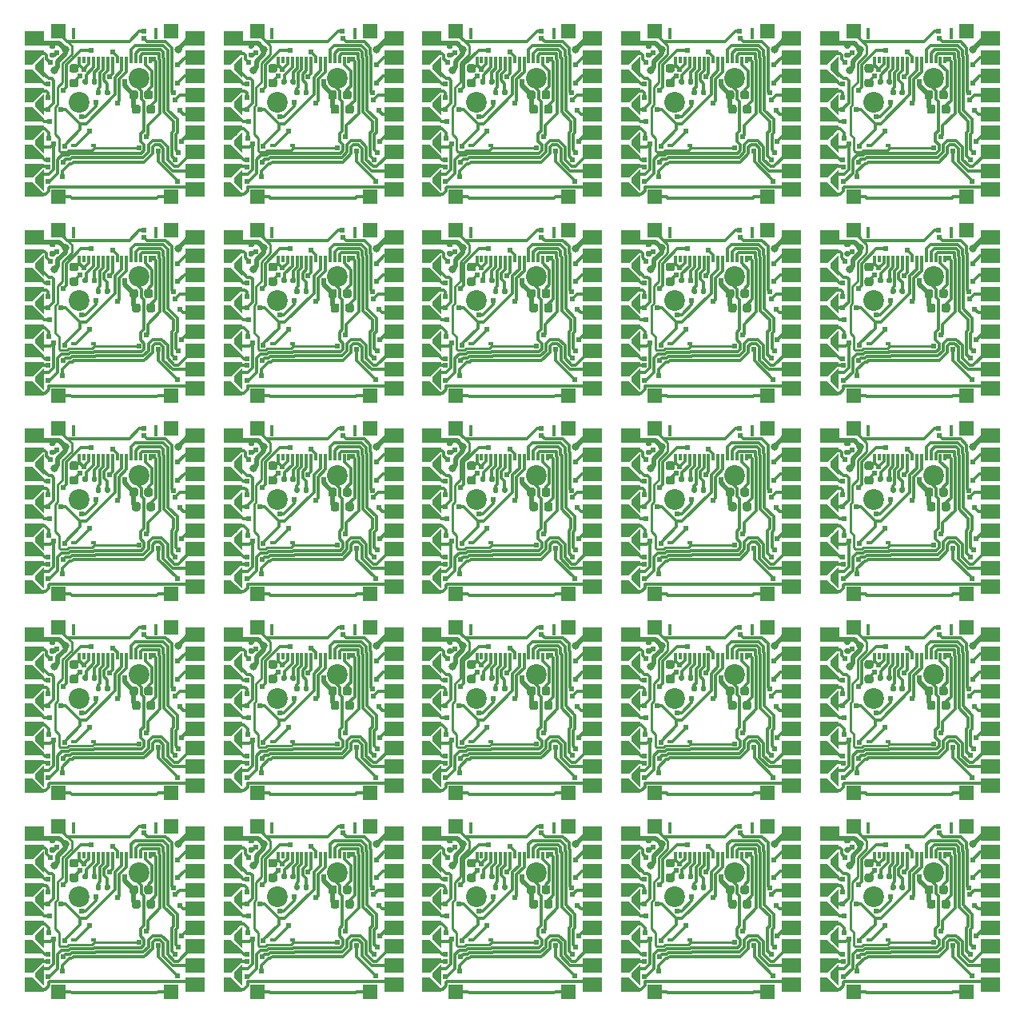
<source format=gbl>
%TF.GenerationSoftware,KiCad,Pcbnew,(5.1.9)-1*%
%TF.CreationDate,2021-09-16T12:17:45+02:00*%
%TF.ProjectId,kb_panel,6b625f70-616e-4656-9c2e-6b696361645f,rev?*%
%TF.SameCoordinates,Original*%
%TF.FileFunction,Copper,L2,Bot*%
%TF.FilePolarity,Positive*%
%FSLAX46Y46*%
G04 Gerber Fmt 4.6, Leading zero omitted, Abs format (unit mm)*
G04 Created by KiCad (PCBNEW (5.1.9)-1) date 2021-09-16 12:17:45*
%MOMM*%
%LPD*%
G01*
G04 APERTURE LIST*
%TA.AperFunction,SMDPad,CuDef*%
%ADD10R,0.600000X0.450000*%
%TD*%
%TA.AperFunction,SMDPad,CuDef*%
%ADD11C,0.127000*%
%TD*%
%TA.AperFunction,SMDPad,CuDef*%
%ADD12R,2.000000X1.500000*%
%TD*%
%TA.AperFunction,ComponentPad*%
%ADD13R,1.500000X1.500000*%
%TD*%
%TA.AperFunction,ComponentPad*%
%ADD14C,2.200000*%
%TD*%
%TA.AperFunction,SMDPad,CuDef*%
%ADD15R,0.300000X1.150000*%
%TD*%
%TA.AperFunction,SMDPad,CuDef*%
%ADD16R,0.300000X0.650000*%
%TD*%
%TA.AperFunction,ViaPad*%
%ADD17C,0.609600*%
%TD*%
%TA.AperFunction,ViaPad*%
%ADD18C,0.800000*%
%TD*%
%TA.AperFunction,Conductor*%
%ADD19C,0.500000*%
%TD*%
%TA.AperFunction,Conductor*%
%ADD20C,0.300000*%
%TD*%
%TA.AperFunction,Conductor*%
%ADD21C,0.250000*%
%TD*%
%TA.AperFunction,Conductor*%
%ADD22C,0.254000*%
%TD*%
G04 APERTURE END LIST*
%TO.P,C5,2*%
%TO.N,N/C*%
%TA.AperFunction,SMDPad,CuDef*%
G36*
G01*
X136612547Y-130649052D02*
X136612547Y-130309052D01*
G75*
G02*
X136752547Y-130169052I140000J0D01*
G01*
X137032547Y-130169052D01*
G75*
G02*
X137172547Y-130309052I0J-140000D01*
G01*
X137172547Y-130649052D01*
G75*
G02*
X137032547Y-130789052I-140000J0D01*
G01*
X136752547Y-130789052D01*
G75*
G02*
X136612547Y-130649052I0J140000D01*
G01*
G37*
%TD.AperFunction*%
%TO.P,C5,1*%
%TA.AperFunction,SMDPad,CuDef*%
G36*
G01*
X135652547Y-130649052D02*
X135652547Y-130309052D01*
G75*
G02*
X135792547Y-130169052I140000J0D01*
G01*
X136072547Y-130169052D01*
G75*
G02*
X136212547Y-130309052I0J-140000D01*
G01*
X136212547Y-130649052D01*
G75*
G02*
X136072547Y-130789052I-140000J0D01*
G01*
X135792547Y-130789052D01*
G75*
G02*
X135652547Y-130649052I0J140000D01*
G01*
G37*
%TD.AperFunction*%
%TD*%
%TO.P,C5,2*%
%TO.N,N/C*%
%TA.AperFunction,SMDPad,CuDef*%
G36*
G01*
X115562547Y-130649052D02*
X115562547Y-130309052D01*
G75*
G02*
X115702547Y-130169052I140000J0D01*
G01*
X115982547Y-130169052D01*
G75*
G02*
X116122547Y-130309052I0J-140000D01*
G01*
X116122547Y-130649052D01*
G75*
G02*
X115982547Y-130789052I-140000J0D01*
G01*
X115702547Y-130789052D01*
G75*
G02*
X115562547Y-130649052I0J140000D01*
G01*
G37*
%TD.AperFunction*%
%TO.P,C5,1*%
%TA.AperFunction,SMDPad,CuDef*%
G36*
G01*
X114602547Y-130649052D02*
X114602547Y-130309052D01*
G75*
G02*
X114742547Y-130169052I140000J0D01*
G01*
X115022547Y-130169052D01*
G75*
G02*
X115162547Y-130309052I0J-140000D01*
G01*
X115162547Y-130649052D01*
G75*
G02*
X115022547Y-130789052I-140000J0D01*
G01*
X114742547Y-130789052D01*
G75*
G02*
X114602547Y-130649052I0J140000D01*
G01*
G37*
%TD.AperFunction*%
%TD*%
%TO.P,C5,2*%
%TO.N,N/C*%
%TA.AperFunction,SMDPad,CuDef*%
G36*
G01*
X94512547Y-130649052D02*
X94512547Y-130309052D01*
G75*
G02*
X94652547Y-130169052I140000J0D01*
G01*
X94932547Y-130169052D01*
G75*
G02*
X95072547Y-130309052I0J-140000D01*
G01*
X95072547Y-130649052D01*
G75*
G02*
X94932547Y-130789052I-140000J0D01*
G01*
X94652547Y-130789052D01*
G75*
G02*
X94512547Y-130649052I0J140000D01*
G01*
G37*
%TD.AperFunction*%
%TO.P,C5,1*%
%TA.AperFunction,SMDPad,CuDef*%
G36*
G01*
X93552547Y-130649052D02*
X93552547Y-130309052D01*
G75*
G02*
X93692547Y-130169052I140000J0D01*
G01*
X93972547Y-130169052D01*
G75*
G02*
X94112547Y-130309052I0J-140000D01*
G01*
X94112547Y-130649052D01*
G75*
G02*
X93972547Y-130789052I-140000J0D01*
G01*
X93692547Y-130789052D01*
G75*
G02*
X93552547Y-130649052I0J140000D01*
G01*
G37*
%TD.AperFunction*%
%TD*%
%TO.P,C5,2*%
%TO.N,N/C*%
%TA.AperFunction,SMDPad,CuDef*%
G36*
G01*
X73462547Y-130649052D02*
X73462547Y-130309052D01*
G75*
G02*
X73602547Y-130169052I140000J0D01*
G01*
X73882547Y-130169052D01*
G75*
G02*
X74022547Y-130309052I0J-140000D01*
G01*
X74022547Y-130649052D01*
G75*
G02*
X73882547Y-130789052I-140000J0D01*
G01*
X73602547Y-130789052D01*
G75*
G02*
X73462547Y-130649052I0J140000D01*
G01*
G37*
%TD.AperFunction*%
%TO.P,C5,1*%
%TA.AperFunction,SMDPad,CuDef*%
G36*
G01*
X72502547Y-130649052D02*
X72502547Y-130309052D01*
G75*
G02*
X72642547Y-130169052I140000J0D01*
G01*
X72922547Y-130169052D01*
G75*
G02*
X73062547Y-130309052I0J-140000D01*
G01*
X73062547Y-130649052D01*
G75*
G02*
X72922547Y-130789052I-140000J0D01*
G01*
X72642547Y-130789052D01*
G75*
G02*
X72502547Y-130649052I0J140000D01*
G01*
G37*
%TD.AperFunction*%
%TD*%
%TO.P,C5,2*%
%TO.N,N/C*%
%TA.AperFunction,SMDPad,CuDef*%
G36*
G01*
X52412547Y-130649052D02*
X52412547Y-130309052D01*
G75*
G02*
X52552547Y-130169052I140000J0D01*
G01*
X52832547Y-130169052D01*
G75*
G02*
X52972547Y-130309052I0J-140000D01*
G01*
X52972547Y-130649052D01*
G75*
G02*
X52832547Y-130789052I-140000J0D01*
G01*
X52552547Y-130789052D01*
G75*
G02*
X52412547Y-130649052I0J140000D01*
G01*
G37*
%TD.AperFunction*%
%TO.P,C5,1*%
%TA.AperFunction,SMDPad,CuDef*%
G36*
G01*
X51452547Y-130649052D02*
X51452547Y-130309052D01*
G75*
G02*
X51592547Y-130169052I140000J0D01*
G01*
X51872547Y-130169052D01*
G75*
G02*
X52012547Y-130309052I0J-140000D01*
G01*
X52012547Y-130649052D01*
G75*
G02*
X51872547Y-130789052I-140000J0D01*
G01*
X51592547Y-130789052D01*
G75*
G02*
X51452547Y-130649052I0J140000D01*
G01*
G37*
%TD.AperFunction*%
%TD*%
%TO.P,C5,2*%
%TO.N,N/C*%
%TA.AperFunction,SMDPad,CuDef*%
G36*
G01*
X136612547Y-109599052D02*
X136612547Y-109259052D01*
G75*
G02*
X136752547Y-109119052I140000J0D01*
G01*
X137032547Y-109119052D01*
G75*
G02*
X137172547Y-109259052I0J-140000D01*
G01*
X137172547Y-109599052D01*
G75*
G02*
X137032547Y-109739052I-140000J0D01*
G01*
X136752547Y-109739052D01*
G75*
G02*
X136612547Y-109599052I0J140000D01*
G01*
G37*
%TD.AperFunction*%
%TO.P,C5,1*%
%TA.AperFunction,SMDPad,CuDef*%
G36*
G01*
X135652547Y-109599052D02*
X135652547Y-109259052D01*
G75*
G02*
X135792547Y-109119052I140000J0D01*
G01*
X136072547Y-109119052D01*
G75*
G02*
X136212547Y-109259052I0J-140000D01*
G01*
X136212547Y-109599052D01*
G75*
G02*
X136072547Y-109739052I-140000J0D01*
G01*
X135792547Y-109739052D01*
G75*
G02*
X135652547Y-109599052I0J140000D01*
G01*
G37*
%TD.AperFunction*%
%TD*%
%TO.P,C5,2*%
%TO.N,N/C*%
%TA.AperFunction,SMDPad,CuDef*%
G36*
G01*
X115562547Y-109599052D02*
X115562547Y-109259052D01*
G75*
G02*
X115702547Y-109119052I140000J0D01*
G01*
X115982547Y-109119052D01*
G75*
G02*
X116122547Y-109259052I0J-140000D01*
G01*
X116122547Y-109599052D01*
G75*
G02*
X115982547Y-109739052I-140000J0D01*
G01*
X115702547Y-109739052D01*
G75*
G02*
X115562547Y-109599052I0J140000D01*
G01*
G37*
%TD.AperFunction*%
%TO.P,C5,1*%
%TA.AperFunction,SMDPad,CuDef*%
G36*
G01*
X114602547Y-109599052D02*
X114602547Y-109259052D01*
G75*
G02*
X114742547Y-109119052I140000J0D01*
G01*
X115022547Y-109119052D01*
G75*
G02*
X115162547Y-109259052I0J-140000D01*
G01*
X115162547Y-109599052D01*
G75*
G02*
X115022547Y-109739052I-140000J0D01*
G01*
X114742547Y-109739052D01*
G75*
G02*
X114602547Y-109599052I0J140000D01*
G01*
G37*
%TD.AperFunction*%
%TD*%
%TO.P,C5,2*%
%TO.N,N/C*%
%TA.AperFunction,SMDPad,CuDef*%
G36*
G01*
X94512547Y-109599052D02*
X94512547Y-109259052D01*
G75*
G02*
X94652547Y-109119052I140000J0D01*
G01*
X94932547Y-109119052D01*
G75*
G02*
X95072547Y-109259052I0J-140000D01*
G01*
X95072547Y-109599052D01*
G75*
G02*
X94932547Y-109739052I-140000J0D01*
G01*
X94652547Y-109739052D01*
G75*
G02*
X94512547Y-109599052I0J140000D01*
G01*
G37*
%TD.AperFunction*%
%TO.P,C5,1*%
%TA.AperFunction,SMDPad,CuDef*%
G36*
G01*
X93552547Y-109599052D02*
X93552547Y-109259052D01*
G75*
G02*
X93692547Y-109119052I140000J0D01*
G01*
X93972547Y-109119052D01*
G75*
G02*
X94112547Y-109259052I0J-140000D01*
G01*
X94112547Y-109599052D01*
G75*
G02*
X93972547Y-109739052I-140000J0D01*
G01*
X93692547Y-109739052D01*
G75*
G02*
X93552547Y-109599052I0J140000D01*
G01*
G37*
%TD.AperFunction*%
%TD*%
%TO.P,C5,2*%
%TO.N,N/C*%
%TA.AperFunction,SMDPad,CuDef*%
G36*
G01*
X73462547Y-109599052D02*
X73462547Y-109259052D01*
G75*
G02*
X73602547Y-109119052I140000J0D01*
G01*
X73882547Y-109119052D01*
G75*
G02*
X74022547Y-109259052I0J-140000D01*
G01*
X74022547Y-109599052D01*
G75*
G02*
X73882547Y-109739052I-140000J0D01*
G01*
X73602547Y-109739052D01*
G75*
G02*
X73462547Y-109599052I0J140000D01*
G01*
G37*
%TD.AperFunction*%
%TO.P,C5,1*%
%TA.AperFunction,SMDPad,CuDef*%
G36*
G01*
X72502547Y-109599052D02*
X72502547Y-109259052D01*
G75*
G02*
X72642547Y-109119052I140000J0D01*
G01*
X72922547Y-109119052D01*
G75*
G02*
X73062547Y-109259052I0J-140000D01*
G01*
X73062547Y-109599052D01*
G75*
G02*
X72922547Y-109739052I-140000J0D01*
G01*
X72642547Y-109739052D01*
G75*
G02*
X72502547Y-109599052I0J140000D01*
G01*
G37*
%TD.AperFunction*%
%TD*%
%TO.P,C5,2*%
%TO.N,N/C*%
%TA.AperFunction,SMDPad,CuDef*%
G36*
G01*
X52412547Y-109599052D02*
X52412547Y-109259052D01*
G75*
G02*
X52552547Y-109119052I140000J0D01*
G01*
X52832547Y-109119052D01*
G75*
G02*
X52972547Y-109259052I0J-140000D01*
G01*
X52972547Y-109599052D01*
G75*
G02*
X52832547Y-109739052I-140000J0D01*
G01*
X52552547Y-109739052D01*
G75*
G02*
X52412547Y-109599052I0J140000D01*
G01*
G37*
%TD.AperFunction*%
%TO.P,C5,1*%
%TA.AperFunction,SMDPad,CuDef*%
G36*
G01*
X51452547Y-109599052D02*
X51452547Y-109259052D01*
G75*
G02*
X51592547Y-109119052I140000J0D01*
G01*
X51872547Y-109119052D01*
G75*
G02*
X52012547Y-109259052I0J-140000D01*
G01*
X52012547Y-109599052D01*
G75*
G02*
X51872547Y-109739052I-140000J0D01*
G01*
X51592547Y-109739052D01*
G75*
G02*
X51452547Y-109599052I0J140000D01*
G01*
G37*
%TD.AperFunction*%
%TD*%
%TO.P,C5,2*%
%TO.N,N/C*%
%TA.AperFunction,SMDPad,CuDef*%
G36*
G01*
X136612547Y-88549052D02*
X136612547Y-88209052D01*
G75*
G02*
X136752547Y-88069052I140000J0D01*
G01*
X137032547Y-88069052D01*
G75*
G02*
X137172547Y-88209052I0J-140000D01*
G01*
X137172547Y-88549052D01*
G75*
G02*
X137032547Y-88689052I-140000J0D01*
G01*
X136752547Y-88689052D01*
G75*
G02*
X136612547Y-88549052I0J140000D01*
G01*
G37*
%TD.AperFunction*%
%TO.P,C5,1*%
%TA.AperFunction,SMDPad,CuDef*%
G36*
G01*
X135652547Y-88549052D02*
X135652547Y-88209052D01*
G75*
G02*
X135792547Y-88069052I140000J0D01*
G01*
X136072547Y-88069052D01*
G75*
G02*
X136212547Y-88209052I0J-140000D01*
G01*
X136212547Y-88549052D01*
G75*
G02*
X136072547Y-88689052I-140000J0D01*
G01*
X135792547Y-88689052D01*
G75*
G02*
X135652547Y-88549052I0J140000D01*
G01*
G37*
%TD.AperFunction*%
%TD*%
%TO.P,C5,2*%
%TO.N,N/C*%
%TA.AperFunction,SMDPad,CuDef*%
G36*
G01*
X115562547Y-88549052D02*
X115562547Y-88209052D01*
G75*
G02*
X115702547Y-88069052I140000J0D01*
G01*
X115982547Y-88069052D01*
G75*
G02*
X116122547Y-88209052I0J-140000D01*
G01*
X116122547Y-88549052D01*
G75*
G02*
X115982547Y-88689052I-140000J0D01*
G01*
X115702547Y-88689052D01*
G75*
G02*
X115562547Y-88549052I0J140000D01*
G01*
G37*
%TD.AperFunction*%
%TO.P,C5,1*%
%TA.AperFunction,SMDPad,CuDef*%
G36*
G01*
X114602547Y-88549052D02*
X114602547Y-88209052D01*
G75*
G02*
X114742547Y-88069052I140000J0D01*
G01*
X115022547Y-88069052D01*
G75*
G02*
X115162547Y-88209052I0J-140000D01*
G01*
X115162547Y-88549052D01*
G75*
G02*
X115022547Y-88689052I-140000J0D01*
G01*
X114742547Y-88689052D01*
G75*
G02*
X114602547Y-88549052I0J140000D01*
G01*
G37*
%TD.AperFunction*%
%TD*%
%TO.P,C5,2*%
%TO.N,N/C*%
%TA.AperFunction,SMDPad,CuDef*%
G36*
G01*
X94512547Y-88549052D02*
X94512547Y-88209052D01*
G75*
G02*
X94652547Y-88069052I140000J0D01*
G01*
X94932547Y-88069052D01*
G75*
G02*
X95072547Y-88209052I0J-140000D01*
G01*
X95072547Y-88549052D01*
G75*
G02*
X94932547Y-88689052I-140000J0D01*
G01*
X94652547Y-88689052D01*
G75*
G02*
X94512547Y-88549052I0J140000D01*
G01*
G37*
%TD.AperFunction*%
%TO.P,C5,1*%
%TA.AperFunction,SMDPad,CuDef*%
G36*
G01*
X93552547Y-88549052D02*
X93552547Y-88209052D01*
G75*
G02*
X93692547Y-88069052I140000J0D01*
G01*
X93972547Y-88069052D01*
G75*
G02*
X94112547Y-88209052I0J-140000D01*
G01*
X94112547Y-88549052D01*
G75*
G02*
X93972547Y-88689052I-140000J0D01*
G01*
X93692547Y-88689052D01*
G75*
G02*
X93552547Y-88549052I0J140000D01*
G01*
G37*
%TD.AperFunction*%
%TD*%
%TO.P,C5,2*%
%TO.N,N/C*%
%TA.AperFunction,SMDPad,CuDef*%
G36*
G01*
X73462547Y-88549052D02*
X73462547Y-88209052D01*
G75*
G02*
X73602547Y-88069052I140000J0D01*
G01*
X73882547Y-88069052D01*
G75*
G02*
X74022547Y-88209052I0J-140000D01*
G01*
X74022547Y-88549052D01*
G75*
G02*
X73882547Y-88689052I-140000J0D01*
G01*
X73602547Y-88689052D01*
G75*
G02*
X73462547Y-88549052I0J140000D01*
G01*
G37*
%TD.AperFunction*%
%TO.P,C5,1*%
%TA.AperFunction,SMDPad,CuDef*%
G36*
G01*
X72502547Y-88549052D02*
X72502547Y-88209052D01*
G75*
G02*
X72642547Y-88069052I140000J0D01*
G01*
X72922547Y-88069052D01*
G75*
G02*
X73062547Y-88209052I0J-140000D01*
G01*
X73062547Y-88549052D01*
G75*
G02*
X72922547Y-88689052I-140000J0D01*
G01*
X72642547Y-88689052D01*
G75*
G02*
X72502547Y-88549052I0J140000D01*
G01*
G37*
%TD.AperFunction*%
%TD*%
%TO.P,C5,2*%
%TO.N,N/C*%
%TA.AperFunction,SMDPad,CuDef*%
G36*
G01*
X52412547Y-88549052D02*
X52412547Y-88209052D01*
G75*
G02*
X52552547Y-88069052I140000J0D01*
G01*
X52832547Y-88069052D01*
G75*
G02*
X52972547Y-88209052I0J-140000D01*
G01*
X52972547Y-88549052D01*
G75*
G02*
X52832547Y-88689052I-140000J0D01*
G01*
X52552547Y-88689052D01*
G75*
G02*
X52412547Y-88549052I0J140000D01*
G01*
G37*
%TD.AperFunction*%
%TO.P,C5,1*%
%TA.AperFunction,SMDPad,CuDef*%
G36*
G01*
X51452547Y-88549052D02*
X51452547Y-88209052D01*
G75*
G02*
X51592547Y-88069052I140000J0D01*
G01*
X51872547Y-88069052D01*
G75*
G02*
X52012547Y-88209052I0J-140000D01*
G01*
X52012547Y-88549052D01*
G75*
G02*
X51872547Y-88689052I-140000J0D01*
G01*
X51592547Y-88689052D01*
G75*
G02*
X51452547Y-88549052I0J140000D01*
G01*
G37*
%TD.AperFunction*%
%TD*%
%TO.P,C5,2*%
%TO.N,N/C*%
%TA.AperFunction,SMDPad,CuDef*%
G36*
G01*
X136612547Y-67499052D02*
X136612547Y-67159052D01*
G75*
G02*
X136752547Y-67019052I140000J0D01*
G01*
X137032547Y-67019052D01*
G75*
G02*
X137172547Y-67159052I0J-140000D01*
G01*
X137172547Y-67499052D01*
G75*
G02*
X137032547Y-67639052I-140000J0D01*
G01*
X136752547Y-67639052D01*
G75*
G02*
X136612547Y-67499052I0J140000D01*
G01*
G37*
%TD.AperFunction*%
%TO.P,C5,1*%
%TA.AperFunction,SMDPad,CuDef*%
G36*
G01*
X135652547Y-67499052D02*
X135652547Y-67159052D01*
G75*
G02*
X135792547Y-67019052I140000J0D01*
G01*
X136072547Y-67019052D01*
G75*
G02*
X136212547Y-67159052I0J-140000D01*
G01*
X136212547Y-67499052D01*
G75*
G02*
X136072547Y-67639052I-140000J0D01*
G01*
X135792547Y-67639052D01*
G75*
G02*
X135652547Y-67499052I0J140000D01*
G01*
G37*
%TD.AperFunction*%
%TD*%
%TO.P,C5,2*%
%TO.N,N/C*%
%TA.AperFunction,SMDPad,CuDef*%
G36*
G01*
X115562547Y-67499052D02*
X115562547Y-67159052D01*
G75*
G02*
X115702547Y-67019052I140000J0D01*
G01*
X115982547Y-67019052D01*
G75*
G02*
X116122547Y-67159052I0J-140000D01*
G01*
X116122547Y-67499052D01*
G75*
G02*
X115982547Y-67639052I-140000J0D01*
G01*
X115702547Y-67639052D01*
G75*
G02*
X115562547Y-67499052I0J140000D01*
G01*
G37*
%TD.AperFunction*%
%TO.P,C5,1*%
%TA.AperFunction,SMDPad,CuDef*%
G36*
G01*
X114602547Y-67499052D02*
X114602547Y-67159052D01*
G75*
G02*
X114742547Y-67019052I140000J0D01*
G01*
X115022547Y-67019052D01*
G75*
G02*
X115162547Y-67159052I0J-140000D01*
G01*
X115162547Y-67499052D01*
G75*
G02*
X115022547Y-67639052I-140000J0D01*
G01*
X114742547Y-67639052D01*
G75*
G02*
X114602547Y-67499052I0J140000D01*
G01*
G37*
%TD.AperFunction*%
%TD*%
%TO.P,C5,2*%
%TO.N,N/C*%
%TA.AperFunction,SMDPad,CuDef*%
G36*
G01*
X94512547Y-67499052D02*
X94512547Y-67159052D01*
G75*
G02*
X94652547Y-67019052I140000J0D01*
G01*
X94932547Y-67019052D01*
G75*
G02*
X95072547Y-67159052I0J-140000D01*
G01*
X95072547Y-67499052D01*
G75*
G02*
X94932547Y-67639052I-140000J0D01*
G01*
X94652547Y-67639052D01*
G75*
G02*
X94512547Y-67499052I0J140000D01*
G01*
G37*
%TD.AperFunction*%
%TO.P,C5,1*%
%TA.AperFunction,SMDPad,CuDef*%
G36*
G01*
X93552547Y-67499052D02*
X93552547Y-67159052D01*
G75*
G02*
X93692547Y-67019052I140000J0D01*
G01*
X93972547Y-67019052D01*
G75*
G02*
X94112547Y-67159052I0J-140000D01*
G01*
X94112547Y-67499052D01*
G75*
G02*
X93972547Y-67639052I-140000J0D01*
G01*
X93692547Y-67639052D01*
G75*
G02*
X93552547Y-67499052I0J140000D01*
G01*
G37*
%TD.AperFunction*%
%TD*%
%TO.P,C5,2*%
%TO.N,N/C*%
%TA.AperFunction,SMDPad,CuDef*%
G36*
G01*
X73462547Y-67499052D02*
X73462547Y-67159052D01*
G75*
G02*
X73602547Y-67019052I140000J0D01*
G01*
X73882547Y-67019052D01*
G75*
G02*
X74022547Y-67159052I0J-140000D01*
G01*
X74022547Y-67499052D01*
G75*
G02*
X73882547Y-67639052I-140000J0D01*
G01*
X73602547Y-67639052D01*
G75*
G02*
X73462547Y-67499052I0J140000D01*
G01*
G37*
%TD.AperFunction*%
%TO.P,C5,1*%
%TA.AperFunction,SMDPad,CuDef*%
G36*
G01*
X72502547Y-67499052D02*
X72502547Y-67159052D01*
G75*
G02*
X72642547Y-67019052I140000J0D01*
G01*
X72922547Y-67019052D01*
G75*
G02*
X73062547Y-67159052I0J-140000D01*
G01*
X73062547Y-67499052D01*
G75*
G02*
X72922547Y-67639052I-140000J0D01*
G01*
X72642547Y-67639052D01*
G75*
G02*
X72502547Y-67499052I0J140000D01*
G01*
G37*
%TD.AperFunction*%
%TD*%
%TO.P,C5,2*%
%TO.N,N/C*%
%TA.AperFunction,SMDPad,CuDef*%
G36*
G01*
X52412547Y-67499052D02*
X52412547Y-67159052D01*
G75*
G02*
X52552547Y-67019052I140000J0D01*
G01*
X52832547Y-67019052D01*
G75*
G02*
X52972547Y-67159052I0J-140000D01*
G01*
X52972547Y-67499052D01*
G75*
G02*
X52832547Y-67639052I-140000J0D01*
G01*
X52552547Y-67639052D01*
G75*
G02*
X52412547Y-67499052I0J140000D01*
G01*
G37*
%TD.AperFunction*%
%TO.P,C5,1*%
%TA.AperFunction,SMDPad,CuDef*%
G36*
G01*
X51452547Y-67499052D02*
X51452547Y-67159052D01*
G75*
G02*
X51592547Y-67019052I140000J0D01*
G01*
X51872547Y-67019052D01*
G75*
G02*
X52012547Y-67159052I0J-140000D01*
G01*
X52012547Y-67499052D01*
G75*
G02*
X51872547Y-67639052I-140000J0D01*
G01*
X51592547Y-67639052D01*
G75*
G02*
X51452547Y-67499052I0J140000D01*
G01*
G37*
%TD.AperFunction*%
%TD*%
%TO.P,C5,2*%
%TO.N,N/C*%
%TA.AperFunction,SMDPad,CuDef*%
G36*
G01*
X136612547Y-46449052D02*
X136612547Y-46109052D01*
G75*
G02*
X136752547Y-45969052I140000J0D01*
G01*
X137032547Y-45969052D01*
G75*
G02*
X137172547Y-46109052I0J-140000D01*
G01*
X137172547Y-46449052D01*
G75*
G02*
X137032547Y-46589052I-140000J0D01*
G01*
X136752547Y-46589052D01*
G75*
G02*
X136612547Y-46449052I0J140000D01*
G01*
G37*
%TD.AperFunction*%
%TO.P,C5,1*%
%TA.AperFunction,SMDPad,CuDef*%
G36*
G01*
X135652547Y-46449052D02*
X135652547Y-46109052D01*
G75*
G02*
X135792547Y-45969052I140000J0D01*
G01*
X136072547Y-45969052D01*
G75*
G02*
X136212547Y-46109052I0J-140000D01*
G01*
X136212547Y-46449052D01*
G75*
G02*
X136072547Y-46589052I-140000J0D01*
G01*
X135792547Y-46589052D01*
G75*
G02*
X135652547Y-46449052I0J140000D01*
G01*
G37*
%TD.AperFunction*%
%TD*%
%TO.P,C5,2*%
%TO.N,N/C*%
%TA.AperFunction,SMDPad,CuDef*%
G36*
G01*
X115562547Y-46449052D02*
X115562547Y-46109052D01*
G75*
G02*
X115702547Y-45969052I140000J0D01*
G01*
X115982547Y-45969052D01*
G75*
G02*
X116122547Y-46109052I0J-140000D01*
G01*
X116122547Y-46449052D01*
G75*
G02*
X115982547Y-46589052I-140000J0D01*
G01*
X115702547Y-46589052D01*
G75*
G02*
X115562547Y-46449052I0J140000D01*
G01*
G37*
%TD.AperFunction*%
%TO.P,C5,1*%
%TA.AperFunction,SMDPad,CuDef*%
G36*
G01*
X114602547Y-46449052D02*
X114602547Y-46109052D01*
G75*
G02*
X114742547Y-45969052I140000J0D01*
G01*
X115022547Y-45969052D01*
G75*
G02*
X115162547Y-46109052I0J-140000D01*
G01*
X115162547Y-46449052D01*
G75*
G02*
X115022547Y-46589052I-140000J0D01*
G01*
X114742547Y-46589052D01*
G75*
G02*
X114602547Y-46449052I0J140000D01*
G01*
G37*
%TD.AperFunction*%
%TD*%
%TO.P,C5,2*%
%TO.N,N/C*%
%TA.AperFunction,SMDPad,CuDef*%
G36*
G01*
X94512547Y-46449052D02*
X94512547Y-46109052D01*
G75*
G02*
X94652547Y-45969052I140000J0D01*
G01*
X94932547Y-45969052D01*
G75*
G02*
X95072547Y-46109052I0J-140000D01*
G01*
X95072547Y-46449052D01*
G75*
G02*
X94932547Y-46589052I-140000J0D01*
G01*
X94652547Y-46589052D01*
G75*
G02*
X94512547Y-46449052I0J140000D01*
G01*
G37*
%TD.AperFunction*%
%TO.P,C5,1*%
%TA.AperFunction,SMDPad,CuDef*%
G36*
G01*
X93552547Y-46449052D02*
X93552547Y-46109052D01*
G75*
G02*
X93692547Y-45969052I140000J0D01*
G01*
X93972547Y-45969052D01*
G75*
G02*
X94112547Y-46109052I0J-140000D01*
G01*
X94112547Y-46449052D01*
G75*
G02*
X93972547Y-46589052I-140000J0D01*
G01*
X93692547Y-46589052D01*
G75*
G02*
X93552547Y-46449052I0J140000D01*
G01*
G37*
%TD.AperFunction*%
%TD*%
%TO.P,C5,2*%
%TO.N,N/C*%
%TA.AperFunction,SMDPad,CuDef*%
G36*
G01*
X73462547Y-46449052D02*
X73462547Y-46109052D01*
G75*
G02*
X73602547Y-45969052I140000J0D01*
G01*
X73882547Y-45969052D01*
G75*
G02*
X74022547Y-46109052I0J-140000D01*
G01*
X74022547Y-46449052D01*
G75*
G02*
X73882547Y-46589052I-140000J0D01*
G01*
X73602547Y-46589052D01*
G75*
G02*
X73462547Y-46449052I0J140000D01*
G01*
G37*
%TD.AperFunction*%
%TO.P,C5,1*%
%TA.AperFunction,SMDPad,CuDef*%
G36*
G01*
X72502547Y-46449052D02*
X72502547Y-46109052D01*
G75*
G02*
X72642547Y-45969052I140000J0D01*
G01*
X72922547Y-45969052D01*
G75*
G02*
X73062547Y-46109052I0J-140000D01*
G01*
X73062547Y-46449052D01*
G75*
G02*
X72922547Y-46589052I-140000J0D01*
G01*
X72642547Y-46589052D01*
G75*
G02*
X72502547Y-46449052I0J140000D01*
G01*
G37*
%TD.AperFunction*%
%TD*%
D10*
%TO.P,D1,2*%
%TO.N,N/C*%
X134699547Y-137210052D03*
%TO.P,D1,1*%
X136799547Y-137210052D03*
%TD*%
%TO.P,D1,2*%
%TO.N,N/C*%
X113649547Y-137210052D03*
%TO.P,D1,1*%
X115749547Y-137210052D03*
%TD*%
%TO.P,D1,2*%
%TO.N,N/C*%
X92599547Y-137210052D03*
%TO.P,D1,1*%
X94699547Y-137210052D03*
%TD*%
%TO.P,D1,2*%
%TO.N,N/C*%
X71549547Y-137210052D03*
%TO.P,D1,1*%
X73649547Y-137210052D03*
%TD*%
%TO.P,D1,2*%
%TO.N,N/C*%
X50499547Y-137210052D03*
%TO.P,D1,1*%
X52599547Y-137210052D03*
%TD*%
%TO.P,D1,2*%
%TO.N,N/C*%
X134699547Y-116160052D03*
%TO.P,D1,1*%
X136799547Y-116160052D03*
%TD*%
%TO.P,D1,2*%
%TO.N,N/C*%
X113649547Y-116160052D03*
%TO.P,D1,1*%
X115749547Y-116160052D03*
%TD*%
%TO.P,D1,2*%
%TO.N,N/C*%
X92599547Y-116160052D03*
%TO.P,D1,1*%
X94699547Y-116160052D03*
%TD*%
%TO.P,D1,2*%
%TO.N,N/C*%
X71549547Y-116160052D03*
%TO.P,D1,1*%
X73649547Y-116160052D03*
%TD*%
%TO.P,D1,2*%
%TO.N,N/C*%
X50499547Y-116160052D03*
%TO.P,D1,1*%
X52599547Y-116160052D03*
%TD*%
%TO.P,D1,2*%
%TO.N,N/C*%
X134699547Y-95110052D03*
%TO.P,D1,1*%
X136799547Y-95110052D03*
%TD*%
%TO.P,D1,2*%
%TO.N,N/C*%
X113649547Y-95110052D03*
%TO.P,D1,1*%
X115749547Y-95110052D03*
%TD*%
%TO.P,D1,2*%
%TO.N,N/C*%
X92599547Y-95110052D03*
%TO.P,D1,1*%
X94699547Y-95110052D03*
%TD*%
%TO.P,D1,2*%
%TO.N,N/C*%
X71549547Y-95110052D03*
%TO.P,D1,1*%
X73649547Y-95110052D03*
%TD*%
%TO.P,D1,2*%
%TO.N,N/C*%
X50499547Y-95110052D03*
%TO.P,D1,1*%
X52599547Y-95110052D03*
%TD*%
%TO.P,D1,2*%
%TO.N,N/C*%
X134699547Y-74060052D03*
%TO.P,D1,1*%
X136799547Y-74060052D03*
%TD*%
%TO.P,D1,2*%
%TO.N,N/C*%
X113649547Y-74060052D03*
%TO.P,D1,1*%
X115749547Y-74060052D03*
%TD*%
%TO.P,D1,2*%
%TO.N,N/C*%
X92599547Y-74060052D03*
%TO.P,D1,1*%
X94699547Y-74060052D03*
%TD*%
%TO.P,D1,2*%
%TO.N,N/C*%
X71549547Y-74060052D03*
%TO.P,D1,1*%
X73649547Y-74060052D03*
%TD*%
%TO.P,D1,2*%
%TO.N,N/C*%
X50499547Y-74060052D03*
%TO.P,D1,1*%
X52599547Y-74060052D03*
%TD*%
%TO.P,D1,2*%
%TO.N,N/C*%
X134699547Y-53010052D03*
%TO.P,D1,1*%
X136799547Y-53010052D03*
%TD*%
%TO.P,D1,2*%
%TO.N,N/C*%
X113649547Y-53010052D03*
%TO.P,D1,1*%
X115749547Y-53010052D03*
%TD*%
%TO.P,D1,2*%
%TO.N,N/C*%
X92599547Y-53010052D03*
%TO.P,D1,1*%
X94699547Y-53010052D03*
%TD*%
%TO.P,D1,2*%
%TO.N,N/C*%
X71549547Y-53010052D03*
%TO.P,D1,1*%
X73649547Y-53010052D03*
%TD*%
%TA.AperFunction,SMDPad,CuDef*%
D11*
%TO.P,J5,10*%
%TO.N,N/C*%
G36*
X130642547Y-141158052D02*
G01*
X130642547Y-140658052D01*
X131542547Y-139758052D01*
X131542547Y-142058052D01*
X130642547Y-141158052D01*
G37*
%TD.AperFunction*%
%TA.AperFunction,SMDPad,CuDef*%
G36*
X130642547Y-137158052D02*
G01*
X130642547Y-136658052D01*
X131542547Y-135758052D01*
X131542547Y-138058052D01*
X130642547Y-137158052D01*
G37*
%TD.AperFunction*%
%TA.AperFunction,SMDPad,CuDef*%
G36*
X130642547Y-133158052D02*
G01*
X130642547Y-132658052D01*
X131542547Y-131758052D01*
X131542547Y-134058052D01*
X130642547Y-133158052D01*
G37*
%TD.AperFunction*%
%TA.AperFunction,SMDPad,CuDef*%
G36*
X130642547Y-129158052D02*
G01*
X130642547Y-128658052D01*
X131542547Y-127758052D01*
X131542547Y-130058052D01*
X130642547Y-129158052D01*
G37*
%TD.AperFunction*%
%TA.AperFunction,SMDPad,CuDef*%
%TO.P,J5,9*%
G36*
X130342547Y-141158052D02*
G01*
X131542547Y-142358052D01*
X131542547Y-142658052D01*
X129542547Y-142658052D01*
X129542547Y-141158052D01*
X130342547Y-141158052D01*
G37*
%TD.AperFunction*%
%TA.AperFunction,SMDPad,CuDef*%
%TO.P,J5,8*%
G36*
X131542547Y-139158052D02*
G01*
X131542547Y-139458052D01*
X130342547Y-140658052D01*
X129542547Y-140658052D01*
X129542547Y-139158052D01*
X131542547Y-139158052D01*
G37*
%TD.AperFunction*%
%TA.AperFunction,SMDPad,CuDef*%
%TO.P,J5,7*%
G36*
X130342547Y-137158052D02*
G01*
X131542547Y-138358052D01*
X131542547Y-138658052D01*
X129542547Y-138658052D01*
X129542547Y-137158052D01*
X130342547Y-137158052D01*
G37*
%TD.AperFunction*%
%TA.AperFunction,SMDPad,CuDef*%
%TO.P,J5,6*%
G36*
X131542547Y-135158052D02*
G01*
X131542547Y-135458052D01*
X130342547Y-136658052D01*
X129542547Y-136658052D01*
X129542547Y-135158052D01*
X131542547Y-135158052D01*
G37*
%TD.AperFunction*%
%TA.AperFunction,SMDPad,CuDef*%
%TO.P,J5,5*%
G36*
X130342547Y-133158052D02*
G01*
X131542547Y-134358052D01*
X131542547Y-134658052D01*
X129542547Y-134658052D01*
X129542547Y-133158052D01*
X130342547Y-133158052D01*
G37*
%TD.AperFunction*%
%TA.AperFunction,SMDPad,CuDef*%
%TO.P,J5,4*%
G36*
X131542547Y-131158052D02*
G01*
X131542547Y-131458052D01*
X130342547Y-132658052D01*
X129542547Y-132658052D01*
X129542547Y-131158052D01*
X131542547Y-131158052D01*
G37*
%TD.AperFunction*%
%TA.AperFunction,SMDPad,CuDef*%
%TO.P,J5,3*%
G36*
X130342547Y-129158052D02*
G01*
X131542547Y-130358052D01*
X131542547Y-130658052D01*
X129542547Y-130658052D01*
X129542547Y-129158052D01*
X130342547Y-129158052D01*
G37*
%TD.AperFunction*%
%TA.AperFunction,SMDPad,CuDef*%
%TO.P,J5,2*%
G36*
X131542547Y-127158052D02*
G01*
X131542547Y-127458052D01*
X130342547Y-128658052D01*
X129542547Y-128658052D01*
X129542547Y-127158052D01*
X131542547Y-127158052D01*
G37*
%TD.AperFunction*%
D12*
%TO.P,J5,1*%
X130542547Y-125908052D03*
%TD*%
%TA.AperFunction,SMDPad,CuDef*%
D11*
%TO.P,J5,10*%
%TO.N,N/C*%
G36*
X109592547Y-141158052D02*
G01*
X109592547Y-140658052D01*
X110492547Y-139758052D01*
X110492547Y-142058052D01*
X109592547Y-141158052D01*
G37*
%TD.AperFunction*%
%TA.AperFunction,SMDPad,CuDef*%
G36*
X109592547Y-137158052D02*
G01*
X109592547Y-136658052D01*
X110492547Y-135758052D01*
X110492547Y-138058052D01*
X109592547Y-137158052D01*
G37*
%TD.AperFunction*%
%TA.AperFunction,SMDPad,CuDef*%
G36*
X109592547Y-133158052D02*
G01*
X109592547Y-132658052D01*
X110492547Y-131758052D01*
X110492547Y-134058052D01*
X109592547Y-133158052D01*
G37*
%TD.AperFunction*%
%TA.AperFunction,SMDPad,CuDef*%
G36*
X109592547Y-129158052D02*
G01*
X109592547Y-128658052D01*
X110492547Y-127758052D01*
X110492547Y-130058052D01*
X109592547Y-129158052D01*
G37*
%TD.AperFunction*%
%TA.AperFunction,SMDPad,CuDef*%
%TO.P,J5,9*%
G36*
X109292547Y-141158052D02*
G01*
X110492547Y-142358052D01*
X110492547Y-142658052D01*
X108492547Y-142658052D01*
X108492547Y-141158052D01*
X109292547Y-141158052D01*
G37*
%TD.AperFunction*%
%TA.AperFunction,SMDPad,CuDef*%
%TO.P,J5,8*%
G36*
X110492547Y-139158052D02*
G01*
X110492547Y-139458052D01*
X109292547Y-140658052D01*
X108492547Y-140658052D01*
X108492547Y-139158052D01*
X110492547Y-139158052D01*
G37*
%TD.AperFunction*%
%TA.AperFunction,SMDPad,CuDef*%
%TO.P,J5,7*%
G36*
X109292547Y-137158052D02*
G01*
X110492547Y-138358052D01*
X110492547Y-138658052D01*
X108492547Y-138658052D01*
X108492547Y-137158052D01*
X109292547Y-137158052D01*
G37*
%TD.AperFunction*%
%TA.AperFunction,SMDPad,CuDef*%
%TO.P,J5,6*%
G36*
X110492547Y-135158052D02*
G01*
X110492547Y-135458052D01*
X109292547Y-136658052D01*
X108492547Y-136658052D01*
X108492547Y-135158052D01*
X110492547Y-135158052D01*
G37*
%TD.AperFunction*%
%TA.AperFunction,SMDPad,CuDef*%
%TO.P,J5,5*%
G36*
X109292547Y-133158052D02*
G01*
X110492547Y-134358052D01*
X110492547Y-134658052D01*
X108492547Y-134658052D01*
X108492547Y-133158052D01*
X109292547Y-133158052D01*
G37*
%TD.AperFunction*%
%TA.AperFunction,SMDPad,CuDef*%
%TO.P,J5,4*%
G36*
X110492547Y-131158052D02*
G01*
X110492547Y-131458052D01*
X109292547Y-132658052D01*
X108492547Y-132658052D01*
X108492547Y-131158052D01*
X110492547Y-131158052D01*
G37*
%TD.AperFunction*%
%TA.AperFunction,SMDPad,CuDef*%
%TO.P,J5,3*%
G36*
X109292547Y-129158052D02*
G01*
X110492547Y-130358052D01*
X110492547Y-130658052D01*
X108492547Y-130658052D01*
X108492547Y-129158052D01*
X109292547Y-129158052D01*
G37*
%TD.AperFunction*%
%TA.AperFunction,SMDPad,CuDef*%
%TO.P,J5,2*%
G36*
X110492547Y-127158052D02*
G01*
X110492547Y-127458052D01*
X109292547Y-128658052D01*
X108492547Y-128658052D01*
X108492547Y-127158052D01*
X110492547Y-127158052D01*
G37*
%TD.AperFunction*%
D12*
%TO.P,J5,1*%
X109492547Y-125908052D03*
%TD*%
%TA.AperFunction,SMDPad,CuDef*%
D11*
%TO.P,J5,10*%
%TO.N,N/C*%
G36*
X88542547Y-141158052D02*
G01*
X88542547Y-140658052D01*
X89442547Y-139758052D01*
X89442547Y-142058052D01*
X88542547Y-141158052D01*
G37*
%TD.AperFunction*%
%TA.AperFunction,SMDPad,CuDef*%
G36*
X88542547Y-137158052D02*
G01*
X88542547Y-136658052D01*
X89442547Y-135758052D01*
X89442547Y-138058052D01*
X88542547Y-137158052D01*
G37*
%TD.AperFunction*%
%TA.AperFunction,SMDPad,CuDef*%
G36*
X88542547Y-133158052D02*
G01*
X88542547Y-132658052D01*
X89442547Y-131758052D01*
X89442547Y-134058052D01*
X88542547Y-133158052D01*
G37*
%TD.AperFunction*%
%TA.AperFunction,SMDPad,CuDef*%
G36*
X88542547Y-129158052D02*
G01*
X88542547Y-128658052D01*
X89442547Y-127758052D01*
X89442547Y-130058052D01*
X88542547Y-129158052D01*
G37*
%TD.AperFunction*%
%TA.AperFunction,SMDPad,CuDef*%
%TO.P,J5,9*%
G36*
X88242547Y-141158052D02*
G01*
X89442547Y-142358052D01*
X89442547Y-142658052D01*
X87442547Y-142658052D01*
X87442547Y-141158052D01*
X88242547Y-141158052D01*
G37*
%TD.AperFunction*%
%TA.AperFunction,SMDPad,CuDef*%
%TO.P,J5,8*%
G36*
X89442547Y-139158052D02*
G01*
X89442547Y-139458052D01*
X88242547Y-140658052D01*
X87442547Y-140658052D01*
X87442547Y-139158052D01*
X89442547Y-139158052D01*
G37*
%TD.AperFunction*%
%TA.AperFunction,SMDPad,CuDef*%
%TO.P,J5,7*%
G36*
X88242547Y-137158052D02*
G01*
X89442547Y-138358052D01*
X89442547Y-138658052D01*
X87442547Y-138658052D01*
X87442547Y-137158052D01*
X88242547Y-137158052D01*
G37*
%TD.AperFunction*%
%TA.AperFunction,SMDPad,CuDef*%
%TO.P,J5,6*%
G36*
X89442547Y-135158052D02*
G01*
X89442547Y-135458052D01*
X88242547Y-136658052D01*
X87442547Y-136658052D01*
X87442547Y-135158052D01*
X89442547Y-135158052D01*
G37*
%TD.AperFunction*%
%TA.AperFunction,SMDPad,CuDef*%
%TO.P,J5,5*%
G36*
X88242547Y-133158052D02*
G01*
X89442547Y-134358052D01*
X89442547Y-134658052D01*
X87442547Y-134658052D01*
X87442547Y-133158052D01*
X88242547Y-133158052D01*
G37*
%TD.AperFunction*%
%TA.AperFunction,SMDPad,CuDef*%
%TO.P,J5,4*%
G36*
X89442547Y-131158052D02*
G01*
X89442547Y-131458052D01*
X88242547Y-132658052D01*
X87442547Y-132658052D01*
X87442547Y-131158052D01*
X89442547Y-131158052D01*
G37*
%TD.AperFunction*%
%TA.AperFunction,SMDPad,CuDef*%
%TO.P,J5,3*%
G36*
X88242547Y-129158052D02*
G01*
X89442547Y-130358052D01*
X89442547Y-130658052D01*
X87442547Y-130658052D01*
X87442547Y-129158052D01*
X88242547Y-129158052D01*
G37*
%TD.AperFunction*%
%TA.AperFunction,SMDPad,CuDef*%
%TO.P,J5,2*%
G36*
X89442547Y-127158052D02*
G01*
X89442547Y-127458052D01*
X88242547Y-128658052D01*
X87442547Y-128658052D01*
X87442547Y-127158052D01*
X89442547Y-127158052D01*
G37*
%TD.AperFunction*%
D12*
%TO.P,J5,1*%
X88442547Y-125908052D03*
%TD*%
%TA.AperFunction,SMDPad,CuDef*%
D11*
%TO.P,J5,10*%
%TO.N,N/C*%
G36*
X67492547Y-141158052D02*
G01*
X67492547Y-140658052D01*
X68392547Y-139758052D01*
X68392547Y-142058052D01*
X67492547Y-141158052D01*
G37*
%TD.AperFunction*%
%TA.AperFunction,SMDPad,CuDef*%
G36*
X67492547Y-137158052D02*
G01*
X67492547Y-136658052D01*
X68392547Y-135758052D01*
X68392547Y-138058052D01*
X67492547Y-137158052D01*
G37*
%TD.AperFunction*%
%TA.AperFunction,SMDPad,CuDef*%
G36*
X67492547Y-133158052D02*
G01*
X67492547Y-132658052D01*
X68392547Y-131758052D01*
X68392547Y-134058052D01*
X67492547Y-133158052D01*
G37*
%TD.AperFunction*%
%TA.AperFunction,SMDPad,CuDef*%
G36*
X67492547Y-129158052D02*
G01*
X67492547Y-128658052D01*
X68392547Y-127758052D01*
X68392547Y-130058052D01*
X67492547Y-129158052D01*
G37*
%TD.AperFunction*%
%TA.AperFunction,SMDPad,CuDef*%
%TO.P,J5,9*%
G36*
X67192547Y-141158052D02*
G01*
X68392547Y-142358052D01*
X68392547Y-142658052D01*
X66392547Y-142658052D01*
X66392547Y-141158052D01*
X67192547Y-141158052D01*
G37*
%TD.AperFunction*%
%TA.AperFunction,SMDPad,CuDef*%
%TO.P,J5,8*%
G36*
X68392547Y-139158052D02*
G01*
X68392547Y-139458052D01*
X67192547Y-140658052D01*
X66392547Y-140658052D01*
X66392547Y-139158052D01*
X68392547Y-139158052D01*
G37*
%TD.AperFunction*%
%TA.AperFunction,SMDPad,CuDef*%
%TO.P,J5,7*%
G36*
X67192547Y-137158052D02*
G01*
X68392547Y-138358052D01*
X68392547Y-138658052D01*
X66392547Y-138658052D01*
X66392547Y-137158052D01*
X67192547Y-137158052D01*
G37*
%TD.AperFunction*%
%TA.AperFunction,SMDPad,CuDef*%
%TO.P,J5,6*%
G36*
X68392547Y-135158052D02*
G01*
X68392547Y-135458052D01*
X67192547Y-136658052D01*
X66392547Y-136658052D01*
X66392547Y-135158052D01*
X68392547Y-135158052D01*
G37*
%TD.AperFunction*%
%TA.AperFunction,SMDPad,CuDef*%
%TO.P,J5,5*%
G36*
X67192547Y-133158052D02*
G01*
X68392547Y-134358052D01*
X68392547Y-134658052D01*
X66392547Y-134658052D01*
X66392547Y-133158052D01*
X67192547Y-133158052D01*
G37*
%TD.AperFunction*%
%TA.AperFunction,SMDPad,CuDef*%
%TO.P,J5,4*%
G36*
X68392547Y-131158052D02*
G01*
X68392547Y-131458052D01*
X67192547Y-132658052D01*
X66392547Y-132658052D01*
X66392547Y-131158052D01*
X68392547Y-131158052D01*
G37*
%TD.AperFunction*%
%TA.AperFunction,SMDPad,CuDef*%
%TO.P,J5,3*%
G36*
X67192547Y-129158052D02*
G01*
X68392547Y-130358052D01*
X68392547Y-130658052D01*
X66392547Y-130658052D01*
X66392547Y-129158052D01*
X67192547Y-129158052D01*
G37*
%TD.AperFunction*%
%TA.AperFunction,SMDPad,CuDef*%
%TO.P,J5,2*%
G36*
X68392547Y-127158052D02*
G01*
X68392547Y-127458052D01*
X67192547Y-128658052D01*
X66392547Y-128658052D01*
X66392547Y-127158052D01*
X68392547Y-127158052D01*
G37*
%TD.AperFunction*%
D12*
%TO.P,J5,1*%
X67392547Y-125908052D03*
%TD*%
%TA.AperFunction,SMDPad,CuDef*%
D11*
%TO.P,J5,10*%
%TO.N,N/C*%
G36*
X46442547Y-141158052D02*
G01*
X46442547Y-140658052D01*
X47342547Y-139758052D01*
X47342547Y-142058052D01*
X46442547Y-141158052D01*
G37*
%TD.AperFunction*%
%TA.AperFunction,SMDPad,CuDef*%
G36*
X46442547Y-137158052D02*
G01*
X46442547Y-136658052D01*
X47342547Y-135758052D01*
X47342547Y-138058052D01*
X46442547Y-137158052D01*
G37*
%TD.AperFunction*%
%TA.AperFunction,SMDPad,CuDef*%
G36*
X46442547Y-133158052D02*
G01*
X46442547Y-132658052D01*
X47342547Y-131758052D01*
X47342547Y-134058052D01*
X46442547Y-133158052D01*
G37*
%TD.AperFunction*%
%TA.AperFunction,SMDPad,CuDef*%
G36*
X46442547Y-129158052D02*
G01*
X46442547Y-128658052D01*
X47342547Y-127758052D01*
X47342547Y-130058052D01*
X46442547Y-129158052D01*
G37*
%TD.AperFunction*%
%TA.AperFunction,SMDPad,CuDef*%
%TO.P,J5,9*%
G36*
X46142547Y-141158052D02*
G01*
X47342547Y-142358052D01*
X47342547Y-142658052D01*
X45342547Y-142658052D01*
X45342547Y-141158052D01*
X46142547Y-141158052D01*
G37*
%TD.AperFunction*%
%TA.AperFunction,SMDPad,CuDef*%
%TO.P,J5,8*%
G36*
X47342547Y-139158052D02*
G01*
X47342547Y-139458052D01*
X46142547Y-140658052D01*
X45342547Y-140658052D01*
X45342547Y-139158052D01*
X47342547Y-139158052D01*
G37*
%TD.AperFunction*%
%TA.AperFunction,SMDPad,CuDef*%
%TO.P,J5,7*%
G36*
X46142547Y-137158052D02*
G01*
X47342547Y-138358052D01*
X47342547Y-138658052D01*
X45342547Y-138658052D01*
X45342547Y-137158052D01*
X46142547Y-137158052D01*
G37*
%TD.AperFunction*%
%TA.AperFunction,SMDPad,CuDef*%
%TO.P,J5,6*%
G36*
X47342547Y-135158052D02*
G01*
X47342547Y-135458052D01*
X46142547Y-136658052D01*
X45342547Y-136658052D01*
X45342547Y-135158052D01*
X47342547Y-135158052D01*
G37*
%TD.AperFunction*%
%TA.AperFunction,SMDPad,CuDef*%
%TO.P,J5,5*%
G36*
X46142547Y-133158052D02*
G01*
X47342547Y-134358052D01*
X47342547Y-134658052D01*
X45342547Y-134658052D01*
X45342547Y-133158052D01*
X46142547Y-133158052D01*
G37*
%TD.AperFunction*%
%TA.AperFunction,SMDPad,CuDef*%
%TO.P,J5,4*%
G36*
X47342547Y-131158052D02*
G01*
X47342547Y-131458052D01*
X46142547Y-132658052D01*
X45342547Y-132658052D01*
X45342547Y-131158052D01*
X47342547Y-131158052D01*
G37*
%TD.AperFunction*%
%TA.AperFunction,SMDPad,CuDef*%
%TO.P,J5,3*%
G36*
X46142547Y-129158052D02*
G01*
X47342547Y-130358052D01*
X47342547Y-130658052D01*
X45342547Y-130658052D01*
X45342547Y-129158052D01*
X46142547Y-129158052D01*
G37*
%TD.AperFunction*%
%TA.AperFunction,SMDPad,CuDef*%
%TO.P,J5,2*%
G36*
X47342547Y-127158052D02*
G01*
X47342547Y-127458052D01*
X46142547Y-128658052D01*
X45342547Y-128658052D01*
X45342547Y-127158052D01*
X47342547Y-127158052D01*
G37*
%TD.AperFunction*%
D12*
%TO.P,J5,1*%
X46342547Y-125908052D03*
%TD*%
%TA.AperFunction,SMDPad,CuDef*%
D11*
%TO.P,J5,10*%
%TO.N,N/C*%
G36*
X130642547Y-120108052D02*
G01*
X130642547Y-119608052D01*
X131542547Y-118708052D01*
X131542547Y-121008052D01*
X130642547Y-120108052D01*
G37*
%TD.AperFunction*%
%TA.AperFunction,SMDPad,CuDef*%
G36*
X130642547Y-116108052D02*
G01*
X130642547Y-115608052D01*
X131542547Y-114708052D01*
X131542547Y-117008052D01*
X130642547Y-116108052D01*
G37*
%TD.AperFunction*%
%TA.AperFunction,SMDPad,CuDef*%
G36*
X130642547Y-112108052D02*
G01*
X130642547Y-111608052D01*
X131542547Y-110708052D01*
X131542547Y-113008052D01*
X130642547Y-112108052D01*
G37*
%TD.AperFunction*%
%TA.AperFunction,SMDPad,CuDef*%
G36*
X130642547Y-108108052D02*
G01*
X130642547Y-107608052D01*
X131542547Y-106708052D01*
X131542547Y-109008052D01*
X130642547Y-108108052D01*
G37*
%TD.AperFunction*%
%TA.AperFunction,SMDPad,CuDef*%
%TO.P,J5,9*%
G36*
X130342547Y-120108052D02*
G01*
X131542547Y-121308052D01*
X131542547Y-121608052D01*
X129542547Y-121608052D01*
X129542547Y-120108052D01*
X130342547Y-120108052D01*
G37*
%TD.AperFunction*%
%TA.AperFunction,SMDPad,CuDef*%
%TO.P,J5,8*%
G36*
X131542547Y-118108052D02*
G01*
X131542547Y-118408052D01*
X130342547Y-119608052D01*
X129542547Y-119608052D01*
X129542547Y-118108052D01*
X131542547Y-118108052D01*
G37*
%TD.AperFunction*%
%TA.AperFunction,SMDPad,CuDef*%
%TO.P,J5,7*%
G36*
X130342547Y-116108052D02*
G01*
X131542547Y-117308052D01*
X131542547Y-117608052D01*
X129542547Y-117608052D01*
X129542547Y-116108052D01*
X130342547Y-116108052D01*
G37*
%TD.AperFunction*%
%TA.AperFunction,SMDPad,CuDef*%
%TO.P,J5,6*%
G36*
X131542547Y-114108052D02*
G01*
X131542547Y-114408052D01*
X130342547Y-115608052D01*
X129542547Y-115608052D01*
X129542547Y-114108052D01*
X131542547Y-114108052D01*
G37*
%TD.AperFunction*%
%TA.AperFunction,SMDPad,CuDef*%
%TO.P,J5,5*%
G36*
X130342547Y-112108052D02*
G01*
X131542547Y-113308052D01*
X131542547Y-113608052D01*
X129542547Y-113608052D01*
X129542547Y-112108052D01*
X130342547Y-112108052D01*
G37*
%TD.AperFunction*%
%TA.AperFunction,SMDPad,CuDef*%
%TO.P,J5,4*%
G36*
X131542547Y-110108052D02*
G01*
X131542547Y-110408052D01*
X130342547Y-111608052D01*
X129542547Y-111608052D01*
X129542547Y-110108052D01*
X131542547Y-110108052D01*
G37*
%TD.AperFunction*%
%TA.AperFunction,SMDPad,CuDef*%
%TO.P,J5,3*%
G36*
X130342547Y-108108052D02*
G01*
X131542547Y-109308052D01*
X131542547Y-109608052D01*
X129542547Y-109608052D01*
X129542547Y-108108052D01*
X130342547Y-108108052D01*
G37*
%TD.AperFunction*%
%TA.AperFunction,SMDPad,CuDef*%
%TO.P,J5,2*%
G36*
X131542547Y-106108052D02*
G01*
X131542547Y-106408052D01*
X130342547Y-107608052D01*
X129542547Y-107608052D01*
X129542547Y-106108052D01*
X131542547Y-106108052D01*
G37*
%TD.AperFunction*%
D12*
%TO.P,J5,1*%
X130542547Y-104858052D03*
%TD*%
%TA.AperFunction,SMDPad,CuDef*%
D11*
%TO.P,J5,10*%
%TO.N,N/C*%
G36*
X109592547Y-120108052D02*
G01*
X109592547Y-119608052D01*
X110492547Y-118708052D01*
X110492547Y-121008052D01*
X109592547Y-120108052D01*
G37*
%TD.AperFunction*%
%TA.AperFunction,SMDPad,CuDef*%
G36*
X109592547Y-116108052D02*
G01*
X109592547Y-115608052D01*
X110492547Y-114708052D01*
X110492547Y-117008052D01*
X109592547Y-116108052D01*
G37*
%TD.AperFunction*%
%TA.AperFunction,SMDPad,CuDef*%
G36*
X109592547Y-112108052D02*
G01*
X109592547Y-111608052D01*
X110492547Y-110708052D01*
X110492547Y-113008052D01*
X109592547Y-112108052D01*
G37*
%TD.AperFunction*%
%TA.AperFunction,SMDPad,CuDef*%
G36*
X109592547Y-108108052D02*
G01*
X109592547Y-107608052D01*
X110492547Y-106708052D01*
X110492547Y-109008052D01*
X109592547Y-108108052D01*
G37*
%TD.AperFunction*%
%TA.AperFunction,SMDPad,CuDef*%
%TO.P,J5,9*%
G36*
X109292547Y-120108052D02*
G01*
X110492547Y-121308052D01*
X110492547Y-121608052D01*
X108492547Y-121608052D01*
X108492547Y-120108052D01*
X109292547Y-120108052D01*
G37*
%TD.AperFunction*%
%TA.AperFunction,SMDPad,CuDef*%
%TO.P,J5,8*%
G36*
X110492547Y-118108052D02*
G01*
X110492547Y-118408052D01*
X109292547Y-119608052D01*
X108492547Y-119608052D01*
X108492547Y-118108052D01*
X110492547Y-118108052D01*
G37*
%TD.AperFunction*%
%TA.AperFunction,SMDPad,CuDef*%
%TO.P,J5,7*%
G36*
X109292547Y-116108052D02*
G01*
X110492547Y-117308052D01*
X110492547Y-117608052D01*
X108492547Y-117608052D01*
X108492547Y-116108052D01*
X109292547Y-116108052D01*
G37*
%TD.AperFunction*%
%TA.AperFunction,SMDPad,CuDef*%
%TO.P,J5,6*%
G36*
X110492547Y-114108052D02*
G01*
X110492547Y-114408052D01*
X109292547Y-115608052D01*
X108492547Y-115608052D01*
X108492547Y-114108052D01*
X110492547Y-114108052D01*
G37*
%TD.AperFunction*%
%TA.AperFunction,SMDPad,CuDef*%
%TO.P,J5,5*%
G36*
X109292547Y-112108052D02*
G01*
X110492547Y-113308052D01*
X110492547Y-113608052D01*
X108492547Y-113608052D01*
X108492547Y-112108052D01*
X109292547Y-112108052D01*
G37*
%TD.AperFunction*%
%TA.AperFunction,SMDPad,CuDef*%
%TO.P,J5,4*%
G36*
X110492547Y-110108052D02*
G01*
X110492547Y-110408052D01*
X109292547Y-111608052D01*
X108492547Y-111608052D01*
X108492547Y-110108052D01*
X110492547Y-110108052D01*
G37*
%TD.AperFunction*%
%TA.AperFunction,SMDPad,CuDef*%
%TO.P,J5,3*%
G36*
X109292547Y-108108052D02*
G01*
X110492547Y-109308052D01*
X110492547Y-109608052D01*
X108492547Y-109608052D01*
X108492547Y-108108052D01*
X109292547Y-108108052D01*
G37*
%TD.AperFunction*%
%TA.AperFunction,SMDPad,CuDef*%
%TO.P,J5,2*%
G36*
X110492547Y-106108052D02*
G01*
X110492547Y-106408052D01*
X109292547Y-107608052D01*
X108492547Y-107608052D01*
X108492547Y-106108052D01*
X110492547Y-106108052D01*
G37*
%TD.AperFunction*%
D12*
%TO.P,J5,1*%
X109492547Y-104858052D03*
%TD*%
%TA.AperFunction,SMDPad,CuDef*%
D11*
%TO.P,J5,10*%
%TO.N,N/C*%
G36*
X88542547Y-120108052D02*
G01*
X88542547Y-119608052D01*
X89442547Y-118708052D01*
X89442547Y-121008052D01*
X88542547Y-120108052D01*
G37*
%TD.AperFunction*%
%TA.AperFunction,SMDPad,CuDef*%
G36*
X88542547Y-116108052D02*
G01*
X88542547Y-115608052D01*
X89442547Y-114708052D01*
X89442547Y-117008052D01*
X88542547Y-116108052D01*
G37*
%TD.AperFunction*%
%TA.AperFunction,SMDPad,CuDef*%
G36*
X88542547Y-112108052D02*
G01*
X88542547Y-111608052D01*
X89442547Y-110708052D01*
X89442547Y-113008052D01*
X88542547Y-112108052D01*
G37*
%TD.AperFunction*%
%TA.AperFunction,SMDPad,CuDef*%
G36*
X88542547Y-108108052D02*
G01*
X88542547Y-107608052D01*
X89442547Y-106708052D01*
X89442547Y-109008052D01*
X88542547Y-108108052D01*
G37*
%TD.AperFunction*%
%TA.AperFunction,SMDPad,CuDef*%
%TO.P,J5,9*%
G36*
X88242547Y-120108052D02*
G01*
X89442547Y-121308052D01*
X89442547Y-121608052D01*
X87442547Y-121608052D01*
X87442547Y-120108052D01*
X88242547Y-120108052D01*
G37*
%TD.AperFunction*%
%TA.AperFunction,SMDPad,CuDef*%
%TO.P,J5,8*%
G36*
X89442547Y-118108052D02*
G01*
X89442547Y-118408052D01*
X88242547Y-119608052D01*
X87442547Y-119608052D01*
X87442547Y-118108052D01*
X89442547Y-118108052D01*
G37*
%TD.AperFunction*%
%TA.AperFunction,SMDPad,CuDef*%
%TO.P,J5,7*%
G36*
X88242547Y-116108052D02*
G01*
X89442547Y-117308052D01*
X89442547Y-117608052D01*
X87442547Y-117608052D01*
X87442547Y-116108052D01*
X88242547Y-116108052D01*
G37*
%TD.AperFunction*%
%TA.AperFunction,SMDPad,CuDef*%
%TO.P,J5,6*%
G36*
X89442547Y-114108052D02*
G01*
X89442547Y-114408052D01*
X88242547Y-115608052D01*
X87442547Y-115608052D01*
X87442547Y-114108052D01*
X89442547Y-114108052D01*
G37*
%TD.AperFunction*%
%TA.AperFunction,SMDPad,CuDef*%
%TO.P,J5,5*%
G36*
X88242547Y-112108052D02*
G01*
X89442547Y-113308052D01*
X89442547Y-113608052D01*
X87442547Y-113608052D01*
X87442547Y-112108052D01*
X88242547Y-112108052D01*
G37*
%TD.AperFunction*%
%TA.AperFunction,SMDPad,CuDef*%
%TO.P,J5,4*%
G36*
X89442547Y-110108052D02*
G01*
X89442547Y-110408052D01*
X88242547Y-111608052D01*
X87442547Y-111608052D01*
X87442547Y-110108052D01*
X89442547Y-110108052D01*
G37*
%TD.AperFunction*%
%TA.AperFunction,SMDPad,CuDef*%
%TO.P,J5,3*%
G36*
X88242547Y-108108052D02*
G01*
X89442547Y-109308052D01*
X89442547Y-109608052D01*
X87442547Y-109608052D01*
X87442547Y-108108052D01*
X88242547Y-108108052D01*
G37*
%TD.AperFunction*%
%TA.AperFunction,SMDPad,CuDef*%
%TO.P,J5,2*%
G36*
X89442547Y-106108052D02*
G01*
X89442547Y-106408052D01*
X88242547Y-107608052D01*
X87442547Y-107608052D01*
X87442547Y-106108052D01*
X89442547Y-106108052D01*
G37*
%TD.AperFunction*%
D12*
%TO.P,J5,1*%
X88442547Y-104858052D03*
%TD*%
%TA.AperFunction,SMDPad,CuDef*%
D11*
%TO.P,J5,10*%
%TO.N,N/C*%
G36*
X67492547Y-120108052D02*
G01*
X67492547Y-119608052D01*
X68392547Y-118708052D01*
X68392547Y-121008052D01*
X67492547Y-120108052D01*
G37*
%TD.AperFunction*%
%TA.AperFunction,SMDPad,CuDef*%
G36*
X67492547Y-116108052D02*
G01*
X67492547Y-115608052D01*
X68392547Y-114708052D01*
X68392547Y-117008052D01*
X67492547Y-116108052D01*
G37*
%TD.AperFunction*%
%TA.AperFunction,SMDPad,CuDef*%
G36*
X67492547Y-112108052D02*
G01*
X67492547Y-111608052D01*
X68392547Y-110708052D01*
X68392547Y-113008052D01*
X67492547Y-112108052D01*
G37*
%TD.AperFunction*%
%TA.AperFunction,SMDPad,CuDef*%
G36*
X67492547Y-108108052D02*
G01*
X67492547Y-107608052D01*
X68392547Y-106708052D01*
X68392547Y-109008052D01*
X67492547Y-108108052D01*
G37*
%TD.AperFunction*%
%TA.AperFunction,SMDPad,CuDef*%
%TO.P,J5,9*%
G36*
X67192547Y-120108052D02*
G01*
X68392547Y-121308052D01*
X68392547Y-121608052D01*
X66392547Y-121608052D01*
X66392547Y-120108052D01*
X67192547Y-120108052D01*
G37*
%TD.AperFunction*%
%TA.AperFunction,SMDPad,CuDef*%
%TO.P,J5,8*%
G36*
X68392547Y-118108052D02*
G01*
X68392547Y-118408052D01*
X67192547Y-119608052D01*
X66392547Y-119608052D01*
X66392547Y-118108052D01*
X68392547Y-118108052D01*
G37*
%TD.AperFunction*%
%TA.AperFunction,SMDPad,CuDef*%
%TO.P,J5,7*%
G36*
X67192547Y-116108052D02*
G01*
X68392547Y-117308052D01*
X68392547Y-117608052D01*
X66392547Y-117608052D01*
X66392547Y-116108052D01*
X67192547Y-116108052D01*
G37*
%TD.AperFunction*%
%TA.AperFunction,SMDPad,CuDef*%
%TO.P,J5,6*%
G36*
X68392547Y-114108052D02*
G01*
X68392547Y-114408052D01*
X67192547Y-115608052D01*
X66392547Y-115608052D01*
X66392547Y-114108052D01*
X68392547Y-114108052D01*
G37*
%TD.AperFunction*%
%TA.AperFunction,SMDPad,CuDef*%
%TO.P,J5,5*%
G36*
X67192547Y-112108052D02*
G01*
X68392547Y-113308052D01*
X68392547Y-113608052D01*
X66392547Y-113608052D01*
X66392547Y-112108052D01*
X67192547Y-112108052D01*
G37*
%TD.AperFunction*%
%TA.AperFunction,SMDPad,CuDef*%
%TO.P,J5,4*%
G36*
X68392547Y-110108052D02*
G01*
X68392547Y-110408052D01*
X67192547Y-111608052D01*
X66392547Y-111608052D01*
X66392547Y-110108052D01*
X68392547Y-110108052D01*
G37*
%TD.AperFunction*%
%TA.AperFunction,SMDPad,CuDef*%
%TO.P,J5,3*%
G36*
X67192547Y-108108052D02*
G01*
X68392547Y-109308052D01*
X68392547Y-109608052D01*
X66392547Y-109608052D01*
X66392547Y-108108052D01*
X67192547Y-108108052D01*
G37*
%TD.AperFunction*%
%TA.AperFunction,SMDPad,CuDef*%
%TO.P,J5,2*%
G36*
X68392547Y-106108052D02*
G01*
X68392547Y-106408052D01*
X67192547Y-107608052D01*
X66392547Y-107608052D01*
X66392547Y-106108052D01*
X68392547Y-106108052D01*
G37*
%TD.AperFunction*%
D12*
%TO.P,J5,1*%
X67392547Y-104858052D03*
%TD*%
%TA.AperFunction,SMDPad,CuDef*%
D11*
%TO.P,J5,10*%
%TO.N,N/C*%
G36*
X46442547Y-120108052D02*
G01*
X46442547Y-119608052D01*
X47342547Y-118708052D01*
X47342547Y-121008052D01*
X46442547Y-120108052D01*
G37*
%TD.AperFunction*%
%TA.AperFunction,SMDPad,CuDef*%
G36*
X46442547Y-116108052D02*
G01*
X46442547Y-115608052D01*
X47342547Y-114708052D01*
X47342547Y-117008052D01*
X46442547Y-116108052D01*
G37*
%TD.AperFunction*%
%TA.AperFunction,SMDPad,CuDef*%
G36*
X46442547Y-112108052D02*
G01*
X46442547Y-111608052D01*
X47342547Y-110708052D01*
X47342547Y-113008052D01*
X46442547Y-112108052D01*
G37*
%TD.AperFunction*%
%TA.AperFunction,SMDPad,CuDef*%
G36*
X46442547Y-108108052D02*
G01*
X46442547Y-107608052D01*
X47342547Y-106708052D01*
X47342547Y-109008052D01*
X46442547Y-108108052D01*
G37*
%TD.AperFunction*%
%TA.AperFunction,SMDPad,CuDef*%
%TO.P,J5,9*%
G36*
X46142547Y-120108052D02*
G01*
X47342547Y-121308052D01*
X47342547Y-121608052D01*
X45342547Y-121608052D01*
X45342547Y-120108052D01*
X46142547Y-120108052D01*
G37*
%TD.AperFunction*%
%TA.AperFunction,SMDPad,CuDef*%
%TO.P,J5,8*%
G36*
X47342547Y-118108052D02*
G01*
X47342547Y-118408052D01*
X46142547Y-119608052D01*
X45342547Y-119608052D01*
X45342547Y-118108052D01*
X47342547Y-118108052D01*
G37*
%TD.AperFunction*%
%TA.AperFunction,SMDPad,CuDef*%
%TO.P,J5,7*%
G36*
X46142547Y-116108052D02*
G01*
X47342547Y-117308052D01*
X47342547Y-117608052D01*
X45342547Y-117608052D01*
X45342547Y-116108052D01*
X46142547Y-116108052D01*
G37*
%TD.AperFunction*%
%TA.AperFunction,SMDPad,CuDef*%
%TO.P,J5,6*%
G36*
X47342547Y-114108052D02*
G01*
X47342547Y-114408052D01*
X46142547Y-115608052D01*
X45342547Y-115608052D01*
X45342547Y-114108052D01*
X47342547Y-114108052D01*
G37*
%TD.AperFunction*%
%TA.AperFunction,SMDPad,CuDef*%
%TO.P,J5,5*%
G36*
X46142547Y-112108052D02*
G01*
X47342547Y-113308052D01*
X47342547Y-113608052D01*
X45342547Y-113608052D01*
X45342547Y-112108052D01*
X46142547Y-112108052D01*
G37*
%TD.AperFunction*%
%TA.AperFunction,SMDPad,CuDef*%
%TO.P,J5,4*%
G36*
X47342547Y-110108052D02*
G01*
X47342547Y-110408052D01*
X46142547Y-111608052D01*
X45342547Y-111608052D01*
X45342547Y-110108052D01*
X47342547Y-110108052D01*
G37*
%TD.AperFunction*%
%TA.AperFunction,SMDPad,CuDef*%
%TO.P,J5,3*%
G36*
X46142547Y-108108052D02*
G01*
X47342547Y-109308052D01*
X47342547Y-109608052D01*
X45342547Y-109608052D01*
X45342547Y-108108052D01*
X46142547Y-108108052D01*
G37*
%TD.AperFunction*%
%TA.AperFunction,SMDPad,CuDef*%
%TO.P,J5,2*%
G36*
X47342547Y-106108052D02*
G01*
X47342547Y-106408052D01*
X46142547Y-107608052D01*
X45342547Y-107608052D01*
X45342547Y-106108052D01*
X47342547Y-106108052D01*
G37*
%TD.AperFunction*%
D12*
%TO.P,J5,1*%
X46342547Y-104858052D03*
%TD*%
%TA.AperFunction,SMDPad,CuDef*%
D11*
%TO.P,J5,10*%
%TO.N,N/C*%
G36*
X130642547Y-99058052D02*
G01*
X130642547Y-98558052D01*
X131542547Y-97658052D01*
X131542547Y-99958052D01*
X130642547Y-99058052D01*
G37*
%TD.AperFunction*%
%TA.AperFunction,SMDPad,CuDef*%
G36*
X130642547Y-95058052D02*
G01*
X130642547Y-94558052D01*
X131542547Y-93658052D01*
X131542547Y-95958052D01*
X130642547Y-95058052D01*
G37*
%TD.AperFunction*%
%TA.AperFunction,SMDPad,CuDef*%
G36*
X130642547Y-91058052D02*
G01*
X130642547Y-90558052D01*
X131542547Y-89658052D01*
X131542547Y-91958052D01*
X130642547Y-91058052D01*
G37*
%TD.AperFunction*%
%TA.AperFunction,SMDPad,CuDef*%
G36*
X130642547Y-87058052D02*
G01*
X130642547Y-86558052D01*
X131542547Y-85658052D01*
X131542547Y-87958052D01*
X130642547Y-87058052D01*
G37*
%TD.AperFunction*%
%TA.AperFunction,SMDPad,CuDef*%
%TO.P,J5,9*%
G36*
X130342547Y-99058052D02*
G01*
X131542547Y-100258052D01*
X131542547Y-100558052D01*
X129542547Y-100558052D01*
X129542547Y-99058052D01*
X130342547Y-99058052D01*
G37*
%TD.AperFunction*%
%TA.AperFunction,SMDPad,CuDef*%
%TO.P,J5,8*%
G36*
X131542547Y-97058052D02*
G01*
X131542547Y-97358052D01*
X130342547Y-98558052D01*
X129542547Y-98558052D01*
X129542547Y-97058052D01*
X131542547Y-97058052D01*
G37*
%TD.AperFunction*%
%TA.AperFunction,SMDPad,CuDef*%
%TO.P,J5,7*%
G36*
X130342547Y-95058052D02*
G01*
X131542547Y-96258052D01*
X131542547Y-96558052D01*
X129542547Y-96558052D01*
X129542547Y-95058052D01*
X130342547Y-95058052D01*
G37*
%TD.AperFunction*%
%TA.AperFunction,SMDPad,CuDef*%
%TO.P,J5,6*%
G36*
X131542547Y-93058052D02*
G01*
X131542547Y-93358052D01*
X130342547Y-94558052D01*
X129542547Y-94558052D01*
X129542547Y-93058052D01*
X131542547Y-93058052D01*
G37*
%TD.AperFunction*%
%TA.AperFunction,SMDPad,CuDef*%
%TO.P,J5,5*%
G36*
X130342547Y-91058052D02*
G01*
X131542547Y-92258052D01*
X131542547Y-92558052D01*
X129542547Y-92558052D01*
X129542547Y-91058052D01*
X130342547Y-91058052D01*
G37*
%TD.AperFunction*%
%TA.AperFunction,SMDPad,CuDef*%
%TO.P,J5,4*%
G36*
X131542547Y-89058052D02*
G01*
X131542547Y-89358052D01*
X130342547Y-90558052D01*
X129542547Y-90558052D01*
X129542547Y-89058052D01*
X131542547Y-89058052D01*
G37*
%TD.AperFunction*%
%TA.AperFunction,SMDPad,CuDef*%
%TO.P,J5,3*%
G36*
X130342547Y-87058052D02*
G01*
X131542547Y-88258052D01*
X131542547Y-88558052D01*
X129542547Y-88558052D01*
X129542547Y-87058052D01*
X130342547Y-87058052D01*
G37*
%TD.AperFunction*%
%TA.AperFunction,SMDPad,CuDef*%
%TO.P,J5,2*%
G36*
X131542547Y-85058052D02*
G01*
X131542547Y-85358052D01*
X130342547Y-86558052D01*
X129542547Y-86558052D01*
X129542547Y-85058052D01*
X131542547Y-85058052D01*
G37*
%TD.AperFunction*%
D12*
%TO.P,J5,1*%
X130542547Y-83808052D03*
%TD*%
%TA.AperFunction,SMDPad,CuDef*%
D11*
%TO.P,J5,10*%
%TO.N,N/C*%
G36*
X109592547Y-99058052D02*
G01*
X109592547Y-98558052D01*
X110492547Y-97658052D01*
X110492547Y-99958052D01*
X109592547Y-99058052D01*
G37*
%TD.AperFunction*%
%TA.AperFunction,SMDPad,CuDef*%
G36*
X109592547Y-95058052D02*
G01*
X109592547Y-94558052D01*
X110492547Y-93658052D01*
X110492547Y-95958052D01*
X109592547Y-95058052D01*
G37*
%TD.AperFunction*%
%TA.AperFunction,SMDPad,CuDef*%
G36*
X109592547Y-91058052D02*
G01*
X109592547Y-90558052D01*
X110492547Y-89658052D01*
X110492547Y-91958052D01*
X109592547Y-91058052D01*
G37*
%TD.AperFunction*%
%TA.AperFunction,SMDPad,CuDef*%
G36*
X109592547Y-87058052D02*
G01*
X109592547Y-86558052D01*
X110492547Y-85658052D01*
X110492547Y-87958052D01*
X109592547Y-87058052D01*
G37*
%TD.AperFunction*%
%TA.AperFunction,SMDPad,CuDef*%
%TO.P,J5,9*%
G36*
X109292547Y-99058052D02*
G01*
X110492547Y-100258052D01*
X110492547Y-100558052D01*
X108492547Y-100558052D01*
X108492547Y-99058052D01*
X109292547Y-99058052D01*
G37*
%TD.AperFunction*%
%TA.AperFunction,SMDPad,CuDef*%
%TO.P,J5,8*%
G36*
X110492547Y-97058052D02*
G01*
X110492547Y-97358052D01*
X109292547Y-98558052D01*
X108492547Y-98558052D01*
X108492547Y-97058052D01*
X110492547Y-97058052D01*
G37*
%TD.AperFunction*%
%TA.AperFunction,SMDPad,CuDef*%
%TO.P,J5,7*%
G36*
X109292547Y-95058052D02*
G01*
X110492547Y-96258052D01*
X110492547Y-96558052D01*
X108492547Y-96558052D01*
X108492547Y-95058052D01*
X109292547Y-95058052D01*
G37*
%TD.AperFunction*%
%TA.AperFunction,SMDPad,CuDef*%
%TO.P,J5,6*%
G36*
X110492547Y-93058052D02*
G01*
X110492547Y-93358052D01*
X109292547Y-94558052D01*
X108492547Y-94558052D01*
X108492547Y-93058052D01*
X110492547Y-93058052D01*
G37*
%TD.AperFunction*%
%TA.AperFunction,SMDPad,CuDef*%
%TO.P,J5,5*%
G36*
X109292547Y-91058052D02*
G01*
X110492547Y-92258052D01*
X110492547Y-92558052D01*
X108492547Y-92558052D01*
X108492547Y-91058052D01*
X109292547Y-91058052D01*
G37*
%TD.AperFunction*%
%TA.AperFunction,SMDPad,CuDef*%
%TO.P,J5,4*%
G36*
X110492547Y-89058052D02*
G01*
X110492547Y-89358052D01*
X109292547Y-90558052D01*
X108492547Y-90558052D01*
X108492547Y-89058052D01*
X110492547Y-89058052D01*
G37*
%TD.AperFunction*%
%TA.AperFunction,SMDPad,CuDef*%
%TO.P,J5,3*%
G36*
X109292547Y-87058052D02*
G01*
X110492547Y-88258052D01*
X110492547Y-88558052D01*
X108492547Y-88558052D01*
X108492547Y-87058052D01*
X109292547Y-87058052D01*
G37*
%TD.AperFunction*%
%TA.AperFunction,SMDPad,CuDef*%
%TO.P,J5,2*%
G36*
X110492547Y-85058052D02*
G01*
X110492547Y-85358052D01*
X109292547Y-86558052D01*
X108492547Y-86558052D01*
X108492547Y-85058052D01*
X110492547Y-85058052D01*
G37*
%TD.AperFunction*%
D12*
%TO.P,J5,1*%
X109492547Y-83808052D03*
%TD*%
%TA.AperFunction,SMDPad,CuDef*%
D11*
%TO.P,J5,10*%
%TO.N,N/C*%
G36*
X88542547Y-99058052D02*
G01*
X88542547Y-98558052D01*
X89442547Y-97658052D01*
X89442547Y-99958052D01*
X88542547Y-99058052D01*
G37*
%TD.AperFunction*%
%TA.AperFunction,SMDPad,CuDef*%
G36*
X88542547Y-95058052D02*
G01*
X88542547Y-94558052D01*
X89442547Y-93658052D01*
X89442547Y-95958052D01*
X88542547Y-95058052D01*
G37*
%TD.AperFunction*%
%TA.AperFunction,SMDPad,CuDef*%
G36*
X88542547Y-91058052D02*
G01*
X88542547Y-90558052D01*
X89442547Y-89658052D01*
X89442547Y-91958052D01*
X88542547Y-91058052D01*
G37*
%TD.AperFunction*%
%TA.AperFunction,SMDPad,CuDef*%
G36*
X88542547Y-87058052D02*
G01*
X88542547Y-86558052D01*
X89442547Y-85658052D01*
X89442547Y-87958052D01*
X88542547Y-87058052D01*
G37*
%TD.AperFunction*%
%TA.AperFunction,SMDPad,CuDef*%
%TO.P,J5,9*%
G36*
X88242547Y-99058052D02*
G01*
X89442547Y-100258052D01*
X89442547Y-100558052D01*
X87442547Y-100558052D01*
X87442547Y-99058052D01*
X88242547Y-99058052D01*
G37*
%TD.AperFunction*%
%TA.AperFunction,SMDPad,CuDef*%
%TO.P,J5,8*%
G36*
X89442547Y-97058052D02*
G01*
X89442547Y-97358052D01*
X88242547Y-98558052D01*
X87442547Y-98558052D01*
X87442547Y-97058052D01*
X89442547Y-97058052D01*
G37*
%TD.AperFunction*%
%TA.AperFunction,SMDPad,CuDef*%
%TO.P,J5,7*%
G36*
X88242547Y-95058052D02*
G01*
X89442547Y-96258052D01*
X89442547Y-96558052D01*
X87442547Y-96558052D01*
X87442547Y-95058052D01*
X88242547Y-95058052D01*
G37*
%TD.AperFunction*%
%TA.AperFunction,SMDPad,CuDef*%
%TO.P,J5,6*%
G36*
X89442547Y-93058052D02*
G01*
X89442547Y-93358052D01*
X88242547Y-94558052D01*
X87442547Y-94558052D01*
X87442547Y-93058052D01*
X89442547Y-93058052D01*
G37*
%TD.AperFunction*%
%TA.AperFunction,SMDPad,CuDef*%
%TO.P,J5,5*%
G36*
X88242547Y-91058052D02*
G01*
X89442547Y-92258052D01*
X89442547Y-92558052D01*
X87442547Y-92558052D01*
X87442547Y-91058052D01*
X88242547Y-91058052D01*
G37*
%TD.AperFunction*%
%TA.AperFunction,SMDPad,CuDef*%
%TO.P,J5,4*%
G36*
X89442547Y-89058052D02*
G01*
X89442547Y-89358052D01*
X88242547Y-90558052D01*
X87442547Y-90558052D01*
X87442547Y-89058052D01*
X89442547Y-89058052D01*
G37*
%TD.AperFunction*%
%TA.AperFunction,SMDPad,CuDef*%
%TO.P,J5,3*%
G36*
X88242547Y-87058052D02*
G01*
X89442547Y-88258052D01*
X89442547Y-88558052D01*
X87442547Y-88558052D01*
X87442547Y-87058052D01*
X88242547Y-87058052D01*
G37*
%TD.AperFunction*%
%TA.AperFunction,SMDPad,CuDef*%
%TO.P,J5,2*%
G36*
X89442547Y-85058052D02*
G01*
X89442547Y-85358052D01*
X88242547Y-86558052D01*
X87442547Y-86558052D01*
X87442547Y-85058052D01*
X89442547Y-85058052D01*
G37*
%TD.AperFunction*%
D12*
%TO.P,J5,1*%
X88442547Y-83808052D03*
%TD*%
%TA.AperFunction,SMDPad,CuDef*%
D11*
%TO.P,J5,10*%
%TO.N,N/C*%
G36*
X67492547Y-99058052D02*
G01*
X67492547Y-98558052D01*
X68392547Y-97658052D01*
X68392547Y-99958052D01*
X67492547Y-99058052D01*
G37*
%TD.AperFunction*%
%TA.AperFunction,SMDPad,CuDef*%
G36*
X67492547Y-95058052D02*
G01*
X67492547Y-94558052D01*
X68392547Y-93658052D01*
X68392547Y-95958052D01*
X67492547Y-95058052D01*
G37*
%TD.AperFunction*%
%TA.AperFunction,SMDPad,CuDef*%
G36*
X67492547Y-91058052D02*
G01*
X67492547Y-90558052D01*
X68392547Y-89658052D01*
X68392547Y-91958052D01*
X67492547Y-91058052D01*
G37*
%TD.AperFunction*%
%TA.AperFunction,SMDPad,CuDef*%
G36*
X67492547Y-87058052D02*
G01*
X67492547Y-86558052D01*
X68392547Y-85658052D01*
X68392547Y-87958052D01*
X67492547Y-87058052D01*
G37*
%TD.AperFunction*%
%TA.AperFunction,SMDPad,CuDef*%
%TO.P,J5,9*%
G36*
X67192547Y-99058052D02*
G01*
X68392547Y-100258052D01*
X68392547Y-100558052D01*
X66392547Y-100558052D01*
X66392547Y-99058052D01*
X67192547Y-99058052D01*
G37*
%TD.AperFunction*%
%TA.AperFunction,SMDPad,CuDef*%
%TO.P,J5,8*%
G36*
X68392547Y-97058052D02*
G01*
X68392547Y-97358052D01*
X67192547Y-98558052D01*
X66392547Y-98558052D01*
X66392547Y-97058052D01*
X68392547Y-97058052D01*
G37*
%TD.AperFunction*%
%TA.AperFunction,SMDPad,CuDef*%
%TO.P,J5,7*%
G36*
X67192547Y-95058052D02*
G01*
X68392547Y-96258052D01*
X68392547Y-96558052D01*
X66392547Y-96558052D01*
X66392547Y-95058052D01*
X67192547Y-95058052D01*
G37*
%TD.AperFunction*%
%TA.AperFunction,SMDPad,CuDef*%
%TO.P,J5,6*%
G36*
X68392547Y-93058052D02*
G01*
X68392547Y-93358052D01*
X67192547Y-94558052D01*
X66392547Y-94558052D01*
X66392547Y-93058052D01*
X68392547Y-93058052D01*
G37*
%TD.AperFunction*%
%TA.AperFunction,SMDPad,CuDef*%
%TO.P,J5,5*%
G36*
X67192547Y-91058052D02*
G01*
X68392547Y-92258052D01*
X68392547Y-92558052D01*
X66392547Y-92558052D01*
X66392547Y-91058052D01*
X67192547Y-91058052D01*
G37*
%TD.AperFunction*%
%TA.AperFunction,SMDPad,CuDef*%
%TO.P,J5,4*%
G36*
X68392547Y-89058052D02*
G01*
X68392547Y-89358052D01*
X67192547Y-90558052D01*
X66392547Y-90558052D01*
X66392547Y-89058052D01*
X68392547Y-89058052D01*
G37*
%TD.AperFunction*%
%TA.AperFunction,SMDPad,CuDef*%
%TO.P,J5,3*%
G36*
X67192547Y-87058052D02*
G01*
X68392547Y-88258052D01*
X68392547Y-88558052D01*
X66392547Y-88558052D01*
X66392547Y-87058052D01*
X67192547Y-87058052D01*
G37*
%TD.AperFunction*%
%TA.AperFunction,SMDPad,CuDef*%
%TO.P,J5,2*%
G36*
X68392547Y-85058052D02*
G01*
X68392547Y-85358052D01*
X67192547Y-86558052D01*
X66392547Y-86558052D01*
X66392547Y-85058052D01*
X68392547Y-85058052D01*
G37*
%TD.AperFunction*%
D12*
%TO.P,J5,1*%
X67392547Y-83808052D03*
%TD*%
%TA.AperFunction,SMDPad,CuDef*%
D11*
%TO.P,J5,10*%
%TO.N,N/C*%
G36*
X46442547Y-99058052D02*
G01*
X46442547Y-98558052D01*
X47342547Y-97658052D01*
X47342547Y-99958052D01*
X46442547Y-99058052D01*
G37*
%TD.AperFunction*%
%TA.AperFunction,SMDPad,CuDef*%
G36*
X46442547Y-95058052D02*
G01*
X46442547Y-94558052D01*
X47342547Y-93658052D01*
X47342547Y-95958052D01*
X46442547Y-95058052D01*
G37*
%TD.AperFunction*%
%TA.AperFunction,SMDPad,CuDef*%
G36*
X46442547Y-91058052D02*
G01*
X46442547Y-90558052D01*
X47342547Y-89658052D01*
X47342547Y-91958052D01*
X46442547Y-91058052D01*
G37*
%TD.AperFunction*%
%TA.AperFunction,SMDPad,CuDef*%
G36*
X46442547Y-87058052D02*
G01*
X46442547Y-86558052D01*
X47342547Y-85658052D01*
X47342547Y-87958052D01*
X46442547Y-87058052D01*
G37*
%TD.AperFunction*%
%TA.AperFunction,SMDPad,CuDef*%
%TO.P,J5,9*%
G36*
X46142547Y-99058052D02*
G01*
X47342547Y-100258052D01*
X47342547Y-100558052D01*
X45342547Y-100558052D01*
X45342547Y-99058052D01*
X46142547Y-99058052D01*
G37*
%TD.AperFunction*%
%TA.AperFunction,SMDPad,CuDef*%
%TO.P,J5,8*%
G36*
X47342547Y-97058052D02*
G01*
X47342547Y-97358052D01*
X46142547Y-98558052D01*
X45342547Y-98558052D01*
X45342547Y-97058052D01*
X47342547Y-97058052D01*
G37*
%TD.AperFunction*%
%TA.AperFunction,SMDPad,CuDef*%
%TO.P,J5,7*%
G36*
X46142547Y-95058052D02*
G01*
X47342547Y-96258052D01*
X47342547Y-96558052D01*
X45342547Y-96558052D01*
X45342547Y-95058052D01*
X46142547Y-95058052D01*
G37*
%TD.AperFunction*%
%TA.AperFunction,SMDPad,CuDef*%
%TO.P,J5,6*%
G36*
X47342547Y-93058052D02*
G01*
X47342547Y-93358052D01*
X46142547Y-94558052D01*
X45342547Y-94558052D01*
X45342547Y-93058052D01*
X47342547Y-93058052D01*
G37*
%TD.AperFunction*%
%TA.AperFunction,SMDPad,CuDef*%
%TO.P,J5,5*%
G36*
X46142547Y-91058052D02*
G01*
X47342547Y-92258052D01*
X47342547Y-92558052D01*
X45342547Y-92558052D01*
X45342547Y-91058052D01*
X46142547Y-91058052D01*
G37*
%TD.AperFunction*%
%TA.AperFunction,SMDPad,CuDef*%
%TO.P,J5,4*%
G36*
X47342547Y-89058052D02*
G01*
X47342547Y-89358052D01*
X46142547Y-90558052D01*
X45342547Y-90558052D01*
X45342547Y-89058052D01*
X47342547Y-89058052D01*
G37*
%TD.AperFunction*%
%TA.AperFunction,SMDPad,CuDef*%
%TO.P,J5,3*%
G36*
X46142547Y-87058052D02*
G01*
X47342547Y-88258052D01*
X47342547Y-88558052D01*
X45342547Y-88558052D01*
X45342547Y-87058052D01*
X46142547Y-87058052D01*
G37*
%TD.AperFunction*%
%TA.AperFunction,SMDPad,CuDef*%
%TO.P,J5,2*%
G36*
X47342547Y-85058052D02*
G01*
X47342547Y-85358052D01*
X46142547Y-86558052D01*
X45342547Y-86558052D01*
X45342547Y-85058052D01*
X47342547Y-85058052D01*
G37*
%TD.AperFunction*%
D12*
%TO.P,J5,1*%
X46342547Y-83808052D03*
%TD*%
%TA.AperFunction,SMDPad,CuDef*%
D11*
%TO.P,J5,10*%
%TO.N,N/C*%
G36*
X130642547Y-78008052D02*
G01*
X130642547Y-77508052D01*
X131542547Y-76608052D01*
X131542547Y-78908052D01*
X130642547Y-78008052D01*
G37*
%TD.AperFunction*%
%TA.AperFunction,SMDPad,CuDef*%
G36*
X130642547Y-74008052D02*
G01*
X130642547Y-73508052D01*
X131542547Y-72608052D01*
X131542547Y-74908052D01*
X130642547Y-74008052D01*
G37*
%TD.AperFunction*%
%TA.AperFunction,SMDPad,CuDef*%
G36*
X130642547Y-70008052D02*
G01*
X130642547Y-69508052D01*
X131542547Y-68608052D01*
X131542547Y-70908052D01*
X130642547Y-70008052D01*
G37*
%TD.AperFunction*%
%TA.AperFunction,SMDPad,CuDef*%
G36*
X130642547Y-66008052D02*
G01*
X130642547Y-65508052D01*
X131542547Y-64608052D01*
X131542547Y-66908052D01*
X130642547Y-66008052D01*
G37*
%TD.AperFunction*%
%TA.AperFunction,SMDPad,CuDef*%
%TO.P,J5,9*%
G36*
X130342547Y-78008052D02*
G01*
X131542547Y-79208052D01*
X131542547Y-79508052D01*
X129542547Y-79508052D01*
X129542547Y-78008052D01*
X130342547Y-78008052D01*
G37*
%TD.AperFunction*%
%TA.AperFunction,SMDPad,CuDef*%
%TO.P,J5,8*%
G36*
X131542547Y-76008052D02*
G01*
X131542547Y-76308052D01*
X130342547Y-77508052D01*
X129542547Y-77508052D01*
X129542547Y-76008052D01*
X131542547Y-76008052D01*
G37*
%TD.AperFunction*%
%TA.AperFunction,SMDPad,CuDef*%
%TO.P,J5,7*%
G36*
X130342547Y-74008052D02*
G01*
X131542547Y-75208052D01*
X131542547Y-75508052D01*
X129542547Y-75508052D01*
X129542547Y-74008052D01*
X130342547Y-74008052D01*
G37*
%TD.AperFunction*%
%TA.AperFunction,SMDPad,CuDef*%
%TO.P,J5,6*%
G36*
X131542547Y-72008052D02*
G01*
X131542547Y-72308052D01*
X130342547Y-73508052D01*
X129542547Y-73508052D01*
X129542547Y-72008052D01*
X131542547Y-72008052D01*
G37*
%TD.AperFunction*%
%TA.AperFunction,SMDPad,CuDef*%
%TO.P,J5,5*%
G36*
X130342547Y-70008052D02*
G01*
X131542547Y-71208052D01*
X131542547Y-71508052D01*
X129542547Y-71508052D01*
X129542547Y-70008052D01*
X130342547Y-70008052D01*
G37*
%TD.AperFunction*%
%TA.AperFunction,SMDPad,CuDef*%
%TO.P,J5,4*%
G36*
X131542547Y-68008052D02*
G01*
X131542547Y-68308052D01*
X130342547Y-69508052D01*
X129542547Y-69508052D01*
X129542547Y-68008052D01*
X131542547Y-68008052D01*
G37*
%TD.AperFunction*%
%TA.AperFunction,SMDPad,CuDef*%
%TO.P,J5,3*%
G36*
X130342547Y-66008052D02*
G01*
X131542547Y-67208052D01*
X131542547Y-67508052D01*
X129542547Y-67508052D01*
X129542547Y-66008052D01*
X130342547Y-66008052D01*
G37*
%TD.AperFunction*%
%TA.AperFunction,SMDPad,CuDef*%
%TO.P,J5,2*%
G36*
X131542547Y-64008052D02*
G01*
X131542547Y-64308052D01*
X130342547Y-65508052D01*
X129542547Y-65508052D01*
X129542547Y-64008052D01*
X131542547Y-64008052D01*
G37*
%TD.AperFunction*%
D12*
%TO.P,J5,1*%
X130542547Y-62758052D03*
%TD*%
%TA.AperFunction,SMDPad,CuDef*%
D11*
%TO.P,J5,10*%
%TO.N,N/C*%
G36*
X109592547Y-78008052D02*
G01*
X109592547Y-77508052D01*
X110492547Y-76608052D01*
X110492547Y-78908052D01*
X109592547Y-78008052D01*
G37*
%TD.AperFunction*%
%TA.AperFunction,SMDPad,CuDef*%
G36*
X109592547Y-74008052D02*
G01*
X109592547Y-73508052D01*
X110492547Y-72608052D01*
X110492547Y-74908052D01*
X109592547Y-74008052D01*
G37*
%TD.AperFunction*%
%TA.AperFunction,SMDPad,CuDef*%
G36*
X109592547Y-70008052D02*
G01*
X109592547Y-69508052D01*
X110492547Y-68608052D01*
X110492547Y-70908052D01*
X109592547Y-70008052D01*
G37*
%TD.AperFunction*%
%TA.AperFunction,SMDPad,CuDef*%
G36*
X109592547Y-66008052D02*
G01*
X109592547Y-65508052D01*
X110492547Y-64608052D01*
X110492547Y-66908052D01*
X109592547Y-66008052D01*
G37*
%TD.AperFunction*%
%TA.AperFunction,SMDPad,CuDef*%
%TO.P,J5,9*%
G36*
X109292547Y-78008052D02*
G01*
X110492547Y-79208052D01*
X110492547Y-79508052D01*
X108492547Y-79508052D01*
X108492547Y-78008052D01*
X109292547Y-78008052D01*
G37*
%TD.AperFunction*%
%TA.AperFunction,SMDPad,CuDef*%
%TO.P,J5,8*%
G36*
X110492547Y-76008052D02*
G01*
X110492547Y-76308052D01*
X109292547Y-77508052D01*
X108492547Y-77508052D01*
X108492547Y-76008052D01*
X110492547Y-76008052D01*
G37*
%TD.AperFunction*%
%TA.AperFunction,SMDPad,CuDef*%
%TO.P,J5,7*%
G36*
X109292547Y-74008052D02*
G01*
X110492547Y-75208052D01*
X110492547Y-75508052D01*
X108492547Y-75508052D01*
X108492547Y-74008052D01*
X109292547Y-74008052D01*
G37*
%TD.AperFunction*%
%TA.AperFunction,SMDPad,CuDef*%
%TO.P,J5,6*%
G36*
X110492547Y-72008052D02*
G01*
X110492547Y-72308052D01*
X109292547Y-73508052D01*
X108492547Y-73508052D01*
X108492547Y-72008052D01*
X110492547Y-72008052D01*
G37*
%TD.AperFunction*%
%TA.AperFunction,SMDPad,CuDef*%
%TO.P,J5,5*%
G36*
X109292547Y-70008052D02*
G01*
X110492547Y-71208052D01*
X110492547Y-71508052D01*
X108492547Y-71508052D01*
X108492547Y-70008052D01*
X109292547Y-70008052D01*
G37*
%TD.AperFunction*%
%TA.AperFunction,SMDPad,CuDef*%
%TO.P,J5,4*%
G36*
X110492547Y-68008052D02*
G01*
X110492547Y-68308052D01*
X109292547Y-69508052D01*
X108492547Y-69508052D01*
X108492547Y-68008052D01*
X110492547Y-68008052D01*
G37*
%TD.AperFunction*%
%TA.AperFunction,SMDPad,CuDef*%
%TO.P,J5,3*%
G36*
X109292547Y-66008052D02*
G01*
X110492547Y-67208052D01*
X110492547Y-67508052D01*
X108492547Y-67508052D01*
X108492547Y-66008052D01*
X109292547Y-66008052D01*
G37*
%TD.AperFunction*%
%TA.AperFunction,SMDPad,CuDef*%
%TO.P,J5,2*%
G36*
X110492547Y-64008052D02*
G01*
X110492547Y-64308052D01*
X109292547Y-65508052D01*
X108492547Y-65508052D01*
X108492547Y-64008052D01*
X110492547Y-64008052D01*
G37*
%TD.AperFunction*%
D12*
%TO.P,J5,1*%
X109492547Y-62758052D03*
%TD*%
%TA.AperFunction,SMDPad,CuDef*%
D11*
%TO.P,J5,10*%
%TO.N,N/C*%
G36*
X88542547Y-78008052D02*
G01*
X88542547Y-77508052D01*
X89442547Y-76608052D01*
X89442547Y-78908052D01*
X88542547Y-78008052D01*
G37*
%TD.AperFunction*%
%TA.AperFunction,SMDPad,CuDef*%
G36*
X88542547Y-74008052D02*
G01*
X88542547Y-73508052D01*
X89442547Y-72608052D01*
X89442547Y-74908052D01*
X88542547Y-74008052D01*
G37*
%TD.AperFunction*%
%TA.AperFunction,SMDPad,CuDef*%
G36*
X88542547Y-70008052D02*
G01*
X88542547Y-69508052D01*
X89442547Y-68608052D01*
X89442547Y-70908052D01*
X88542547Y-70008052D01*
G37*
%TD.AperFunction*%
%TA.AperFunction,SMDPad,CuDef*%
G36*
X88542547Y-66008052D02*
G01*
X88542547Y-65508052D01*
X89442547Y-64608052D01*
X89442547Y-66908052D01*
X88542547Y-66008052D01*
G37*
%TD.AperFunction*%
%TA.AperFunction,SMDPad,CuDef*%
%TO.P,J5,9*%
G36*
X88242547Y-78008052D02*
G01*
X89442547Y-79208052D01*
X89442547Y-79508052D01*
X87442547Y-79508052D01*
X87442547Y-78008052D01*
X88242547Y-78008052D01*
G37*
%TD.AperFunction*%
%TA.AperFunction,SMDPad,CuDef*%
%TO.P,J5,8*%
G36*
X89442547Y-76008052D02*
G01*
X89442547Y-76308052D01*
X88242547Y-77508052D01*
X87442547Y-77508052D01*
X87442547Y-76008052D01*
X89442547Y-76008052D01*
G37*
%TD.AperFunction*%
%TA.AperFunction,SMDPad,CuDef*%
%TO.P,J5,7*%
G36*
X88242547Y-74008052D02*
G01*
X89442547Y-75208052D01*
X89442547Y-75508052D01*
X87442547Y-75508052D01*
X87442547Y-74008052D01*
X88242547Y-74008052D01*
G37*
%TD.AperFunction*%
%TA.AperFunction,SMDPad,CuDef*%
%TO.P,J5,6*%
G36*
X89442547Y-72008052D02*
G01*
X89442547Y-72308052D01*
X88242547Y-73508052D01*
X87442547Y-73508052D01*
X87442547Y-72008052D01*
X89442547Y-72008052D01*
G37*
%TD.AperFunction*%
%TA.AperFunction,SMDPad,CuDef*%
%TO.P,J5,5*%
G36*
X88242547Y-70008052D02*
G01*
X89442547Y-71208052D01*
X89442547Y-71508052D01*
X87442547Y-71508052D01*
X87442547Y-70008052D01*
X88242547Y-70008052D01*
G37*
%TD.AperFunction*%
%TA.AperFunction,SMDPad,CuDef*%
%TO.P,J5,4*%
G36*
X89442547Y-68008052D02*
G01*
X89442547Y-68308052D01*
X88242547Y-69508052D01*
X87442547Y-69508052D01*
X87442547Y-68008052D01*
X89442547Y-68008052D01*
G37*
%TD.AperFunction*%
%TA.AperFunction,SMDPad,CuDef*%
%TO.P,J5,3*%
G36*
X88242547Y-66008052D02*
G01*
X89442547Y-67208052D01*
X89442547Y-67508052D01*
X87442547Y-67508052D01*
X87442547Y-66008052D01*
X88242547Y-66008052D01*
G37*
%TD.AperFunction*%
%TA.AperFunction,SMDPad,CuDef*%
%TO.P,J5,2*%
G36*
X89442547Y-64008052D02*
G01*
X89442547Y-64308052D01*
X88242547Y-65508052D01*
X87442547Y-65508052D01*
X87442547Y-64008052D01*
X89442547Y-64008052D01*
G37*
%TD.AperFunction*%
D12*
%TO.P,J5,1*%
X88442547Y-62758052D03*
%TD*%
%TA.AperFunction,SMDPad,CuDef*%
D11*
%TO.P,J5,10*%
%TO.N,N/C*%
G36*
X67492547Y-78008052D02*
G01*
X67492547Y-77508052D01*
X68392547Y-76608052D01*
X68392547Y-78908052D01*
X67492547Y-78008052D01*
G37*
%TD.AperFunction*%
%TA.AperFunction,SMDPad,CuDef*%
G36*
X67492547Y-74008052D02*
G01*
X67492547Y-73508052D01*
X68392547Y-72608052D01*
X68392547Y-74908052D01*
X67492547Y-74008052D01*
G37*
%TD.AperFunction*%
%TA.AperFunction,SMDPad,CuDef*%
G36*
X67492547Y-70008052D02*
G01*
X67492547Y-69508052D01*
X68392547Y-68608052D01*
X68392547Y-70908052D01*
X67492547Y-70008052D01*
G37*
%TD.AperFunction*%
%TA.AperFunction,SMDPad,CuDef*%
G36*
X67492547Y-66008052D02*
G01*
X67492547Y-65508052D01*
X68392547Y-64608052D01*
X68392547Y-66908052D01*
X67492547Y-66008052D01*
G37*
%TD.AperFunction*%
%TA.AperFunction,SMDPad,CuDef*%
%TO.P,J5,9*%
G36*
X67192547Y-78008052D02*
G01*
X68392547Y-79208052D01*
X68392547Y-79508052D01*
X66392547Y-79508052D01*
X66392547Y-78008052D01*
X67192547Y-78008052D01*
G37*
%TD.AperFunction*%
%TA.AperFunction,SMDPad,CuDef*%
%TO.P,J5,8*%
G36*
X68392547Y-76008052D02*
G01*
X68392547Y-76308052D01*
X67192547Y-77508052D01*
X66392547Y-77508052D01*
X66392547Y-76008052D01*
X68392547Y-76008052D01*
G37*
%TD.AperFunction*%
%TA.AperFunction,SMDPad,CuDef*%
%TO.P,J5,7*%
G36*
X67192547Y-74008052D02*
G01*
X68392547Y-75208052D01*
X68392547Y-75508052D01*
X66392547Y-75508052D01*
X66392547Y-74008052D01*
X67192547Y-74008052D01*
G37*
%TD.AperFunction*%
%TA.AperFunction,SMDPad,CuDef*%
%TO.P,J5,6*%
G36*
X68392547Y-72008052D02*
G01*
X68392547Y-72308052D01*
X67192547Y-73508052D01*
X66392547Y-73508052D01*
X66392547Y-72008052D01*
X68392547Y-72008052D01*
G37*
%TD.AperFunction*%
%TA.AperFunction,SMDPad,CuDef*%
%TO.P,J5,5*%
G36*
X67192547Y-70008052D02*
G01*
X68392547Y-71208052D01*
X68392547Y-71508052D01*
X66392547Y-71508052D01*
X66392547Y-70008052D01*
X67192547Y-70008052D01*
G37*
%TD.AperFunction*%
%TA.AperFunction,SMDPad,CuDef*%
%TO.P,J5,4*%
G36*
X68392547Y-68008052D02*
G01*
X68392547Y-68308052D01*
X67192547Y-69508052D01*
X66392547Y-69508052D01*
X66392547Y-68008052D01*
X68392547Y-68008052D01*
G37*
%TD.AperFunction*%
%TA.AperFunction,SMDPad,CuDef*%
%TO.P,J5,3*%
G36*
X67192547Y-66008052D02*
G01*
X68392547Y-67208052D01*
X68392547Y-67508052D01*
X66392547Y-67508052D01*
X66392547Y-66008052D01*
X67192547Y-66008052D01*
G37*
%TD.AperFunction*%
%TA.AperFunction,SMDPad,CuDef*%
%TO.P,J5,2*%
G36*
X68392547Y-64008052D02*
G01*
X68392547Y-64308052D01*
X67192547Y-65508052D01*
X66392547Y-65508052D01*
X66392547Y-64008052D01*
X68392547Y-64008052D01*
G37*
%TD.AperFunction*%
D12*
%TO.P,J5,1*%
X67392547Y-62758052D03*
%TD*%
%TA.AperFunction,SMDPad,CuDef*%
D11*
%TO.P,J5,10*%
%TO.N,N/C*%
G36*
X46442547Y-78008052D02*
G01*
X46442547Y-77508052D01*
X47342547Y-76608052D01*
X47342547Y-78908052D01*
X46442547Y-78008052D01*
G37*
%TD.AperFunction*%
%TA.AperFunction,SMDPad,CuDef*%
G36*
X46442547Y-74008052D02*
G01*
X46442547Y-73508052D01*
X47342547Y-72608052D01*
X47342547Y-74908052D01*
X46442547Y-74008052D01*
G37*
%TD.AperFunction*%
%TA.AperFunction,SMDPad,CuDef*%
G36*
X46442547Y-70008052D02*
G01*
X46442547Y-69508052D01*
X47342547Y-68608052D01*
X47342547Y-70908052D01*
X46442547Y-70008052D01*
G37*
%TD.AperFunction*%
%TA.AperFunction,SMDPad,CuDef*%
G36*
X46442547Y-66008052D02*
G01*
X46442547Y-65508052D01*
X47342547Y-64608052D01*
X47342547Y-66908052D01*
X46442547Y-66008052D01*
G37*
%TD.AperFunction*%
%TA.AperFunction,SMDPad,CuDef*%
%TO.P,J5,9*%
G36*
X46142547Y-78008052D02*
G01*
X47342547Y-79208052D01*
X47342547Y-79508052D01*
X45342547Y-79508052D01*
X45342547Y-78008052D01*
X46142547Y-78008052D01*
G37*
%TD.AperFunction*%
%TA.AperFunction,SMDPad,CuDef*%
%TO.P,J5,8*%
G36*
X47342547Y-76008052D02*
G01*
X47342547Y-76308052D01*
X46142547Y-77508052D01*
X45342547Y-77508052D01*
X45342547Y-76008052D01*
X47342547Y-76008052D01*
G37*
%TD.AperFunction*%
%TA.AperFunction,SMDPad,CuDef*%
%TO.P,J5,7*%
G36*
X46142547Y-74008052D02*
G01*
X47342547Y-75208052D01*
X47342547Y-75508052D01*
X45342547Y-75508052D01*
X45342547Y-74008052D01*
X46142547Y-74008052D01*
G37*
%TD.AperFunction*%
%TA.AperFunction,SMDPad,CuDef*%
%TO.P,J5,6*%
G36*
X47342547Y-72008052D02*
G01*
X47342547Y-72308052D01*
X46142547Y-73508052D01*
X45342547Y-73508052D01*
X45342547Y-72008052D01*
X47342547Y-72008052D01*
G37*
%TD.AperFunction*%
%TA.AperFunction,SMDPad,CuDef*%
%TO.P,J5,5*%
G36*
X46142547Y-70008052D02*
G01*
X47342547Y-71208052D01*
X47342547Y-71508052D01*
X45342547Y-71508052D01*
X45342547Y-70008052D01*
X46142547Y-70008052D01*
G37*
%TD.AperFunction*%
%TA.AperFunction,SMDPad,CuDef*%
%TO.P,J5,4*%
G36*
X47342547Y-68008052D02*
G01*
X47342547Y-68308052D01*
X46142547Y-69508052D01*
X45342547Y-69508052D01*
X45342547Y-68008052D01*
X47342547Y-68008052D01*
G37*
%TD.AperFunction*%
%TA.AperFunction,SMDPad,CuDef*%
%TO.P,J5,3*%
G36*
X46142547Y-66008052D02*
G01*
X47342547Y-67208052D01*
X47342547Y-67508052D01*
X45342547Y-67508052D01*
X45342547Y-66008052D01*
X46142547Y-66008052D01*
G37*
%TD.AperFunction*%
%TA.AperFunction,SMDPad,CuDef*%
%TO.P,J5,2*%
G36*
X47342547Y-64008052D02*
G01*
X47342547Y-64308052D01*
X46142547Y-65508052D01*
X45342547Y-65508052D01*
X45342547Y-64008052D01*
X47342547Y-64008052D01*
G37*
%TD.AperFunction*%
D12*
%TO.P,J5,1*%
X46342547Y-62758052D03*
%TD*%
%TA.AperFunction,SMDPad,CuDef*%
D11*
%TO.P,J5,10*%
%TO.N,N/C*%
G36*
X130642547Y-56958052D02*
G01*
X130642547Y-56458052D01*
X131542547Y-55558052D01*
X131542547Y-57858052D01*
X130642547Y-56958052D01*
G37*
%TD.AperFunction*%
%TA.AperFunction,SMDPad,CuDef*%
G36*
X130642547Y-52958052D02*
G01*
X130642547Y-52458052D01*
X131542547Y-51558052D01*
X131542547Y-53858052D01*
X130642547Y-52958052D01*
G37*
%TD.AperFunction*%
%TA.AperFunction,SMDPad,CuDef*%
G36*
X130642547Y-48958052D02*
G01*
X130642547Y-48458052D01*
X131542547Y-47558052D01*
X131542547Y-49858052D01*
X130642547Y-48958052D01*
G37*
%TD.AperFunction*%
%TA.AperFunction,SMDPad,CuDef*%
G36*
X130642547Y-44958052D02*
G01*
X130642547Y-44458052D01*
X131542547Y-43558052D01*
X131542547Y-45858052D01*
X130642547Y-44958052D01*
G37*
%TD.AperFunction*%
%TA.AperFunction,SMDPad,CuDef*%
%TO.P,J5,9*%
G36*
X130342547Y-56958052D02*
G01*
X131542547Y-58158052D01*
X131542547Y-58458052D01*
X129542547Y-58458052D01*
X129542547Y-56958052D01*
X130342547Y-56958052D01*
G37*
%TD.AperFunction*%
%TA.AperFunction,SMDPad,CuDef*%
%TO.P,J5,8*%
G36*
X131542547Y-54958052D02*
G01*
X131542547Y-55258052D01*
X130342547Y-56458052D01*
X129542547Y-56458052D01*
X129542547Y-54958052D01*
X131542547Y-54958052D01*
G37*
%TD.AperFunction*%
%TA.AperFunction,SMDPad,CuDef*%
%TO.P,J5,7*%
G36*
X130342547Y-52958052D02*
G01*
X131542547Y-54158052D01*
X131542547Y-54458052D01*
X129542547Y-54458052D01*
X129542547Y-52958052D01*
X130342547Y-52958052D01*
G37*
%TD.AperFunction*%
%TA.AperFunction,SMDPad,CuDef*%
%TO.P,J5,6*%
G36*
X131542547Y-50958052D02*
G01*
X131542547Y-51258052D01*
X130342547Y-52458052D01*
X129542547Y-52458052D01*
X129542547Y-50958052D01*
X131542547Y-50958052D01*
G37*
%TD.AperFunction*%
%TA.AperFunction,SMDPad,CuDef*%
%TO.P,J5,5*%
G36*
X130342547Y-48958052D02*
G01*
X131542547Y-50158052D01*
X131542547Y-50458052D01*
X129542547Y-50458052D01*
X129542547Y-48958052D01*
X130342547Y-48958052D01*
G37*
%TD.AperFunction*%
%TA.AperFunction,SMDPad,CuDef*%
%TO.P,J5,4*%
G36*
X131542547Y-46958052D02*
G01*
X131542547Y-47258052D01*
X130342547Y-48458052D01*
X129542547Y-48458052D01*
X129542547Y-46958052D01*
X131542547Y-46958052D01*
G37*
%TD.AperFunction*%
%TA.AperFunction,SMDPad,CuDef*%
%TO.P,J5,3*%
G36*
X130342547Y-44958052D02*
G01*
X131542547Y-46158052D01*
X131542547Y-46458052D01*
X129542547Y-46458052D01*
X129542547Y-44958052D01*
X130342547Y-44958052D01*
G37*
%TD.AperFunction*%
%TA.AperFunction,SMDPad,CuDef*%
%TO.P,J5,2*%
G36*
X131542547Y-42958052D02*
G01*
X131542547Y-43258052D01*
X130342547Y-44458052D01*
X129542547Y-44458052D01*
X129542547Y-42958052D01*
X131542547Y-42958052D01*
G37*
%TD.AperFunction*%
D12*
%TO.P,J5,1*%
X130542547Y-41708052D03*
%TD*%
%TA.AperFunction,SMDPad,CuDef*%
D11*
%TO.P,J5,10*%
%TO.N,N/C*%
G36*
X109592547Y-56958052D02*
G01*
X109592547Y-56458052D01*
X110492547Y-55558052D01*
X110492547Y-57858052D01*
X109592547Y-56958052D01*
G37*
%TD.AperFunction*%
%TA.AperFunction,SMDPad,CuDef*%
G36*
X109592547Y-52958052D02*
G01*
X109592547Y-52458052D01*
X110492547Y-51558052D01*
X110492547Y-53858052D01*
X109592547Y-52958052D01*
G37*
%TD.AperFunction*%
%TA.AperFunction,SMDPad,CuDef*%
G36*
X109592547Y-48958052D02*
G01*
X109592547Y-48458052D01*
X110492547Y-47558052D01*
X110492547Y-49858052D01*
X109592547Y-48958052D01*
G37*
%TD.AperFunction*%
%TA.AperFunction,SMDPad,CuDef*%
G36*
X109592547Y-44958052D02*
G01*
X109592547Y-44458052D01*
X110492547Y-43558052D01*
X110492547Y-45858052D01*
X109592547Y-44958052D01*
G37*
%TD.AperFunction*%
%TA.AperFunction,SMDPad,CuDef*%
%TO.P,J5,9*%
G36*
X109292547Y-56958052D02*
G01*
X110492547Y-58158052D01*
X110492547Y-58458052D01*
X108492547Y-58458052D01*
X108492547Y-56958052D01*
X109292547Y-56958052D01*
G37*
%TD.AperFunction*%
%TA.AperFunction,SMDPad,CuDef*%
%TO.P,J5,8*%
G36*
X110492547Y-54958052D02*
G01*
X110492547Y-55258052D01*
X109292547Y-56458052D01*
X108492547Y-56458052D01*
X108492547Y-54958052D01*
X110492547Y-54958052D01*
G37*
%TD.AperFunction*%
%TA.AperFunction,SMDPad,CuDef*%
%TO.P,J5,7*%
G36*
X109292547Y-52958052D02*
G01*
X110492547Y-54158052D01*
X110492547Y-54458052D01*
X108492547Y-54458052D01*
X108492547Y-52958052D01*
X109292547Y-52958052D01*
G37*
%TD.AperFunction*%
%TA.AperFunction,SMDPad,CuDef*%
%TO.P,J5,6*%
G36*
X110492547Y-50958052D02*
G01*
X110492547Y-51258052D01*
X109292547Y-52458052D01*
X108492547Y-52458052D01*
X108492547Y-50958052D01*
X110492547Y-50958052D01*
G37*
%TD.AperFunction*%
%TA.AperFunction,SMDPad,CuDef*%
%TO.P,J5,5*%
G36*
X109292547Y-48958052D02*
G01*
X110492547Y-50158052D01*
X110492547Y-50458052D01*
X108492547Y-50458052D01*
X108492547Y-48958052D01*
X109292547Y-48958052D01*
G37*
%TD.AperFunction*%
%TA.AperFunction,SMDPad,CuDef*%
%TO.P,J5,4*%
G36*
X110492547Y-46958052D02*
G01*
X110492547Y-47258052D01*
X109292547Y-48458052D01*
X108492547Y-48458052D01*
X108492547Y-46958052D01*
X110492547Y-46958052D01*
G37*
%TD.AperFunction*%
%TA.AperFunction,SMDPad,CuDef*%
%TO.P,J5,3*%
G36*
X109292547Y-44958052D02*
G01*
X110492547Y-46158052D01*
X110492547Y-46458052D01*
X108492547Y-46458052D01*
X108492547Y-44958052D01*
X109292547Y-44958052D01*
G37*
%TD.AperFunction*%
%TA.AperFunction,SMDPad,CuDef*%
%TO.P,J5,2*%
G36*
X110492547Y-42958052D02*
G01*
X110492547Y-43258052D01*
X109292547Y-44458052D01*
X108492547Y-44458052D01*
X108492547Y-42958052D01*
X110492547Y-42958052D01*
G37*
%TD.AperFunction*%
D12*
%TO.P,J5,1*%
X109492547Y-41708052D03*
%TD*%
%TA.AperFunction,SMDPad,CuDef*%
D11*
%TO.P,J5,10*%
%TO.N,N/C*%
G36*
X88542547Y-56958052D02*
G01*
X88542547Y-56458052D01*
X89442547Y-55558052D01*
X89442547Y-57858052D01*
X88542547Y-56958052D01*
G37*
%TD.AperFunction*%
%TA.AperFunction,SMDPad,CuDef*%
G36*
X88542547Y-52958052D02*
G01*
X88542547Y-52458052D01*
X89442547Y-51558052D01*
X89442547Y-53858052D01*
X88542547Y-52958052D01*
G37*
%TD.AperFunction*%
%TA.AperFunction,SMDPad,CuDef*%
G36*
X88542547Y-48958052D02*
G01*
X88542547Y-48458052D01*
X89442547Y-47558052D01*
X89442547Y-49858052D01*
X88542547Y-48958052D01*
G37*
%TD.AperFunction*%
%TA.AperFunction,SMDPad,CuDef*%
G36*
X88542547Y-44958052D02*
G01*
X88542547Y-44458052D01*
X89442547Y-43558052D01*
X89442547Y-45858052D01*
X88542547Y-44958052D01*
G37*
%TD.AperFunction*%
%TA.AperFunction,SMDPad,CuDef*%
%TO.P,J5,9*%
G36*
X88242547Y-56958052D02*
G01*
X89442547Y-58158052D01*
X89442547Y-58458052D01*
X87442547Y-58458052D01*
X87442547Y-56958052D01*
X88242547Y-56958052D01*
G37*
%TD.AperFunction*%
%TA.AperFunction,SMDPad,CuDef*%
%TO.P,J5,8*%
G36*
X89442547Y-54958052D02*
G01*
X89442547Y-55258052D01*
X88242547Y-56458052D01*
X87442547Y-56458052D01*
X87442547Y-54958052D01*
X89442547Y-54958052D01*
G37*
%TD.AperFunction*%
%TA.AperFunction,SMDPad,CuDef*%
%TO.P,J5,7*%
G36*
X88242547Y-52958052D02*
G01*
X89442547Y-54158052D01*
X89442547Y-54458052D01*
X87442547Y-54458052D01*
X87442547Y-52958052D01*
X88242547Y-52958052D01*
G37*
%TD.AperFunction*%
%TA.AperFunction,SMDPad,CuDef*%
%TO.P,J5,6*%
G36*
X89442547Y-50958052D02*
G01*
X89442547Y-51258052D01*
X88242547Y-52458052D01*
X87442547Y-52458052D01*
X87442547Y-50958052D01*
X89442547Y-50958052D01*
G37*
%TD.AperFunction*%
%TA.AperFunction,SMDPad,CuDef*%
%TO.P,J5,5*%
G36*
X88242547Y-48958052D02*
G01*
X89442547Y-50158052D01*
X89442547Y-50458052D01*
X87442547Y-50458052D01*
X87442547Y-48958052D01*
X88242547Y-48958052D01*
G37*
%TD.AperFunction*%
%TA.AperFunction,SMDPad,CuDef*%
%TO.P,J5,4*%
G36*
X89442547Y-46958052D02*
G01*
X89442547Y-47258052D01*
X88242547Y-48458052D01*
X87442547Y-48458052D01*
X87442547Y-46958052D01*
X89442547Y-46958052D01*
G37*
%TD.AperFunction*%
%TA.AperFunction,SMDPad,CuDef*%
%TO.P,J5,3*%
G36*
X88242547Y-44958052D02*
G01*
X89442547Y-46158052D01*
X89442547Y-46458052D01*
X87442547Y-46458052D01*
X87442547Y-44958052D01*
X88242547Y-44958052D01*
G37*
%TD.AperFunction*%
%TA.AperFunction,SMDPad,CuDef*%
%TO.P,J5,2*%
G36*
X89442547Y-42958052D02*
G01*
X89442547Y-43258052D01*
X88242547Y-44458052D01*
X87442547Y-44458052D01*
X87442547Y-42958052D01*
X89442547Y-42958052D01*
G37*
%TD.AperFunction*%
D12*
%TO.P,J5,1*%
X88442547Y-41708052D03*
%TD*%
%TA.AperFunction,SMDPad,CuDef*%
D11*
%TO.P,J5,10*%
%TO.N,N/C*%
G36*
X67492547Y-56958052D02*
G01*
X67492547Y-56458052D01*
X68392547Y-55558052D01*
X68392547Y-57858052D01*
X67492547Y-56958052D01*
G37*
%TD.AperFunction*%
%TA.AperFunction,SMDPad,CuDef*%
G36*
X67492547Y-52958052D02*
G01*
X67492547Y-52458052D01*
X68392547Y-51558052D01*
X68392547Y-53858052D01*
X67492547Y-52958052D01*
G37*
%TD.AperFunction*%
%TA.AperFunction,SMDPad,CuDef*%
G36*
X67492547Y-48958052D02*
G01*
X67492547Y-48458052D01*
X68392547Y-47558052D01*
X68392547Y-49858052D01*
X67492547Y-48958052D01*
G37*
%TD.AperFunction*%
%TA.AperFunction,SMDPad,CuDef*%
G36*
X67492547Y-44958052D02*
G01*
X67492547Y-44458052D01*
X68392547Y-43558052D01*
X68392547Y-45858052D01*
X67492547Y-44958052D01*
G37*
%TD.AperFunction*%
%TA.AperFunction,SMDPad,CuDef*%
%TO.P,J5,9*%
G36*
X67192547Y-56958052D02*
G01*
X68392547Y-58158052D01*
X68392547Y-58458052D01*
X66392547Y-58458052D01*
X66392547Y-56958052D01*
X67192547Y-56958052D01*
G37*
%TD.AperFunction*%
%TA.AperFunction,SMDPad,CuDef*%
%TO.P,J5,8*%
G36*
X68392547Y-54958052D02*
G01*
X68392547Y-55258052D01*
X67192547Y-56458052D01*
X66392547Y-56458052D01*
X66392547Y-54958052D01*
X68392547Y-54958052D01*
G37*
%TD.AperFunction*%
%TA.AperFunction,SMDPad,CuDef*%
%TO.P,J5,7*%
G36*
X67192547Y-52958052D02*
G01*
X68392547Y-54158052D01*
X68392547Y-54458052D01*
X66392547Y-54458052D01*
X66392547Y-52958052D01*
X67192547Y-52958052D01*
G37*
%TD.AperFunction*%
%TA.AperFunction,SMDPad,CuDef*%
%TO.P,J5,6*%
G36*
X68392547Y-50958052D02*
G01*
X68392547Y-51258052D01*
X67192547Y-52458052D01*
X66392547Y-52458052D01*
X66392547Y-50958052D01*
X68392547Y-50958052D01*
G37*
%TD.AperFunction*%
%TA.AperFunction,SMDPad,CuDef*%
%TO.P,J5,5*%
G36*
X67192547Y-48958052D02*
G01*
X68392547Y-50158052D01*
X68392547Y-50458052D01*
X66392547Y-50458052D01*
X66392547Y-48958052D01*
X67192547Y-48958052D01*
G37*
%TD.AperFunction*%
%TA.AperFunction,SMDPad,CuDef*%
%TO.P,J5,4*%
G36*
X68392547Y-46958052D02*
G01*
X68392547Y-47258052D01*
X67192547Y-48458052D01*
X66392547Y-48458052D01*
X66392547Y-46958052D01*
X68392547Y-46958052D01*
G37*
%TD.AperFunction*%
%TA.AperFunction,SMDPad,CuDef*%
%TO.P,J5,3*%
G36*
X67192547Y-44958052D02*
G01*
X68392547Y-46158052D01*
X68392547Y-46458052D01*
X66392547Y-46458052D01*
X66392547Y-44958052D01*
X67192547Y-44958052D01*
G37*
%TD.AperFunction*%
%TA.AperFunction,SMDPad,CuDef*%
%TO.P,J5,2*%
G36*
X68392547Y-42958052D02*
G01*
X68392547Y-43258052D01*
X67192547Y-44458052D01*
X66392547Y-44458052D01*
X66392547Y-42958052D01*
X68392547Y-42958052D01*
G37*
%TD.AperFunction*%
D12*
%TO.P,J5,1*%
X67392547Y-41708052D03*
%TD*%
%TO.P,C2,2*%
%TO.N,N/C*%
%TA.AperFunction,SMDPad,CuDef*%
G36*
G01*
X134983547Y-129519052D02*
X134483547Y-129519052D01*
G75*
G02*
X134258547Y-129294052I0J225000D01*
G01*
X134258547Y-128844052D01*
G75*
G02*
X134483547Y-128619052I225000J0D01*
G01*
X134983547Y-128619052D01*
G75*
G02*
X135208547Y-128844052I0J-225000D01*
G01*
X135208547Y-129294052D01*
G75*
G02*
X134983547Y-129519052I-225000J0D01*
G01*
G37*
%TD.AperFunction*%
%TO.P,C2,1*%
%TA.AperFunction,SMDPad,CuDef*%
G36*
G01*
X134983547Y-131069052D02*
X134483547Y-131069052D01*
G75*
G02*
X134258547Y-130844052I0J225000D01*
G01*
X134258547Y-130394052D01*
G75*
G02*
X134483547Y-130169052I225000J0D01*
G01*
X134983547Y-130169052D01*
G75*
G02*
X135208547Y-130394052I0J-225000D01*
G01*
X135208547Y-130844052D01*
G75*
G02*
X134983547Y-131069052I-225000J0D01*
G01*
G37*
%TD.AperFunction*%
%TD*%
%TO.P,C2,2*%
%TO.N,N/C*%
%TA.AperFunction,SMDPad,CuDef*%
G36*
G01*
X113933547Y-129519052D02*
X113433547Y-129519052D01*
G75*
G02*
X113208547Y-129294052I0J225000D01*
G01*
X113208547Y-128844052D01*
G75*
G02*
X113433547Y-128619052I225000J0D01*
G01*
X113933547Y-128619052D01*
G75*
G02*
X114158547Y-128844052I0J-225000D01*
G01*
X114158547Y-129294052D01*
G75*
G02*
X113933547Y-129519052I-225000J0D01*
G01*
G37*
%TD.AperFunction*%
%TO.P,C2,1*%
%TA.AperFunction,SMDPad,CuDef*%
G36*
G01*
X113933547Y-131069052D02*
X113433547Y-131069052D01*
G75*
G02*
X113208547Y-130844052I0J225000D01*
G01*
X113208547Y-130394052D01*
G75*
G02*
X113433547Y-130169052I225000J0D01*
G01*
X113933547Y-130169052D01*
G75*
G02*
X114158547Y-130394052I0J-225000D01*
G01*
X114158547Y-130844052D01*
G75*
G02*
X113933547Y-131069052I-225000J0D01*
G01*
G37*
%TD.AperFunction*%
%TD*%
%TO.P,C2,2*%
%TO.N,N/C*%
%TA.AperFunction,SMDPad,CuDef*%
G36*
G01*
X92883547Y-129519052D02*
X92383547Y-129519052D01*
G75*
G02*
X92158547Y-129294052I0J225000D01*
G01*
X92158547Y-128844052D01*
G75*
G02*
X92383547Y-128619052I225000J0D01*
G01*
X92883547Y-128619052D01*
G75*
G02*
X93108547Y-128844052I0J-225000D01*
G01*
X93108547Y-129294052D01*
G75*
G02*
X92883547Y-129519052I-225000J0D01*
G01*
G37*
%TD.AperFunction*%
%TO.P,C2,1*%
%TA.AperFunction,SMDPad,CuDef*%
G36*
G01*
X92883547Y-131069052D02*
X92383547Y-131069052D01*
G75*
G02*
X92158547Y-130844052I0J225000D01*
G01*
X92158547Y-130394052D01*
G75*
G02*
X92383547Y-130169052I225000J0D01*
G01*
X92883547Y-130169052D01*
G75*
G02*
X93108547Y-130394052I0J-225000D01*
G01*
X93108547Y-130844052D01*
G75*
G02*
X92883547Y-131069052I-225000J0D01*
G01*
G37*
%TD.AperFunction*%
%TD*%
%TO.P,C2,2*%
%TO.N,N/C*%
%TA.AperFunction,SMDPad,CuDef*%
G36*
G01*
X71833547Y-129519052D02*
X71333547Y-129519052D01*
G75*
G02*
X71108547Y-129294052I0J225000D01*
G01*
X71108547Y-128844052D01*
G75*
G02*
X71333547Y-128619052I225000J0D01*
G01*
X71833547Y-128619052D01*
G75*
G02*
X72058547Y-128844052I0J-225000D01*
G01*
X72058547Y-129294052D01*
G75*
G02*
X71833547Y-129519052I-225000J0D01*
G01*
G37*
%TD.AperFunction*%
%TO.P,C2,1*%
%TA.AperFunction,SMDPad,CuDef*%
G36*
G01*
X71833547Y-131069052D02*
X71333547Y-131069052D01*
G75*
G02*
X71108547Y-130844052I0J225000D01*
G01*
X71108547Y-130394052D01*
G75*
G02*
X71333547Y-130169052I225000J0D01*
G01*
X71833547Y-130169052D01*
G75*
G02*
X72058547Y-130394052I0J-225000D01*
G01*
X72058547Y-130844052D01*
G75*
G02*
X71833547Y-131069052I-225000J0D01*
G01*
G37*
%TD.AperFunction*%
%TD*%
%TO.P,C2,2*%
%TO.N,N/C*%
%TA.AperFunction,SMDPad,CuDef*%
G36*
G01*
X50783547Y-129519052D02*
X50283547Y-129519052D01*
G75*
G02*
X50058547Y-129294052I0J225000D01*
G01*
X50058547Y-128844052D01*
G75*
G02*
X50283547Y-128619052I225000J0D01*
G01*
X50783547Y-128619052D01*
G75*
G02*
X51008547Y-128844052I0J-225000D01*
G01*
X51008547Y-129294052D01*
G75*
G02*
X50783547Y-129519052I-225000J0D01*
G01*
G37*
%TD.AperFunction*%
%TO.P,C2,1*%
%TA.AperFunction,SMDPad,CuDef*%
G36*
G01*
X50783547Y-131069052D02*
X50283547Y-131069052D01*
G75*
G02*
X50058547Y-130844052I0J225000D01*
G01*
X50058547Y-130394052D01*
G75*
G02*
X50283547Y-130169052I225000J0D01*
G01*
X50783547Y-130169052D01*
G75*
G02*
X51008547Y-130394052I0J-225000D01*
G01*
X51008547Y-130844052D01*
G75*
G02*
X50783547Y-131069052I-225000J0D01*
G01*
G37*
%TD.AperFunction*%
%TD*%
%TO.P,C2,2*%
%TO.N,N/C*%
%TA.AperFunction,SMDPad,CuDef*%
G36*
G01*
X134983547Y-108469052D02*
X134483547Y-108469052D01*
G75*
G02*
X134258547Y-108244052I0J225000D01*
G01*
X134258547Y-107794052D01*
G75*
G02*
X134483547Y-107569052I225000J0D01*
G01*
X134983547Y-107569052D01*
G75*
G02*
X135208547Y-107794052I0J-225000D01*
G01*
X135208547Y-108244052D01*
G75*
G02*
X134983547Y-108469052I-225000J0D01*
G01*
G37*
%TD.AperFunction*%
%TO.P,C2,1*%
%TA.AperFunction,SMDPad,CuDef*%
G36*
G01*
X134983547Y-110019052D02*
X134483547Y-110019052D01*
G75*
G02*
X134258547Y-109794052I0J225000D01*
G01*
X134258547Y-109344052D01*
G75*
G02*
X134483547Y-109119052I225000J0D01*
G01*
X134983547Y-109119052D01*
G75*
G02*
X135208547Y-109344052I0J-225000D01*
G01*
X135208547Y-109794052D01*
G75*
G02*
X134983547Y-110019052I-225000J0D01*
G01*
G37*
%TD.AperFunction*%
%TD*%
%TO.P,C2,2*%
%TO.N,N/C*%
%TA.AperFunction,SMDPad,CuDef*%
G36*
G01*
X113933547Y-108469052D02*
X113433547Y-108469052D01*
G75*
G02*
X113208547Y-108244052I0J225000D01*
G01*
X113208547Y-107794052D01*
G75*
G02*
X113433547Y-107569052I225000J0D01*
G01*
X113933547Y-107569052D01*
G75*
G02*
X114158547Y-107794052I0J-225000D01*
G01*
X114158547Y-108244052D01*
G75*
G02*
X113933547Y-108469052I-225000J0D01*
G01*
G37*
%TD.AperFunction*%
%TO.P,C2,1*%
%TA.AperFunction,SMDPad,CuDef*%
G36*
G01*
X113933547Y-110019052D02*
X113433547Y-110019052D01*
G75*
G02*
X113208547Y-109794052I0J225000D01*
G01*
X113208547Y-109344052D01*
G75*
G02*
X113433547Y-109119052I225000J0D01*
G01*
X113933547Y-109119052D01*
G75*
G02*
X114158547Y-109344052I0J-225000D01*
G01*
X114158547Y-109794052D01*
G75*
G02*
X113933547Y-110019052I-225000J0D01*
G01*
G37*
%TD.AperFunction*%
%TD*%
%TO.P,C2,2*%
%TO.N,N/C*%
%TA.AperFunction,SMDPad,CuDef*%
G36*
G01*
X92883547Y-108469052D02*
X92383547Y-108469052D01*
G75*
G02*
X92158547Y-108244052I0J225000D01*
G01*
X92158547Y-107794052D01*
G75*
G02*
X92383547Y-107569052I225000J0D01*
G01*
X92883547Y-107569052D01*
G75*
G02*
X93108547Y-107794052I0J-225000D01*
G01*
X93108547Y-108244052D01*
G75*
G02*
X92883547Y-108469052I-225000J0D01*
G01*
G37*
%TD.AperFunction*%
%TO.P,C2,1*%
%TA.AperFunction,SMDPad,CuDef*%
G36*
G01*
X92883547Y-110019052D02*
X92383547Y-110019052D01*
G75*
G02*
X92158547Y-109794052I0J225000D01*
G01*
X92158547Y-109344052D01*
G75*
G02*
X92383547Y-109119052I225000J0D01*
G01*
X92883547Y-109119052D01*
G75*
G02*
X93108547Y-109344052I0J-225000D01*
G01*
X93108547Y-109794052D01*
G75*
G02*
X92883547Y-110019052I-225000J0D01*
G01*
G37*
%TD.AperFunction*%
%TD*%
%TO.P,C2,2*%
%TO.N,N/C*%
%TA.AperFunction,SMDPad,CuDef*%
G36*
G01*
X71833547Y-108469052D02*
X71333547Y-108469052D01*
G75*
G02*
X71108547Y-108244052I0J225000D01*
G01*
X71108547Y-107794052D01*
G75*
G02*
X71333547Y-107569052I225000J0D01*
G01*
X71833547Y-107569052D01*
G75*
G02*
X72058547Y-107794052I0J-225000D01*
G01*
X72058547Y-108244052D01*
G75*
G02*
X71833547Y-108469052I-225000J0D01*
G01*
G37*
%TD.AperFunction*%
%TO.P,C2,1*%
%TA.AperFunction,SMDPad,CuDef*%
G36*
G01*
X71833547Y-110019052D02*
X71333547Y-110019052D01*
G75*
G02*
X71108547Y-109794052I0J225000D01*
G01*
X71108547Y-109344052D01*
G75*
G02*
X71333547Y-109119052I225000J0D01*
G01*
X71833547Y-109119052D01*
G75*
G02*
X72058547Y-109344052I0J-225000D01*
G01*
X72058547Y-109794052D01*
G75*
G02*
X71833547Y-110019052I-225000J0D01*
G01*
G37*
%TD.AperFunction*%
%TD*%
%TO.P,C2,2*%
%TO.N,N/C*%
%TA.AperFunction,SMDPad,CuDef*%
G36*
G01*
X50783547Y-108469052D02*
X50283547Y-108469052D01*
G75*
G02*
X50058547Y-108244052I0J225000D01*
G01*
X50058547Y-107794052D01*
G75*
G02*
X50283547Y-107569052I225000J0D01*
G01*
X50783547Y-107569052D01*
G75*
G02*
X51008547Y-107794052I0J-225000D01*
G01*
X51008547Y-108244052D01*
G75*
G02*
X50783547Y-108469052I-225000J0D01*
G01*
G37*
%TD.AperFunction*%
%TO.P,C2,1*%
%TA.AperFunction,SMDPad,CuDef*%
G36*
G01*
X50783547Y-110019052D02*
X50283547Y-110019052D01*
G75*
G02*
X50058547Y-109794052I0J225000D01*
G01*
X50058547Y-109344052D01*
G75*
G02*
X50283547Y-109119052I225000J0D01*
G01*
X50783547Y-109119052D01*
G75*
G02*
X51008547Y-109344052I0J-225000D01*
G01*
X51008547Y-109794052D01*
G75*
G02*
X50783547Y-110019052I-225000J0D01*
G01*
G37*
%TD.AperFunction*%
%TD*%
%TO.P,C2,2*%
%TO.N,N/C*%
%TA.AperFunction,SMDPad,CuDef*%
G36*
G01*
X134983547Y-87419052D02*
X134483547Y-87419052D01*
G75*
G02*
X134258547Y-87194052I0J225000D01*
G01*
X134258547Y-86744052D01*
G75*
G02*
X134483547Y-86519052I225000J0D01*
G01*
X134983547Y-86519052D01*
G75*
G02*
X135208547Y-86744052I0J-225000D01*
G01*
X135208547Y-87194052D01*
G75*
G02*
X134983547Y-87419052I-225000J0D01*
G01*
G37*
%TD.AperFunction*%
%TO.P,C2,1*%
%TA.AperFunction,SMDPad,CuDef*%
G36*
G01*
X134983547Y-88969052D02*
X134483547Y-88969052D01*
G75*
G02*
X134258547Y-88744052I0J225000D01*
G01*
X134258547Y-88294052D01*
G75*
G02*
X134483547Y-88069052I225000J0D01*
G01*
X134983547Y-88069052D01*
G75*
G02*
X135208547Y-88294052I0J-225000D01*
G01*
X135208547Y-88744052D01*
G75*
G02*
X134983547Y-88969052I-225000J0D01*
G01*
G37*
%TD.AperFunction*%
%TD*%
%TO.P,C2,2*%
%TO.N,N/C*%
%TA.AperFunction,SMDPad,CuDef*%
G36*
G01*
X113933547Y-87419052D02*
X113433547Y-87419052D01*
G75*
G02*
X113208547Y-87194052I0J225000D01*
G01*
X113208547Y-86744052D01*
G75*
G02*
X113433547Y-86519052I225000J0D01*
G01*
X113933547Y-86519052D01*
G75*
G02*
X114158547Y-86744052I0J-225000D01*
G01*
X114158547Y-87194052D01*
G75*
G02*
X113933547Y-87419052I-225000J0D01*
G01*
G37*
%TD.AperFunction*%
%TO.P,C2,1*%
%TA.AperFunction,SMDPad,CuDef*%
G36*
G01*
X113933547Y-88969052D02*
X113433547Y-88969052D01*
G75*
G02*
X113208547Y-88744052I0J225000D01*
G01*
X113208547Y-88294052D01*
G75*
G02*
X113433547Y-88069052I225000J0D01*
G01*
X113933547Y-88069052D01*
G75*
G02*
X114158547Y-88294052I0J-225000D01*
G01*
X114158547Y-88744052D01*
G75*
G02*
X113933547Y-88969052I-225000J0D01*
G01*
G37*
%TD.AperFunction*%
%TD*%
%TO.P,C2,2*%
%TO.N,N/C*%
%TA.AperFunction,SMDPad,CuDef*%
G36*
G01*
X92883547Y-87419052D02*
X92383547Y-87419052D01*
G75*
G02*
X92158547Y-87194052I0J225000D01*
G01*
X92158547Y-86744052D01*
G75*
G02*
X92383547Y-86519052I225000J0D01*
G01*
X92883547Y-86519052D01*
G75*
G02*
X93108547Y-86744052I0J-225000D01*
G01*
X93108547Y-87194052D01*
G75*
G02*
X92883547Y-87419052I-225000J0D01*
G01*
G37*
%TD.AperFunction*%
%TO.P,C2,1*%
%TA.AperFunction,SMDPad,CuDef*%
G36*
G01*
X92883547Y-88969052D02*
X92383547Y-88969052D01*
G75*
G02*
X92158547Y-88744052I0J225000D01*
G01*
X92158547Y-88294052D01*
G75*
G02*
X92383547Y-88069052I225000J0D01*
G01*
X92883547Y-88069052D01*
G75*
G02*
X93108547Y-88294052I0J-225000D01*
G01*
X93108547Y-88744052D01*
G75*
G02*
X92883547Y-88969052I-225000J0D01*
G01*
G37*
%TD.AperFunction*%
%TD*%
%TO.P,C2,2*%
%TO.N,N/C*%
%TA.AperFunction,SMDPad,CuDef*%
G36*
G01*
X71833547Y-87419052D02*
X71333547Y-87419052D01*
G75*
G02*
X71108547Y-87194052I0J225000D01*
G01*
X71108547Y-86744052D01*
G75*
G02*
X71333547Y-86519052I225000J0D01*
G01*
X71833547Y-86519052D01*
G75*
G02*
X72058547Y-86744052I0J-225000D01*
G01*
X72058547Y-87194052D01*
G75*
G02*
X71833547Y-87419052I-225000J0D01*
G01*
G37*
%TD.AperFunction*%
%TO.P,C2,1*%
%TA.AperFunction,SMDPad,CuDef*%
G36*
G01*
X71833547Y-88969052D02*
X71333547Y-88969052D01*
G75*
G02*
X71108547Y-88744052I0J225000D01*
G01*
X71108547Y-88294052D01*
G75*
G02*
X71333547Y-88069052I225000J0D01*
G01*
X71833547Y-88069052D01*
G75*
G02*
X72058547Y-88294052I0J-225000D01*
G01*
X72058547Y-88744052D01*
G75*
G02*
X71833547Y-88969052I-225000J0D01*
G01*
G37*
%TD.AperFunction*%
%TD*%
%TO.P,C2,2*%
%TO.N,N/C*%
%TA.AperFunction,SMDPad,CuDef*%
G36*
G01*
X50783547Y-87419052D02*
X50283547Y-87419052D01*
G75*
G02*
X50058547Y-87194052I0J225000D01*
G01*
X50058547Y-86744052D01*
G75*
G02*
X50283547Y-86519052I225000J0D01*
G01*
X50783547Y-86519052D01*
G75*
G02*
X51008547Y-86744052I0J-225000D01*
G01*
X51008547Y-87194052D01*
G75*
G02*
X50783547Y-87419052I-225000J0D01*
G01*
G37*
%TD.AperFunction*%
%TO.P,C2,1*%
%TA.AperFunction,SMDPad,CuDef*%
G36*
G01*
X50783547Y-88969052D02*
X50283547Y-88969052D01*
G75*
G02*
X50058547Y-88744052I0J225000D01*
G01*
X50058547Y-88294052D01*
G75*
G02*
X50283547Y-88069052I225000J0D01*
G01*
X50783547Y-88069052D01*
G75*
G02*
X51008547Y-88294052I0J-225000D01*
G01*
X51008547Y-88744052D01*
G75*
G02*
X50783547Y-88969052I-225000J0D01*
G01*
G37*
%TD.AperFunction*%
%TD*%
%TO.P,C2,2*%
%TO.N,N/C*%
%TA.AperFunction,SMDPad,CuDef*%
G36*
G01*
X134983547Y-66369052D02*
X134483547Y-66369052D01*
G75*
G02*
X134258547Y-66144052I0J225000D01*
G01*
X134258547Y-65694052D01*
G75*
G02*
X134483547Y-65469052I225000J0D01*
G01*
X134983547Y-65469052D01*
G75*
G02*
X135208547Y-65694052I0J-225000D01*
G01*
X135208547Y-66144052D01*
G75*
G02*
X134983547Y-66369052I-225000J0D01*
G01*
G37*
%TD.AperFunction*%
%TO.P,C2,1*%
%TA.AperFunction,SMDPad,CuDef*%
G36*
G01*
X134983547Y-67919052D02*
X134483547Y-67919052D01*
G75*
G02*
X134258547Y-67694052I0J225000D01*
G01*
X134258547Y-67244052D01*
G75*
G02*
X134483547Y-67019052I225000J0D01*
G01*
X134983547Y-67019052D01*
G75*
G02*
X135208547Y-67244052I0J-225000D01*
G01*
X135208547Y-67694052D01*
G75*
G02*
X134983547Y-67919052I-225000J0D01*
G01*
G37*
%TD.AperFunction*%
%TD*%
%TO.P,C2,2*%
%TO.N,N/C*%
%TA.AperFunction,SMDPad,CuDef*%
G36*
G01*
X113933547Y-66369052D02*
X113433547Y-66369052D01*
G75*
G02*
X113208547Y-66144052I0J225000D01*
G01*
X113208547Y-65694052D01*
G75*
G02*
X113433547Y-65469052I225000J0D01*
G01*
X113933547Y-65469052D01*
G75*
G02*
X114158547Y-65694052I0J-225000D01*
G01*
X114158547Y-66144052D01*
G75*
G02*
X113933547Y-66369052I-225000J0D01*
G01*
G37*
%TD.AperFunction*%
%TO.P,C2,1*%
%TA.AperFunction,SMDPad,CuDef*%
G36*
G01*
X113933547Y-67919052D02*
X113433547Y-67919052D01*
G75*
G02*
X113208547Y-67694052I0J225000D01*
G01*
X113208547Y-67244052D01*
G75*
G02*
X113433547Y-67019052I225000J0D01*
G01*
X113933547Y-67019052D01*
G75*
G02*
X114158547Y-67244052I0J-225000D01*
G01*
X114158547Y-67694052D01*
G75*
G02*
X113933547Y-67919052I-225000J0D01*
G01*
G37*
%TD.AperFunction*%
%TD*%
%TO.P,C2,2*%
%TO.N,N/C*%
%TA.AperFunction,SMDPad,CuDef*%
G36*
G01*
X92883547Y-66369052D02*
X92383547Y-66369052D01*
G75*
G02*
X92158547Y-66144052I0J225000D01*
G01*
X92158547Y-65694052D01*
G75*
G02*
X92383547Y-65469052I225000J0D01*
G01*
X92883547Y-65469052D01*
G75*
G02*
X93108547Y-65694052I0J-225000D01*
G01*
X93108547Y-66144052D01*
G75*
G02*
X92883547Y-66369052I-225000J0D01*
G01*
G37*
%TD.AperFunction*%
%TO.P,C2,1*%
%TA.AperFunction,SMDPad,CuDef*%
G36*
G01*
X92883547Y-67919052D02*
X92383547Y-67919052D01*
G75*
G02*
X92158547Y-67694052I0J225000D01*
G01*
X92158547Y-67244052D01*
G75*
G02*
X92383547Y-67019052I225000J0D01*
G01*
X92883547Y-67019052D01*
G75*
G02*
X93108547Y-67244052I0J-225000D01*
G01*
X93108547Y-67694052D01*
G75*
G02*
X92883547Y-67919052I-225000J0D01*
G01*
G37*
%TD.AperFunction*%
%TD*%
%TO.P,C2,2*%
%TO.N,N/C*%
%TA.AperFunction,SMDPad,CuDef*%
G36*
G01*
X71833547Y-66369052D02*
X71333547Y-66369052D01*
G75*
G02*
X71108547Y-66144052I0J225000D01*
G01*
X71108547Y-65694052D01*
G75*
G02*
X71333547Y-65469052I225000J0D01*
G01*
X71833547Y-65469052D01*
G75*
G02*
X72058547Y-65694052I0J-225000D01*
G01*
X72058547Y-66144052D01*
G75*
G02*
X71833547Y-66369052I-225000J0D01*
G01*
G37*
%TD.AperFunction*%
%TO.P,C2,1*%
%TA.AperFunction,SMDPad,CuDef*%
G36*
G01*
X71833547Y-67919052D02*
X71333547Y-67919052D01*
G75*
G02*
X71108547Y-67694052I0J225000D01*
G01*
X71108547Y-67244052D01*
G75*
G02*
X71333547Y-67019052I225000J0D01*
G01*
X71833547Y-67019052D01*
G75*
G02*
X72058547Y-67244052I0J-225000D01*
G01*
X72058547Y-67694052D01*
G75*
G02*
X71833547Y-67919052I-225000J0D01*
G01*
G37*
%TD.AperFunction*%
%TD*%
%TO.P,C2,2*%
%TO.N,N/C*%
%TA.AperFunction,SMDPad,CuDef*%
G36*
G01*
X50783547Y-66369052D02*
X50283547Y-66369052D01*
G75*
G02*
X50058547Y-66144052I0J225000D01*
G01*
X50058547Y-65694052D01*
G75*
G02*
X50283547Y-65469052I225000J0D01*
G01*
X50783547Y-65469052D01*
G75*
G02*
X51008547Y-65694052I0J-225000D01*
G01*
X51008547Y-66144052D01*
G75*
G02*
X50783547Y-66369052I-225000J0D01*
G01*
G37*
%TD.AperFunction*%
%TO.P,C2,1*%
%TA.AperFunction,SMDPad,CuDef*%
G36*
G01*
X50783547Y-67919052D02*
X50283547Y-67919052D01*
G75*
G02*
X50058547Y-67694052I0J225000D01*
G01*
X50058547Y-67244052D01*
G75*
G02*
X50283547Y-67019052I225000J0D01*
G01*
X50783547Y-67019052D01*
G75*
G02*
X51008547Y-67244052I0J-225000D01*
G01*
X51008547Y-67694052D01*
G75*
G02*
X50783547Y-67919052I-225000J0D01*
G01*
G37*
%TD.AperFunction*%
%TD*%
%TO.P,C2,2*%
%TO.N,N/C*%
%TA.AperFunction,SMDPad,CuDef*%
G36*
G01*
X134983547Y-45319052D02*
X134483547Y-45319052D01*
G75*
G02*
X134258547Y-45094052I0J225000D01*
G01*
X134258547Y-44644052D01*
G75*
G02*
X134483547Y-44419052I225000J0D01*
G01*
X134983547Y-44419052D01*
G75*
G02*
X135208547Y-44644052I0J-225000D01*
G01*
X135208547Y-45094052D01*
G75*
G02*
X134983547Y-45319052I-225000J0D01*
G01*
G37*
%TD.AperFunction*%
%TO.P,C2,1*%
%TA.AperFunction,SMDPad,CuDef*%
G36*
G01*
X134983547Y-46869052D02*
X134483547Y-46869052D01*
G75*
G02*
X134258547Y-46644052I0J225000D01*
G01*
X134258547Y-46194052D01*
G75*
G02*
X134483547Y-45969052I225000J0D01*
G01*
X134983547Y-45969052D01*
G75*
G02*
X135208547Y-46194052I0J-225000D01*
G01*
X135208547Y-46644052D01*
G75*
G02*
X134983547Y-46869052I-225000J0D01*
G01*
G37*
%TD.AperFunction*%
%TD*%
%TO.P,C2,2*%
%TO.N,N/C*%
%TA.AperFunction,SMDPad,CuDef*%
G36*
G01*
X113933547Y-45319052D02*
X113433547Y-45319052D01*
G75*
G02*
X113208547Y-45094052I0J225000D01*
G01*
X113208547Y-44644052D01*
G75*
G02*
X113433547Y-44419052I225000J0D01*
G01*
X113933547Y-44419052D01*
G75*
G02*
X114158547Y-44644052I0J-225000D01*
G01*
X114158547Y-45094052D01*
G75*
G02*
X113933547Y-45319052I-225000J0D01*
G01*
G37*
%TD.AperFunction*%
%TO.P,C2,1*%
%TA.AperFunction,SMDPad,CuDef*%
G36*
G01*
X113933547Y-46869052D02*
X113433547Y-46869052D01*
G75*
G02*
X113208547Y-46644052I0J225000D01*
G01*
X113208547Y-46194052D01*
G75*
G02*
X113433547Y-45969052I225000J0D01*
G01*
X113933547Y-45969052D01*
G75*
G02*
X114158547Y-46194052I0J-225000D01*
G01*
X114158547Y-46644052D01*
G75*
G02*
X113933547Y-46869052I-225000J0D01*
G01*
G37*
%TD.AperFunction*%
%TD*%
%TO.P,C2,2*%
%TO.N,N/C*%
%TA.AperFunction,SMDPad,CuDef*%
G36*
G01*
X92883547Y-45319052D02*
X92383547Y-45319052D01*
G75*
G02*
X92158547Y-45094052I0J225000D01*
G01*
X92158547Y-44644052D01*
G75*
G02*
X92383547Y-44419052I225000J0D01*
G01*
X92883547Y-44419052D01*
G75*
G02*
X93108547Y-44644052I0J-225000D01*
G01*
X93108547Y-45094052D01*
G75*
G02*
X92883547Y-45319052I-225000J0D01*
G01*
G37*
%TD.AperFunction*%
%TO.P,C2,1*%
%TA.AperFunction,SMDPad,CuDef*%
G36*
G01*
X92883547Y-46869052D02*
X92383547Y-46869052D01*
G75*
G02*
X92158547Y-46644052I0J225000D01*
G01*
X92158547Y-46194052D01*
G75*
G02*
X92383547Y-45969052I225000J0D01*
G01*
X92883547Y-45969052D01*
G75*
G02*
X93108547Y-46194052I0J-225000D01*
G01*
X93108547Y-46644052D01*
G75*
G02*
X92883547Y-46869052I-225000J0D01*
G01*
G37*
%TD.AperFunction*%
%TD*%
%TO.P,C2,2*%
%TO.N,N/C*%
%TA.AperFunction,SMDPad,CuDef*%
G36*
G01*
X71833547Y-45319052D02*
X71333547Y-45319052D01*
G75*
G02*
X71108547Y-45094052I0J225000D01*
G01*
X71108547Y-44644052D01*
G75*
G02*
X71333547Y-44419052I225000J0D01*
G01*
X71833547Y-44419052D01*
G75*
G02*
X72058547Y-44644052I0J-225000D01*
G01*
X72058547Y-45094052D01*
G75*
G02*
X71833547Y-45319052I-225000J0D01*
G01*
G37*
%TD.AperFunction*%
%TO.P,C2,1*%
%TA.AperFunction,SMDPad,CuDef*%
G36*
G01*
X71833547Y-46869052D02*
X71333547Y-46869052D01*
G75*
G02*
X71108547Y-46644052I0J225000D01*
G01*
X71108547Y-46194052D01*
G75*
G02*
X71333547Y-45969052I225000J0D01*
G01*
X71833547Y-45969052D01*
G75*
G02*
X72058547Y-46194052I0J-225000D01*
G01*
X72058547Y-46644052D01*
G75*
G02*
X71833547Y-46869052I-225000J0D01*
G01*
G37*
%TD.AperFunction*%
%TD*%
%TO.P,C6,2*%
%TO.N,N/C*%
%TA.AperFunction,SMDPad,CuDef*%
G36*
G01*
X137981547Y-131792052D02*
X137981547Y-131452052D01*
G75*
G02*
X138121547Y-131312052I140000J0D01*
G01*
X138401547Y-131312052D01*
G75*
G02*
X138541547Y-131452052I0J-140000D01*
G01*
X138541547Y-131792052D01*
G75*
G02*
X138401547Y-131932052I-140000J0D01*
G01*
X138121547Y-131932052D01*
G75*
G02*
X137981547Y-131792052I0J140000D01*
G01*
G37*
%TD.AperFunction*%
%TO.P,C6,1*%
%TA.AperFunction,SMDPad,CuDef*%
G36*
G01*
X137021547Y-131792052D02*
X137021547Y-131452052D01*
G75*
G02*
X137161547Y-131312052I140000J0D01*
G01*
X137441547Y-131312052D01*
G75*
G02*
X137581547Y-131452052I0J-140000D01*
G01*
X137581547Y-131792052D01*
G75*
G02*
X137441547Y-131932052I-140000J0D01*
G01*
X137161547Y-131932052D01*
G75*
G02*
X137021547Y-131792052I0J140000D01*
G01*
G37*
%TD.AperFunction*%
%TD*%
%TO.P,C6,2*%
%TO.N,N/C*%
%TA.AperFunction,SMDPad,CuDef*%
G36*
G01*
X116931547Y-131792052D02*
X116931547Y-131452052D01*
G75*
G02*
X117071547Y-131312052I140000J0D01*
G01*
X117351547Y-131312052D01*
G75*
G02*
X117491547Y-131452052I0J-140000D01*
G01*
X117491547Y-131792052D01*
G75*
G02*
X117351547Y-131932052I-140000J0D01*
G01*
X117071547Y-131932052D01*
G75*
G02*
X116931547Y-131792052I0J140000D01*
G01*
G37*
%TD.AperFunction*%
%TO.P,C6,1*%
%TA.AperFunction,SMDPad,CuDef*%
G36*
G01*
X115971547Y-131792052D02*
X115971547Y-131452052D01*
G75*
G02*
X116111547Y-131312052I140000J0D01*
G01*
X116391547Y-131312052D01*
G75*
G02*
X116531547Y-131452052I0J-140000D01*
G01*
X116531547Y-131792052D01*
G75*
G02*
X116391547Y-131932052I-140000J0D01*
G01*
X116111547Y-131932052D01*
G75*
G02*
X115971547Y-131792052I0J140000D01*
G01*
G37*
%TD.AperFunction*%
%TD*%
%TO.P,C6,2*%
%TO.N,N/C*%
%TA.AperFunction,SMDPad,CuDef*%
G36*
G01*
X95881547Y-131792052D02*
X95881547Y-131452052D01*
G75*
G02*
X96021547Y-131312052I140000J0D01*
G01*
X96301547Y-131312052D01*
G75*
G02*
X96441547Y-131452052I0J-140000D01*
G01*
X96441547Y-131792052D01*
G75*
G02*
X96301547Y-131932052I-140000J0D01*
G01*
X96021547Y-131932052D01*
G75*
G02*
X95881547Y-131792052I0J140000D01*
G01*
G37*
%TD.AperFunction*%
%TO.P,C6,1*%
%TA.AperFunction,SMDPad,CuDef*%
G36*
G01*
X94921547Y-131792052D02*
X94921547Y-131452052D01*
G75*
G02*
X95061547Y-131312052I140000J0D01*
G01*
X95341547Y-131312052D01*
G75*
G02*
X95481547Y-131452052I0J-140000D01*
G01*
X95481547Y-131792052D01*
G75*
G02*
X95341547Y-131932052I-140000J0D01*
G01*
X95061547Y-131932052D01*
G75*
G02*
X94921547Y-131792052I0J140000D01*
G01*
G37*
%TD.AperFunction*%
%TD*%
%TO.P,C6,2*%
%TO.N,N/C*%
%TA.AperFunction,SMDPad,CuDef*%
G36*
G01*
X74831547Y-131792052D02*
X74831547Y-131452052D01*
G75*
G02*
X74971547Y-131312052I140000J0D01*
G01*
X75251547Y-131312052D01*
G75*
G02*
X75391547Y-131452052I0J-140000D01*
G01*
X75391547Y-131792052D01*
G75*
G02*
X75251547Y-131932052I-140000J0D01*
G01*
X74971547Y-131932052D01*
G75*
G02*
X74831547Y-131792052I0J140000D01*
G01*
G37*
%TD.AperFunction*%
%TO.P,C6,1*%
%TA.AperFunction,SMDPad,CuDef*%
G36*
G01*
X73871547Y-131792052D02*
X73871547Y-131452052D01*
G75*
G02*
X74011547Y-131312052I140000J0D01*
G01*
X74291547Y-131312052D01*
G75*
G02*
X74431547Y-131452052I0J-140000D01*
G01*
X74431547Y-131792052D01*
G75*
G02*
X74291547Y-131932052I-140000J0D01*
G01*
X74011547Y-131932052D01*
G75*
G02*
X73871547Y-131792052I0J140000D01*
G01*
G37*
%TD.AperFunction*%
%TD*%
%TO.P,C6,2*%
%TO.N,N/C*%
%TA.AperFunction,SMDPad,CuDef*%
G36*
G01*
X53781547Y-131792052D02*
X53781547Y-131452052D01*
G75*
G02*
X53921547Y-131312052I140000J0D01*
G01*
X54201547Y-131312052D01*
G75*
G02*
X54341547Y-131452052I0J-140000D01*
G01*
X54341547Y-131792052D01*
G75*
G02*
X54201547Y-131932052I-140000J0D01*
G01*
X53921547Y-131932052D01*
G75*
G02*
X53781547Y-131792052I0J140000D01*
G01*
G37*
%TD.AperFunction*%
%TO.P,C6,1*%
%TA.AperFunction,SMDPad,CuDef*%
G36*
G01*
X52821547Y-131792052D02*
X52821547Y-131452052D01*
G75*
G02*
X52961547Y-131312052I140000J0D01*
G01*
X53241547Y-131312052D01*
G75*
G02*
X53381547Y-131452052I0J-140000D01*
G01*
X53381547Y-131792052D01*
G75*
G02*
X53241547Y-131932052I-140000J0D01*
G01*
X52961547Y-131932052D01*
G75*
G02*
X52821547Y-131792052I0J140000D01*
G01*
G37*
%TD.AperFunction*%
%TD*%
%TO.P,C6,2*%
%TO.N,N/C*%
%TA.AperFunction,SMDPad,CuDef*%
G36*
G01*
X137981547Y-110742052D02*
X137981547Y-110402052D01*
G75*
G02*
X138121547Y-110262052I140000J0D01*
G01*
X138401547Y-110262052D01*
G75*
G02*
X138541547Y-110402052I0J-140000D01*
G01*
X138541547Y-110742052D01*
G75*
G02*
X138401547Y-110882052I-140000J0D01*
G01*
X138121547Y-110882052D01*
G75*
G02*
X137981547Y-110742052I0J140000D01*
G01*
G37*
%TD.AperFunction*%
%TO.P,C6,1*%
%TA.AperFunction,SMDPad,CuDef*%
G36*
G01*
X137021547Y-110742052D02*
X137021547Y-110402052D01*
G75*
G02*
X137161547Y-110262052I140000J0D01*
G01*
X137441547Y-110262052D01*
G75*
G02*
X137581547Y-110402052I0J-140000D01*
G01*
X137581547Y-110742052D01*
G75*
G02*
X137441547Y-110882052I-140000J0D01*
G01*
X137161547Y-110882052D01*
G75*
G02*
X137021547Y-110742052I0J140000D01*
G01*
G37*
%TD.AperFunction*%
%TD*%
%TO.P,C6,2*%
%TO.N,N/C*%
%TA.AperFunction,SMDPad,CuDef*%
G36*
G01*
X116931547Y-110742052D02*
X116931547Y-110402052D01*
G75*
G02*
X117071547Y-110262052I140000J0D01*
G01*
X117351547Y-110262052D01*
G75*
G02*
X117491547Y-110402052I0J-140000D01*
G01*
X117491547Y-110742052D01*
G75*
G02*
X117351547Y-110882052I-140000J0D01*
G01*
X117071547Y-110882052D01*
G75*
G02*
X116931547Y-110742052I0J140000D01*
G01*
G37*
%TD.AperFunction*%
%TO.P,C6,1*%
%TA.AperFunction,SMDPad,CuDef*%
G36*
G01*
X115971547Y-110742052D02*
X115971547Y-110402052D01*
G75*
G02*
X116111547Y-110262052I140000J0D01*
G01*
X116391547Y-110262052D01*
G75*
G02*
X116531547Y-110402052I0J-140000D01*
G01*
X116531547Y-110742052D01*
G75*
G02*
X116391547Y-110882052I-140000J0D01*
G01*
X116111547Y-110882052D01*
G75*
G02*
X115971547Y-110742052I0J140000D01*
G01*
G37*
%TD.AperFunction*%
%TD*%
%TO.P,C6,2*%
%TO.N,N/C*%
%TA.AperFunction,SMDPad,CuDef*%
G36*
G01*
X95881547Y-110742052D02*
X95881547Y-110402052D01*
G75*
G02*
X96021547Y-110262052I140000J0D01*
G01*
X96301547Y-110262052D01*
G75*
G02*
X96441547Y-110402052I0J-140000D01*
G01*
X96441547Y-110742052D01*
G75*
G02*
X96301547Y-110882052I-140000J0D01*
G01*
X96021547Y-110882052D01*
G75*
G02*
X95881547Y-110742052I0J140000D01*
G01*
G37*
%TD.AperFunction*%
%TO.P,C6,1*%
%TA.AperFunction,SMDPad,CuDef*%
G36*
G01*
X94921547Y-110742052D02*
X94921547Y-110402052D01*
G75*
G02*
X95061547Y-110262052I140000J0D01*
G01*
X95341547Y-110262052D01*
G75*
G02*
X95481547Y-110402052I0J-140000D01*
G01*
X95481547Y-110742052D01*
G75*
G02*
X95341547Y-110882052I-140000J0D01*
G01*
X95061547Y-110882052D01*
G75*
G02*
X94921547Y-110742052I0J140000D01*
G01*
G37*
%TD.AperFunction*%
%TD*%
%TO.P,C6,2*%
%TO.N,N/C*%
%TA.AperFunction,SMDPad,CuDef*%
G36*
G01*
X74831547Y-110742052D02*
X74831547Y-110402052D01*
G75*
G02*
X74971547Y-110262052I140000J0D01*
G01*
X75251547Y-110262052D01*
G75*
G02*
X75391547Y-110402052I0J-140000D01*
G01*
X75391547Y-110742052D01*
G75*
G02*
X75251547Y-110882052I-140000J0D01*
G01*
X74971547Y-110882052D01*
G75*
G02*
X74831547Y-110742052I0J140000D01*
G01*
G37*
%TD.AperFunction*%
%TO.P,C6,1*%
%TA.AperFunction,SMDPad,CuDef*%
G36*
G01*
X73871547Y-110742052D02*
X73871547Y-110402052D01*
G75*
G02*
X74011547Y-110262052I140000J0D01*
G01*
X74291547Y-110262052D01*
G75*
G02*
X74431547Y-110402052I0J-140000D01*
G01*
X74431547Y-110742052D01*
G75*
G02*
X74291547Y-110882052I-140000J0D01*
G01*
X74011547Y-110882052D01*
G75*
G02*
X73871547Y-110742052I0J140000D01*
G01*
G37*
%TD.AperFunction*%
%TD*%
%TO.P,C6,2*%
%TO.N,N/C*%
%TA.AperFunction,SMDPad,CuDef*%
G36*
G01*
X53781547Y-110742052D02*
X53781547Y-110402052D01*
G75*
G02*
X53921547Y-110262052I140000J0D01*
G01*
X54201547Y-110262052D01*
G75*
G02*
X54341547Y-110402052I0J-140000D01*
G01*
X54341547Y-110742052D01*
G75*
G02*
X54201547Y-110882052I-140000J0D01*
G01*
X53921547Y-110882052D01*
G75*
G02*
X53781547Y-110742052I0J140000D01*
G01*
G37*
%TD.AperFunction*%
%TO.P,C6,1*%
%TA.AperFunction,SMDPad,CuDef*%
G36*
G01*
X52821547Y-110742052D02*
X52821547Y-110402052D01*
G75*
G02*
X52961547Y-110262052I140000J0D01*
G01*
X53241547Y-110262052D01*
G75*
G02*
X53381547Y-110402052I0J-140000D01*
G01*
X53381547Y-110742052D01*
G75*
G02*
X53241547Y-110882052I-140000J0D01*
G01*
X52961547Y-110882052D01*
G75*
G02*
X52821547Y-110742052I0J140000D01*
G01*
G37*
%TD.AperFunction*%
%TD*%
%TO.P,C6,2*%
%TO.N,N/C*%
%TA.AperFunction,SMDPad,CuDef*%
G36*
G01*
X137981547Y-89692052D02*
X137981547Y-89352052D01*
G75*
G02*
X138121547Y-89212052I140000J0D01*
G01*
X138401547Y-89212052D01*
G75*
G02*
X138541547Y-89352052I0J-140000D01*
G01*
X138541547Y-89692052D01*
G75*
G02*
X138401547Y-89832052I-140000J0D01*
G01*
X138121547Y-89832052D01*
G75*
G02*
X137981547Y-89692052I0J140000D01*
G01*
G37*
%TD.AperFunction*%
%TO.P,C6,1*%
%TA.AperFunction,SMDPad,CuDef*%
G36*
G01*
X137021547Y-89692052D02*
X137021547Y-89352052D01*
G75*
G02*
X137161547Y-89212052I140000J0D01*
G01*
X137441547Y-89212052D01*
G75*
G02*
X137581547Y-89352052I0J-140000D01*
G01*
X137581547Y-89692052D01*
G75*
G02*
X137441547Y-89832052I-140000J0D01*
G01*
X137161547Y-89832052D01*
G75*
G02*
X137021547Y-89692052I0J140000D01*
G01*
G37*
%TD.AperFunction*%
%TD*%
%TO.P,C6,2*%
%TO.N,N/C*%
%TA.AperFunction,SMDPad,CuDef*%
G36*
G01*
X116931547Y-89692052D02*
X116931547Y-89352052D01*
G75*
G02*
X117071547Y-89212052I140000J0D01*
G01*
X117351547Y-89212052D01*
G75*
G02*
X117491547Y-89352052I0J-140000D01*
G01*
X117491547Y-89692052D01*
G75*
G02*
X117351547Y-89832052I-140000J0D01*
G01*
X117071547Y-89832052D01*
G75*
G02*
X116931547Y-89692052I0J140000D01*
G01*
G37*
%TD.AperFunction*%
%TO.P,C6,1*%
%TA.AperFunction,SMDPad,CuDef*%
G36*
G01*
X115971547Y-89692052D02*
X115971547Y-89352052D01*
G75*
G02*
X116111547Y-89212052I140000J0D01*
G01*
X116391547Y-89212052D01*
G75*
G02*
X116531547Y-89352052I0J-140000D01*
G01*
X116531547Y-89692052D01*
G75*
G02*
X116391547Y-89832052I-140000J0D01*
G01*
X116111547Y-89832052D01*
G75*
G02*
X115971547Y-89692052I0J140000D01*
G01*
G37*
%TD.AperFunction*%
%TD*%
%TO.P,C6,2*%
%TO.N,N/C*%
%TA.AperFunction,SMDPad,CuDef*%
G36*
G01*
X95881547Y-89692052D02*
X95881547Y-89352052D01*
G75*
G02*
X96021547Y-89212052I140000J0D01*
G01*
X96301547Y-89212052D01*
G75*
G02*
X96441547Y-89352052I0J-140000D01*
G01*
X96441547Y-89692052D01*
G75*
G02*
X96301547Y-89832052I-140000J0D01*
G01*
X96021547Y-89832052D01*
G75*
G02*
X95881547Y-89692052I0J140000D01*
G01*
G37*
%TD.AperFunction*%
%TO.P,C6,1*%
%TA.AperFunction,SMDPad,CuDef*%
G36*
G01*
X94921547Y-89692052D02*
X94921547Y-89352052D01*
G75*
G02*
X95061547Y-89212052I140000J0D01*
G01*
X95341547Y-89212052D01*
G75*
G02*
X95481547Y-89352052I0J-140000D01*
G01*
X95481547Y-89692052D01*
G75*
G02*
X95341547Y-89832052I-140000J0D01*
G01*
X95061547Y-89832052D01*
G75*
G02*
X94921547Y-89692052I0J140000D01*
G01*
G37*
%TD.AperFunction*%
%TD*%
%TO.P,C6,2*%
%TO.N,N/C*%
%TA.AperFunction,SMDPad,CuDef*%
G36*
G01*
X74831547Y-89692052D02*
X74831547Y-89352052D01*
G75*
G02*
X74971547Y-89212052I140000J0D01*
G01*
X75251547Y-89212052D01*
G75*
G02*
X75391547Y-89352052I0J-140000D01*
G01*
X75391547Y-89692052D01*
G75*
G02*
X75251547Y-89832052I-140000J0D01*
G01*
X74971547Y-89832052D01*
G75*
G02*
X74831547Y-89692052I0J140000D01*
G01*
G37*
%TD.AperFunction*%
%TO.P,C6,1*%
%TA.AperFunction,SMDPad,CuDef*%
G36*
G01*
X73871547Y-89692052D02*
X73871547Y-89352052D01*
G75*
G02*
X74011547Y-89212052I140000J0D01*
G01*
X74291547Y-89212052D01*
G75*
G02*
X74431547Y-89352052I0J-140000D01*
G01*
X74431547Y-89692052D01*
G75*
G02*
X74291547Y-89832052I-140000J0D01*
G01*
X74011547Y-89832052D01*
G75*
G02*
X73871547Y-89692052I0J140000D01*
G01*
G37*
%TD.AperFunction*%
%TD*%
%TO.P,C6,2*%
%TO.N,N/C*%
%TA.AperFunction,SMDPad,CuDef*%
G36*
G01*
X53781547Y-89692052D02*
X53781547Y-89352052D01*
G75*
G02*
X53921547Y-89212052I140000J0D01*
G01*
X54201547Y-89212052D01*
G75*
G02*
X54341547Y-89352052I0J-140000D01*
G01*
X54341547Y-89692052D01*
G75*
G02*
X54201547Y-89832052I-140000J0D01*
G01*
X53921547Y-89832052D01*
G75*
G02*
X53781547Y-89692052I0J140000D01*
G01*
G37*
%TD.AperFunction*%
%TO.P,C6,1*%
%TA.AperFunction,SMDPad,CuDef*%
G36*
G01*
X52821547Y-89692052D02*
X52821547Y-89352052D01*
G75*
G02*
X52961547Y-89212052I140000J0D01*
G01*
X53241547Y-89212052D01*
G75*
G02*
X53381547Y-89352052I0J-140000D01*
G01*
X53381547Y-89692052D01*
G75*
G02*
X53241547Y-89832052I-140000J0D01*
G01*
X52961547Y-89832052D01*
G75*
G02*
X52821547Y-89692052I0J140000D01*
G01*
G37*
%TD.AperFunction*%
%TD*%
%TO.P,C6,2*%
%TO.N,N/C*%
%TA.AperFunction,SMDPad,CuDef*%
G36*
G01*
X137981547Y-68642052D02*
X137981547Y-68302052D01*
G75*
G02*
X138121547Y-68162052I140000J0D01*
G01*
X138401547Y-68162052D01*
G75*
G02*
X138541547Y-68302052I0J-140000D01*
G01*
X138541547Y-68642052D01*
G75*
G02*
X138401547Y-68782052I-140000J0D01*
G01*
X138121547Y-68782052D01*
G75*
G02*
X137981547Y-68642052I0J140000D01*
G01*
G37*
%TD.AperFunction*%
%TO.P,C6,1*%
%TA.AperFunction,SMDPad,CuDef*%
G36*
G01*
X137021547Y-68642052D02*
X137021547Y-68302052D01*
G75*
G02*
X137161547Y-68162052I140000J0D01*
G01*
X137441547Y-68162052D01*
G75*
G02*
X137581547Y-68302052I0J-140000D01*
G01*
X137581547Y-68642052D01*
G75*
G02*
X137441547Y-68782052I-140000J0D01*
G01*
X137161547Y-68782052D01*
G75*
G02*
X137021547Y-68642052I0J140000D01*
G01*
G37*
%TD.AperFunction*%
%TD*%
%TO.P,C6,2*%
%TO.N,N/C*%
%TA.AperFunction,SMDPad,CuDef*%
G36*
G01*
X116931547Y-68642052D02*
X116931547Y-68302052D01*
G75*
G02*
X117071547Y-68162052I140000J0D01*
G01*
X117351547Y-68162052D01*
G75*
G02*
X117491547Y-68302052I0J-140000D01*
G01*
X117491547Y-68642052D01*
G75*
G02*
X117351547Y-68782052I-140000J0D01*
G01*
X117071547Y-68782052D01*
G75*
G02*
X116931547Y-68642052I0J140000D01*
G01*
G37*
%TD.AperFunction*%
%TO.P,C6,1*%
%TA.AperFunction,SMDPad,CuDef*%
G36*
G01*
X115971547Y-68642052D02*
X115971547Y-68302052D01*
G75*
G02*
X116111547Y-68162052I140000J0D01*
G01*
X116391547Y-68162052D01*
G75*
G02*
X116531547Y-68302052I0J-140000D01*
G01*
X116531547Y-68642052D01*
G75*
G02*
X116391547Y-68782052I-140000J0D01*
G01*
X116111547Y-68782052D01*
G75*
G02*
X115971547Y-68642052I0J140000D01*
G01*
G37*
%TD.AperFunction*%
%TD*%
%TO.P,C6,2*%
%TO.N,N/C*%
%TA.AperFunction,SMDPad,CuDef*%
G36*
G01*
X95881547Y-68642052D02*
X95881547Y-68302052D01*
G75*
G02*
X96021547Y-68162052I140000J0D01*
G01*
X96301547Y-68162052D01*
G75*
G02*
X96441547Y-68302052I0J-140000D01*
G01*
X96441547Y-68642052D01*
G75*
G02*
X96301547Y-68782052I-140000J0D01*
G01*
X96021547Y-68782052D01*
G75*
G02*
X95881547Y-68642052I0J140000D01*
G01*
G37*
%TD.AperFunction*%
%TO.P,C6,1*%
%TA.AperFunction,SMDPad,CuDef*%
G36*
G01*
X94921547Y-68642052D02*
X94921547Y-68302052D01*
G75*
G02*
X95061547Y-68162052I140000J0D01*
G01*
X95341547Y-68162052D01*
G75*
G02*
X95481547Y-68302052I0J-140000D01*
G01*
X95481547Y-68642052D01*
G75*
G02*
X95341547Y-68782052I-140000J0D01*
G01*
X95061547Y-68782052D01*
G75*
G02*
X94921547Y-68642052I0J140000D01*
G01*
G37*
%TD.AperFunction*%
%TD*%
%TO.P,C6,2*%
%TO.N,N/C*%
%TA.AperFunction,SMDPad,CuDef*%
G36*
G01*
X74831547Y-68642052D02*
X74831547Y-68302052D01*
G75*
G02*
X74971547Y-68162052I140000J0D01*
G01*
X75251547Y-68162052D01*
G75*
G02*
X75391547Y-68302052I0J-140000D01*
G01*
X75391547Y-68642052D01*
G75*
G02*
X75251547Y-68782052I-140000J0D01*
G01*
X74971547Y-68782052D01*
G75*
G02*
X74831547Y-68642052I0J140000D01*
G01*
G37*
%TD.AperFunction*%
%TO.P,C6,1*%
%TA.AperFunction,SMDPad,CuDef*%
G36*
G01*
X73871547Y-68642052D02*
X73871547Y-68302052D01*
G75*
G02*
X74011547Y-68162052I140000J0D01*
G01*
X74291547Y-68162052D01*
G75*
G02*
X74431547Y-68302052I0J-140000D01*
G01*
X74431547Y-68642052D01*
G75*
G02*
X74291547Y-68782052I-140000J0D01*
G01*
X74011547Y-68782052D01*
G75*
G02*
X73871547Y-68642052I0J140000D01*
G01*
G37*
%TD.AperFunction*%
%TD*%
%TO.P,C6,2*%
%TO.N,N/C*%
%TA.AperFunction,SMDPad,CuDef*%
G36*
G01*
X53781547Y-68642052D02*
X53781547Y-68302052D01*
G75*
G02*
X53921547Y-68162052I140000J0D01*
G01*
X54201547Y-68162052D01*
G75*
G02*
X54341547Y-68302052I0J-140000D01*
G01*
X54341547Y-68642052D01*
G75*
G02*
X54201547Y-68782052I-140000J0D01*
G01*
X53921547Y-68782052D01*
G75*
G02*
X53781547Y-68642052I0J140000D01*
G01*
G37*
%TD.AperFunction*%
%TO.P,C6,1*%
%TA.AperFunction,SMDPad,CuDef*%
G36*
G01*
X52821547Y-68642052D02*
X52821547Y-68302052D01*
G75*
G02*
X52961547Y-68162052I140000J0D01*
G01*
X53241547Y-68162052D01*
G75*
G02*
X53381547Y-68302052I0J-140000D01*
G01*
X53381547Y-68642052D01*
G75*
G02*
X53241547Y-68782052I-140000J0D01*
G01*
X52961547Y-68782052D01*
G75*
G02*
X52821547Y-68642052I0J140000D01*
G01*
G37*
%TD.AperFunction*%
%TD*%
%TO.P,C6,2*%
%TO.N,N/C*%
%TA.AperFunction,SMDPad,CuDef*%
G36*
G01*
X137981547Y-47592052D02*
X137981547Y-47252052D01*
G75*
G02*
X138121547Y-47112052I140000J0D01*
G01*
X138401547Y-47112052D01*
G75*
G02*
X138541547Y-47252052I0J-140000D01*
G01*
X138541547Y-47592052D01*
G75*
G02*
X138401547Y-47732052I-140000J0D01*
G01*
X138121547Y-47732052D01*
G75*
G02*
X137981547Y-47592052I0J140000D01*
G01*
G37*
%TD.AperFunction*%
%TO.P,C6,1*%
%TA.AperFunction,SMDPad,CuDef*%
G36*
G01*
X137021547Y-47592052D02*
X137021547Y-47252052D01*
G75*
G02*
X137161547Y-47112052I140000J0D01*
G01*
X137441547Y-47112052D01*
G75*
G02*
X137581547Y-47252052I0J-140000D01*
G01*
X137581547Y-47592052D01*
G75*
G02*
X137441547Y-47732052I-140000J0D01*
G01*
X137161547Y-47732052D01*
G75*
G02*
X137021547Y-47592052I0J140000D01*
G01*
G37*
%TD.AperFunction*%
%TD*%
%TO.P,C6,2*%
%TO.N,N/C*%
%TA.AperFunction,SMDPad,CuDef*%
G36*
G01*
X116931547Y-47592052D02*
X116931547Y-47252052D01*
G75*
G02*
X117071547Y-47112052I140000J0D01*
G01*
X117351547Y-47112052D01*
G75*
G02*
X117491547Y-47252052I0J-140000D01*
G01*
X117491547Y-47592052D01*
G75*
G02*
X117351547Y-47732052I-140000J0D01*
G01*
X117071547Y-47732052D01*
G75*
G02*
X116931547Y-47592052I0J140000D01*
G01*
G37*
%TD.AperFunction*%
%TO.P,C6,1*%
%TA.AperFunction,SMDPad,CuDef*%
G36*
G01*
X115971547Y-47592052D02*
X115971547Y-47252052D01*
G75*
G02*
X116111547Y-47112052I140000J0D01*
G01*
X116391547Y-47112052D01*
G75*
G02*
X116531547Y-47252052I0J-140000D01*
G01*
X116531547Y-47592052D01*
G75*
G02*
X116391547Y-47732052I-140000J0D01*
G01*
X116111547Y-47732052D01*
G75*
G02*
X115971547Y-47592052I0J140000D01*
G01*
G37*
%TD.AperFunction*%
%TD*%
%TO.P,C6,2*%
%TO.N,N/C*%
%TA.AperFunction,SMDPad,CuDef*%
G36*
G01*
X95881547Y-47592052D02*
X95881547Y-47252052D01*
G75*
G02*
X96021547Y-47112052I140000J0D01*
G01*
X96301547Y-47112052D01*
G75*
G02*
X96441547Y-47252052I0J-140000D01*
G01*
X96441547Y-47592052D01*
G75*
G02*
X96301547Y-47732052I-140000J0D01*
G01*
X96021547Y-47732052D01*
G75*
G02*
X95881547Y-47592052I0J140000D01*
G01*
G37*
%TD.AperFunction*%
%TO.P,C6,1*%
%TA.AperFunction,SMDPad,CuDef*%
G36*
G01*
X94921547Y-47592052D02*
X94921547Y-47252052D01*
G75*
G02*
X95061547Y-47112052I140000J0D01*
G01*
X95341547Y-47112052D01*
G75*
G02*
X95481547Y-47252052I0J-140000D01*
G01*
X95481547Y-47592052D01*
G75*
G02*
X95341547Y-47732052I-140000J0D01*
G01*
X95061547Y-47732052D01*
G75*
G02*
X94921547Y-47592052I0J140000D01*
G01*
G37*
%TD.AperFunction*%
%TD*%
%TO.P,C6,2*%
%TO.N,N/C*%
%TA.AperFunction,SMDPad,CuDef*%
G36*
G01*
X74831547Y-47592052D02*
X74831547Y-47252052D01*
G75*
G02*
X74971547Y-47112052I140000J0D01*
G01*
X75251547Y-47112052D01*
G75*
G02*
X75391547Y-47252052I0J-140000D01*
G01*
X75391547Y-47592052D01*
G75*
G02*
X75251547Y-47732052I-140000J0D01*
G01*
X74971547Y-47732052D01*
G75*
G02*
X74831547Y-47592052I0J140000D01*
G01*
G37*
%TD.AperFunction*%
%TO.P,C6,1*%
%TA.AperFunction,SMDPad,CuDef*%
G36*
G01*
X73871547Y-47592052D02*
X73871547Y-47252052D01*
G75*
G02*
X74011547Y-47112052I140000J0D01*
G01*
X74291547Y-47112052D01*
G75*
G02*
X74431547Y-47252052I0J-140000D01*
G01*
X74431547Y-47592052D01*
G75*
G02*
X74291547Y-47732052I-140000J0D01*
G01*
X74011547Y-47732052D01*
G75*
G02*
X73871547Y-47592052I0J140000D01*
G01*
G37*
%TD.AperFunction*%
%TD*%
%TO.P,C3,2*%
%TO.N,N/C*%
%TA.AperFunction,SMDPad,CuDef*%
G36*
G01*
X132617547Y-126977052D02*
X132277547Y-126977052D01*
G75*
G02*
X132137547Y-126837052I0J140000D01*
G01*
X132137547Y-126557052D01*
G75*
G02*
X132277547Y-126417052I140000J0D01*
G01*
X132617547Y-126417052D01*
G75*
G02*
X132757547Y-126557052I0J-140000D01*
G01*
X132757547Y-126837052D01*
G75*
G02*
X132617547Y-126977052I-140000J0D01*
G01*
G37*
%TD.AperFunction*%
%TO.P,C3,1*%
%TA.AperFunction,SMDPad,CuDef*%
G36*
G01*
X132617547Y-127937052D02*
X132277547Y-127937052D01*
G75*
G02*
X132137547Y-127797052I0J140000D01*
G01*
X132137547Y-127517052D01*
G75*
G02*
X132277547Y-127377052I140000J0D01*
G01*
X132617547Y-127377052D01*
G75*
G02*
X132757547Y-127517052I0J-140000D01*
G01*
X132757547Y-127797052D01*
G75*
G02*
X132617547Y-127937052I-140000J0D01*
G01*
G37*
%TD.AperFunction*%
%TD*%
%TO.P,C3,2*%
%TO.N,N/C*%
%TA.AperFunction,SMDPad,CuDef*%
G36*
G01*
X111567547Y-126977052D02*
X111227547Y-126977052D01*
G75*
G02*
X111087547Y-126837052I0J140000D01*
G01*
X111087547Y-126557052D01*
G75*
G02*
X111227547Y-126417052I140000J0D01*
G01*
X111567547Y-126417052D01*
G75*
G02*
X111707547Y-126557052I0J-140000D01*
G01*
X111707547Y-126837052D01*
G75*
G02*
X111567547Y-126977052I-140000J0D01*
G01*
G37*
%TD.AperFunction*%
%TO.P,C3,1*%
%TA.AperFunction,SMDPad,CuDef*%
G36*
G01*
X111567547Y-127937052D02*
X111227547Y-127937052D01*
G75*
G02*
X111087547Y-127797052I0J140000D01*
G01*
X111087547Y-127517052D01*
G75*
G02*
X111227547Y-127377052I140000J0D01*
G01*
X111567547Y-127377052D01*
G75*
G02*
X111707547Y-127517052I0J-140000D01*
G01*
X111707547Y-127797052D01*
G75*
G02*
X111567547Y-127937052I-140000J0D01*
G01*
G37*
%TD.AperFunction*%
%TD*%
%TO.P,C3,2*%
%TO.N,N/C*%
%TA.AperFunction,SMDPad,CuDef*%
G36*
G01*
X90517547Y-126977052D02*
X90177547Y-126977052D01*
G75*
G02*
X90037547Y-126837052I0J140000D01*
G01*
X90037547Y-126557052D01*
G75*
G02*
X90177547Y-126417052I140000J0D01*
G01*
X90517547Y-126417052D01*
G75*
G02*
X90657547Y-126557052I0J-140000D01*
G01*
X90657547Y-126837052D01*
G75*
G02*
X90517547Y-126977052I-140000J0D01*
G01*
G37*
%TD.AperFunction*%
%TO.P,C3,1*%
%TA.AperFunction,SMDPad,CuDef*%
G36*
G01*
X90517547Y-127937052D02*
X90177547Y-127937052D01*
G75*
G02*
X90037547Y-127797052I0J140000D01*
G01*
X90037547Y-127517052D01*
G75*
G02*
X90177547Y-127377052I140000J0D01*
G01*
X90517547Y-127377052D01*
G75*
G02*
X90657547Y-127517052I0J-140000D01*
G01*
X90657547Y-127797052D01*
G75*
G02*
X90517547Y-127937052I-140000J0D01*
G01*
G37*
%TD.AperFunction*%
%TD*%
%TO.P,C3,2*%
%TO.N,N/C*%
%TA.AperFunction,SMDPad,CuDef*%
G36*
G01*
X69467547Y-126977052D02*
X69127547Y-126977052D01*
G75*
G02*
X68987547Y-126837052I0J140000D01*
G01*
X68987547Y-126557052D01*
G75*
G02*
X69127547Y-126417052I140000J0D01*
G01*
X69467547Y-126417052D01*
G75*
G02*
X69607547Y-126557052I0J-140000D01*
G01*
X69607547Y-126837052D01*
G75*
G02*
X69467547Y-126977052I-140000J0D01*
G01*
G37*
%TD.AperFunction*%
%TO.P,C3,1*%
%TA.AperFunction,SMDPad,CuDef*%
G36*
G01*
X69467547Y-127937052D02*
X69127547Y-127937052D01*
G75*
G02*
X68987547Y-127797052I0J140000D01*
G01*
X68987547Y-127517052D01*
G75*
G02*
X69127547Y-127377052I140000J0D01*
G01*
X69467547Y-127377052D01*
G75*
G02*
X69607547Y-127517052I0J-140000D01*
G01*
X69607547Y-127797052D01*
G75*
G02*
X69467547Y-127937052I-140000J0D01*
G01*
G37*
%TD.AperFunction*%
%TD*%
%TO.P,C3,2*%
%TO.N,N/C*%
%TA.AperFunction,SMDPad,CuDef*%
G36*
G01*
X48417547Y-126977052D02*
X48077547Y-126977052D01*
G75*
G02*
X47937547Y-126837052I0J140000D01*
G01*
X47937547Y-126557052D01*
G75*
G02*
X48077547Y-126417052I140000J0D01*
G01*
X48417547Y-126417052D01*
G75*
G02*
X48557547Y-126557052I0J-140000D01*
G01*
X48557547Y-126837052D01*
G75*
G02*
X48417547Y-126977052I-140000J0D01*
G01*
G37*
%TD.AperFunction*%
%TO.P,C3,1*%
%TA.AperFunction,SMDPad,CuDef*%
G36*
G01*
X48417547Y-127937052D02*
X48077547Y-127937052D01*
G75*
G02*
X47937547Y-127797052I0J140000D01*
G01*
X47937547Y-127517052D01*
G75*
G02*
X48077547Y-127377052I140000J0D01*
G01*
X48417547Y-127377052D01*
G75*
G02*
X48557547Y-127517052I0J-140000D01*
G01*
X48557547Y-127797052D01*
G75*
G02*
X48417547Y-127937052I-140000J0D01*
G01*
G37*
%TD.AperFunction*%
%TD*%
%TO.P,C3,2*%
%TO.N,N/C*%
%TA.AperFunction,SMDPad,CuDef*%
G36*
G01*
X132617547Y-105927052D02*
X132277547Y-105927052D01*
G75*
G02*
X132137547Y-105787052I0J140000D01*
G01*
X132137547Y-105507052D01*
G75*
G02*
X132277547Y-105367052I140000J0D01*
G01*
X132617547Y-105367052D01*
G75*
G02*
X132757547Y-105507052I0J-140000D01*
G01*
X132757547Y-105787052D01*
G75*
G02*
X132617547Y-105927052I-140000J0D01*
G01*
G37*
%TD.AperFunction*%
%TO.P,C3,1*%
%TA.AperFunction,SMDPad,CuDef*%
G36*
G01*
X132617547Y-106887052D02*
X132277547Y-106887052D01*
G75*
G02*
X132137547Y-106747052I0J140000D01*
G01*
X132137547Y-106467052D01*
G75*
G02*
X132277547Y-106327052I140000J0D01*
G01*
X132617547Y-106327052D01*
G75*
G02*
X132757547Y-106467052I0J-140000D01*
G01*
X132757547Y-106747052D01*
G75*
G02*
X132617547Y-106887052I-140000J0D01*
G01*
G37*
%TD.AperFunction*%
%TD*%
%TO.P,C3,2*%
%TO.N,N/C*%
%TA.AperFunction,SMDPad,CuDef*%
G36*
G01*
X111567547Y-105927052D02*
X111227547Y-105927052D01*
G75*
G02*
X111087547Y-105787052I0J140000D01*
G01*
X111087547Y-105507052D01*
G75*
G02*
X111227547Y-105367052I140000J0D01*
G01*
X111567547Y-105367052D01*
G75*
G02*
X111707547Y-105507052I0J-140000D01*
G01*
X111707547Y-105787052D01*
G75*
G02*
X111567547Y-105927052I-140000J0D01*
G01*
G37*
%TD.AperFunction*%
%TO.P,C3,1*%
%TA.AperFunction,SMDPad,CuDef*%
G36*
G01*
X111567547Y-106887052D02*
X111227547Y-106887052D01*
G75*
G02*
X111087547Y-106747052I0J140000D01*
G01*
X111087547Y-106467052D01*
G75*
G02*
X111227547Y-106327052I140000J0D01*
G01*
X111567547Y-106327052D01*
G75*
G02*
X111707547Y-106467052I0J-140000D01*
G01*
X111707547Y-106747052D01*
G75*
G02*
X111567547Y-106887052I-140000J0D01*
G01*
G37*
%TD.AperFunction*%
%TD*%
%TO.P,C3,2*%
%TO.N,N/C*%
%TA.AperFunction,SMDPad,CuDef*%
G36*
G01*
X90517547Y-105927052D02*
X90177547Y-105927052D01*
G75*
G02*
X90037547Y-105787052I0J140000D01*
G01*
X90037547Y-105507052D01*
G75*
G02*
X90177547Y-105367052I140000J0D01*
G01*
X90517547Y-105367052D01*
G75*
G02*
X90657547Y-105507052I0J-140000D01*
G01*
X90657547Y-105787052D01*
G75*
G02*
X90517547Y-105927052I-140000J0D01*
G01*
G37*
%TD.AperFunction*%
%TO.P,C3,1*%
%TA.AperFunction,SMDPad,CuDef*%
G36*
G01*
X90517547Y-106887052D02*
X90177547Y-106887052D01*
G75*
G02*
X90037547Y-106747052I0J140000D01*
G01*
X90037547Y-106467052D01*
G75*
G02*
X90177547Y-106327052I140000J0D01*
G01*
X90517547Y-106327052D01*
G75*
G02*
X90657547Y-106467052I0J-140000D01*
G01*
X90657547Y-106747052D01*
G75*
G02*
X90517547Y-106887052I-140000J0D01*
G01*
G37*
%TD.AperFunction*%
%TD*%
%TO.P,C3,2*%
%TO.N,N/C*%
%TA.AperFunction,SMDPad,CuDef*%
G36*
G01*
X69467547Y-105927052D02*
X69127547Y-105927052D01*
G75*
G02*
X68987547Y-105787052I0J140000D01*
G01*
X68987547Y-105507052D01*
G75*
G02*
X69127547Y-105367052I140000J0D01*
G01*
X69467547Y-105367052D01*
G75*
G02*
X69607547Y-105507052I0J-140000D01*
G01*
X69607547Y-105787052D01*
G75*
G02*
X69467547Y-105927052I-140000J0D01*
G01*
G37*
%TD.AperFunction*%
%TO.P,C3,1*%
%TA.AperFunction,SMDPad,CuDef*%
G36*
G01*
X69467547Y-106887052D02*
X69127547Y-106887052D01*
G75*
G02*
X68987547Y-106747052I0J140000D01*
G01*
X68987547Y-106467052D01*
G75*
G02*
X69127547Y-106327052I140000J0D01*
G01*
X69467547Y-106327052D01*
G75*
G02*
X69607547Y-106467052I0J-140000D01*
G01*
X69607547Y-106747052D01*
G75*
G02*
X69467547Y-106887052I-140000J0D01*
G01*
G37*
%TD.AperFunction*%
%TD*%
%TO.P,C3,2*%
%TO.N,N/C*%
%TA.AperFunction,SMDPad,CuDef*%
G36*
G01*
X48417547Y-105927052D02*
X48077547Y-105927052D01*
G75*
G02*
X47937547Y-105787052I0J140000D01*
G01*
X47937547Y-105507052D01*
G75*
G02*
X48077547Y-105367052I140000J0D01*
G01*
X48417547Y-105367052D01*
G75*
G02*
X48557547Y-105507052I0J-140000D01*
G01*
X48557547Y-105787052D01*
G75*
G02*
X48417547Y-105927052I-140000J0D01*
G01*
G37*
%TD.AperFunction*%
%TO.P,C3,1*%
%TA.AperFunction,SMDPad,CuDef*%
G36*
G01*
X48417547Y-106887052D02*
X48077547Y-106887052D01*
G75*
G02*
X47937547Y-106747052I0J140000D01*
G01*
X47937547Y-106467052D01*
G75*
G02*
X48077547Y-106327052I140000J0D01*
G01*
X48417547Y-106327052D01*
G75*
G02*
X48557547Y-106467052I0J-140000D01*
G01*
X48557547Y-106747052D01*
G75*
G02*
X48417547Y-106887052I-140000J0D01*
G01*
G37*
%TD.AperFunction*%
%TD*%
%TO.P,C3,2*%
%TO.N,N/C*%
%TA.AperFunction,SMDPad,CuDef*%
G36*
G01*
X132617547Y-84877052D02*
X132277547Y-84877052D01*
G75*
G02*
X132137547Y-84737052I0J140000D01*
G01*
X132137547Y-84457052D01*
G75*
G02*
X132277547Y-84317052I140000J0D01*
G01*
X132617547Y-84317052D01*
G75*
G02*
X132757547Y-84457052I0J-140000D01*
G01*
X132757547Y-84737052D01*
G75*
G02*
X132617547Y-84877052I-140000J0D01*
G01*
G37*
%TD.AperFunction*%
%TO.P,C3,1*%
%TA.AperFunction,SMDPad,CuDef*%
G36*
G01*
X132617547Y-85837052D02*
X132277547Y-85837052D01*
G75*
G02*
X132137547Y-85697052I0J140000D01*
G01*
X132137547Y-85417052D01*
G75*
G02*
X132277547Y-85277052I140000J0D01*
G01*
X132617547Y-85277052D01*
G75*
G02*
X132757547Y-85417052I0J-140000D01*
G01*
X132757547Y-85697052D01*
G75*
G02*
X132617547Y-85837052I-140000J0D01*
G01*
G37*
%TD.AperFunction*%
%TD*%
%TO.P,C3,2*%
%TO.N,N/C*%
%TA.AperFunction,SMDPad,CuDef*%
G36*
G01*
X111567547Y-84877052D02*
X111227547Y-84877052D01*
G75*
G02*
X111087547Y-84737052I0J140000D01*
G01*
X111087547Y-84457052D01*
G75*
G02*
X111227547Y-84317052I140000J0D01*
G01*
X111567547Y-84317052D01*
G75*
G02*
X111707547Y-84457052I0J-140000D01*
G01*
X111707547Y-84737052D01*
G75*
G02*
X111567547Y-84877052I-140000J0D01*
G01*
G37*
%TD.AperFunction*%
%TO.P,C3,1*%
%TA.AperFunction,SMDPad,CuDef*%
G36*
G01*
X111567547Y-85837052D02*
X111227547Y-85837052D01*
G75*
G02*
X111087547Y-85697052I0J140000D01*
G01*
X111087547Y-85417052D01*
G75*
G02*
X111227547Y-85277052I140000J0D01*
G01*
X111567547Y-85277052D01*
G75*
G02*
X111707547Y-85417052I0J-140000D01*
G01*
X111707547Y-85697052D01*
G75*
G02*
X111567547Y-85837052I-140000J0D01*
G01*
G37*
%TD.AperFunction*%
%TD*%
%TO.P,C3,2*%
%TO.N,N/C*%
%TA.AperFunction,SMDPad,CuDef*%
G36*
G01*
X90517547Y-84877052D02*
X90177547Y-84877052D01*
G75*
G02*
X90037547Y-84737052I0J140000D01*
G01*
X90037547Y-84457052D01*
G75*
G02*
X90177547Y-84317052I140000J0D01*
G01*
X90517547Y-84317052D01*
G75*
G02*
X90657547Y-84457052I0J-140000D01*
G01*
X90657547Y-84737052D01*
G75*
G02*
X90517547Y-84877052I-140000J0D01*
G01*
G37*
%TD.AperFunction*%
%TO.P,C3,1*%
%TA.AperFunction,SMDPad,CuDef*%
G36*
G01*
X90517547Y-85837052D02*
X90177547Y-85837052D01*
G75*
G02*
X90037547Y-85697052I0J140000D01*
G01*
X90037547Y-85417052D01*
G75*
G02*
X90177547Y-85277052I140000J0D01*
G01*
X90517547Y-85277052D01*
G75*
G02*
X90657547Y-85417052I0J-140000D01*
G01*
X90657547Y-85697052D01*
G75*
G02*
X90517547Y-85837052I-140000J0D01*
G01*
G37*
%TD.AperFunction*%
%TD*%
%TO.P,C3,2*%
%TO.N,N/C*%
%TA.AperFunction,SMDPad,CuDef*%
G36*
G01*
X69467547Y-84877052D02*
X69127547Y-84877052D01*
G75*
G02*
X68987547Y-84737052I0J140000D01*
G01*
X68987547Y-84457052D01*
G75*
G02*
X69127547Y-84317052I140000J0D01*
G01*
X69467547Y-84317052D01*
G75*
G02*
X69607547Y-84457052I0J-140000D01*
G01*
X69607547Y-84737052D01*
G75*
G02*
X69467547Y-84877052I-140000J0D01*
G01*
G37*
%TD.AperFunction*%
%TO.P,C3,1*%
%TA.AperFunction,SMDPad,CuDef*%
G36*
G01*
X69467547Y-85837052D02*
X69127547Y-85837052D01*
G75*
G02*
X68987547Y-85697052I0J140000D01*
G01*
X68987547Y-85417052D01*
G75*
G02*
X69127547Y-85277052I140000J0D01*
G01*
X69467547Y-85277052D01*
G75*
G02*
X69607547Y-85417052I0J-140000D01*
G01*
X69607547Y-85697052D01*
G75*
G02*
X69467547Y-85837052I-140000J0D01*
G01*
G37*
%TD.AperFunction*%
%TD*%
%TO.P,C3,2*%
%TO.N,N/C*%
%TA.AperFunction,SMDPad,CuDef*%
G36*
G01*
X48417547Y-84877052D02*
X48077547Y-84877052D01*
G75*
G02*
X47937547Y-84737052I0J140000D01*
G01*
X47937547Y-84457052D01*
G75*
G02*
X48077547Y-84317052I140000J0D01*
G01*
X48417547Y-84317052D01*
G75*
G02*
X48557547Y-84457052I0J-140000D01*
G01*
X48557547Y-84737052D01*
G75*
G02*
X48417547Y-84877052I-140000J0D01*
G01*
G37*
%TD.AperFunction*%
%TO.P,C3,1*%
%TA.AperFunction,SMDPad,CuDef*%
G36*
G01*
X48417547Y-85837052D02*
X48077547Y-85837052D01*
G75*
G02*
X47937547Y-85697052I0J140000D01*
G01*
X47937547Y-85417052D01*
G75*
G02*
X48077547Y-85277052I140000J0D01*
G01*
X48417547Y-85277052D01*
G75*
G02*
X48557547Y-85417052I0J-140000D01*
G01*
X48557547Y-85697052D01*
G75*
G02*
X48417547Y-85837052I-140000J0D01*
G01*
G37*
%TD.AperFunction*%
%TD*%
%TO.P,C3,2*%
%TO.N,N/C*%
%TA.AperFunction,SMDPad,CuDef*%
G36*
G01*
X132617547Y-63827052D02*
X132277547Y-63827052D01*
G75*
G02*
X132137547Y-63687052I0J140000D01*
G01*
X132137547Y-63407052D01*
G75*
G02*
X132277547Y-63267052I140000J0D01*
G01*
X132617547Y-63267052D01*
G75*
G02*
X132757547Y-63407052I0J-140000D01*
G01*
X132757547Y-63687052D01*
G75*
G02*
X132617547Y-63827052I-140000J0D01*
G01*
G37*
%TD.AperFunction*%
%TO.P,C3,1*%
%TA.AperFunction,SMDPad,CuDef*%
G36*
G01*
X132617547Y-64787052D02*
X132277547Y-64787052D01*
G75*
G02*
X132137547Y-64647052I0J140000D01*
G01*
X132137547Y-64367052D01*
G75*
G02*
X132277547Y-64227052I140000J0D01*
G01*
X132617547Y-64227052D01*
G75*
G02*
X132757547Y-64367052I0J-140000D01*
G01*
X132757547Y-64647052D01*
G75*
G02*
X132617547Y-64787052I-140000J0D01*
G01*
G37*
%TD.AperFunction*%
%TD*%
%TO.P,C3,2*%
%TO.N,N/C*%
%TA.AperFunction,SMDPad,CuDef*%
G36*
G01*
X111567547Y-63827052D02*
X111227547Y-63827052D01*
G75*
G02*
X111087547Y-63687052I0J140000D01*
G01*
X111087547Y-63407052D01*
G75*
G02*
X111227547Y-63267052I140000J0D01*
G01*
X111567547Y-63267052D01*
G75*
G02*
X111707547Y-63407052I0J-140000D01*
G01*
X111707547Y-63687052D01*
G75*
G02*
X111567547Y-63827052I-140000J0D01*
G01*
G37*
%TD.AperFunction*%
%TO.P,C3,1*%
%TA.AperFunction,SMDPad,CuDef*%
G36*
G01*
X111567547Y-64787052D02*
X111227547Y-64787052D01*
G75*
G02*
X111087547Y-64647052I0J140000D01*
G01*
X111087547Y-64367052D01*
G75*
G02*
X111227547Y-64227052I140000J0D01*
G01*
X111567547Y-64227052D01*
G75*
G02*
X111707547Y-64367052I0J-140000D01*
G01*
X111707547Y-64647052D01*
G75*
G02*
X111567547Y-64787052I-140000J0D01*
G01*
G37*
%TD.AperFunction*%
%TD*%
%TO.P,C3,2*%
%TO.N,N/C*%
%TA.AperFunction,SMDPad,CuDef*%
G36*
G01*
X90517547Y-63827052D02*
X90177547Y-63827052D01*
G75*
G02*
X90037547Y-63687052I0J140000D01*
G01*
X90037547Y-63407052D01*
G75*
G02*
X90177547Y-63267052I140000J0D01*
G01*
X90517547Y-63267052D01*
G75*
G02*
X90657547Y-63407052I0J-140000D01*
G01*
X90657547Y-63687052D01*
G75*
G02*
X90517547Y-63827052I-140000J0D01*
G01*
G37*
%TD.AperFunction*%
%TO.P,C3,1*%
%TA.AperFunction,SMDPad,CuDef*%
G36*
G01*
X90517547Y-64787052D02*
X90177547Y-64787052D01*
G75*
G02*
X90037547Y-64647052I0J140000D01*
G01*
X90037547Y-64367052D01*
G75*
G02*
X90177547Y-64227052I140000J0D01*
G01*
X90517547Y-64227052D01*
G75*
G02*
X90657547Y-64367052I0J-140000D01*
G01*
X90657547Y-64647052D01*
G75*
G02*
X90517547Y-64787052I-140000J0D01*
G01*
G37*
%TD.AperFunction*%
%TD*%
%TO.P,C3,2*%
%TO.N,N/C*%
%TA.AperFunction,SMDPad,CuDef*%
G36*
G01*
X69467547Y-63827052D02*
X69127547Y-63827052D01*
G75*
G02*
X68987547Y-63687052I0J140000D01*
G01*
X68987547Y-63407052D01*
G75*
G02*
X69127547Y-63267052I140000J0D01*
G01*
X69467547Y-63267052D01*
G75*
G02*
X69607547Y-63407052I0J-140000D01*
G01*
X69607547Y-63687052D01*
G75*
G02*
X69467547Y-63827052I-140000J0D01*
G01*
G37*
%TD.AperFunction*%
%TO.P,C3,1*%
%TA.AperFunction,SMDPad,CuDef*%
G36*
G01*
X69467547Y-64787052D02*
X69127547Y-64787052D01*
G75*
G02*
X68987547Y-64647052I0J140000D01*
G01*
X68987547Y-64367052D01*
G75*
G02*
X69127547Y-64227052I140000J0D01*
G01*
X69467547Y-64227052D01*
G75*
G02*
X69607547Y-64367052I0J-140000D01*
G01*
X69607547Y-64647052D01*
G75*
G02*
X69467547Y-64787052I-140000J0D01*
G01*
G37*
%TD.AperFunction*%
%TD*%
%TO.P,C3,2*%
%TO.N,N/C*%
%TA.AperFunction,SMDPad,CuDef*%
G36*
G01*
X48417547Y-63827052D02*
X48077547Y-63827052D01*
G75*
G02*
X47937547Y-63687052I0J140000D01*
G01*
X47937547Y-63407052D01*
G75*
G02*
X48077547Y-63267052I140000J0D01*
G01*
X48417547Y-63267052D01*
G75*
G02*
X48557547Y-63407052I0J-140000D01*
G01*
X48557547Y-63687052D01*
G75*
G02*
X48417547Y-63827052I-140000J0D01*
G01*
G37*
%TD.AperFunction*%
%TO.P,C3,1*%
%TA.AperFunction,SMDPad,CuDef*%
G36*
G01*
X48417547Y-64787052D02*
X48077547Y-64787052D01*
G75*
G02*
X47937547Y-64647052I0J140000D01*
G01*
X47937547Y-64367052D01*
G75*
G02*
X48077547Y-64227052I140000J0D01*
G01*
X48417547Y-64227052D01*
G75*
G02*
X48557547Y-64367052I0J-140000D01*
G01*
X48557547Y-64647052D01*
G75*
G02*
X48417547Y-64787052I-140000J0D01*
G01*
G37*
%TD.AperFunction*%
%TD*%
%TO.P,C3,2*%
%TO.N,N/C*%
%TA.AperFunction,SMDPad,CuDef*%
G36*
G01*
X132617547Y-42777052D02*
X132277547Y-42777052D01*
G75*
G02*
X132137547Y-42637052I0J140000D01*
G01*
X132137547Y-42357052D01*
G75*
G02*
X132277547Y-42217052I140000J0D01*
G01*
X132617547Y-42217052D01*
G75*
G02*
X132757547Y-42357052I0J-140000D01*
G01*
X132757547Y-42637052D01*
G75*
G02*
X132617547Y-42777052I-140000J0D01*
G01*
G37*
%TD.AperFunction*%
%TO.P,C3,1*%
%TA.AperFunction,SMDPad,CuDef*%
G36*
G01*
X132617547Y-43737052D02*
X132277547Y-43737052D01*
G75*
G02*
X132137547Y-43597052I0J140000D01*
G01*
X132137547Y-43317052D01*
G75*
G02*
X132277547Y-43177052I140000J0D01*
G01*
X132617547Y-43177052D01*
G75*
G02*
X132757547Y-43317052I0J-140000D01*
G01*
X132757547Y-43597052D01*
G75*
G02*
X132617547Y-43737052I-140000J0D01*
G01*
G37*
%TD.AperFunction*%
%TD*%
%TO.P,C3,2*%
%TO.N,N/C*%
%TA.AperFunction,SMDPad,CuDef*%
G36*
G01*
X111567547Y-42777052D02*
X111227547Y-42777052D01*
G75*
G02*
X111087547Y-42637052I0J140000D01*
G01*
X111087547Y-42357052D01*
G75*
G02*
X111227547Y-42217052I140000J0D01*
G01*
X111567547Y-42217052D01*
G75*
G02*
X111707547Y-42357052I0J-140000D01*
G01*
X111707547Y-42637052D01*
G75*
G02*
X111567547Y-42777052I-140000J0D01*
G01*
G37*
%TD.AperFunction*%
%TO.P,C3,1*%
%TA.AperFunction,SMDPad,CuDef*%
G36*
G01*
X111567547Y-43737052D02*
X111227547Y-43737052D01*
G75*
G02*
X111087547Y-43597052I0J140000D01*
G01*
X111087547Y-43317052D01*
G75*
G02*
X111227547Y-43177052I140000J0D01*
G01*
X111567547Y-43177052D01*
G75*
G02*
X111707547Y-43317052I0J-140000D01*
G01*
X111707547Y-43597052D01*
G75*
G02*
X111567547Y-43737052I-140000J0D01*
G01*
G37*
%TD.AperFunction*%
%TD*%
%TO.P,C3,2*%
%TO.N,N/C*%
%TA.AperFunction,SMDPad,CuDef*%
G36*
G01*
X90517547Y-42777052D02*
X90177547Y-42777052D01*
G75*
G02*
X90037547Y-42637052I0J140000D01*
G01*
X90037547Y-42357052D01*
G75*
G02*
X90177547Y-42217052I140000J0D01*
G01*
X90517547Y-42217052D01*
G75*
G02*
X90657547Y-42357052I0J-140000D01*
G01*
X90657547Y-42637052D01*
G75*
G02*
X90517547Y-42777052I-140000J0D01*
G01*
G37*
%TD.AperFunction*%
%TO.P,C3,1*%
%TA.AperFunction,SMDPad,CuDef*%
G36*
G01*
X90517547Y-43737052D02*
X90177547Y-43737052D01*
G75*
G02*
X90037547Y-43597052I0J140000D01*
G01*
X90037547Y-43317052D01*
G75*
G02*
X90177547Y-43177052I140000J0D01*
G01*
X90517547Y-43177052D01*
G75*
G02*
X90657547Y-43317052I0J-140000D01*
G01*
X90657547Y-43597052D01*
G75*
G02*
X90517547Y-43737052I-140000J0D01*
G01*
G37*
%TD.AperFunction*%
%TD*%
%TO.P,C3,2*%
%TO.N,N/C*%
%TA.AperFunction,SMDPad,CuDef*%
G36*
G01*
X69467547Y-42777052D02*
X69127547Y-42777052D01*
G75*
G02*
X68987547Y-42637052I0J140000D01*
G01*
X68987547Y-42357052D01*
G75*
G02*
X69127547Y-42217052I140000J0D01*
G01*
X69467547Y-42217052D01*
G75*
G02*
X69607547Y-42357052I0J-140000D01*
G01*
X69607547Y-42637052D01*
G75*
G02*
X69467547Y-42777052I-140000J0D01*
G01*
G37*
%TD.AperFunction*%
%TO.P,C3,1*%
%TA.AperFunction,SMDPad,CuDef*%
G36*
G01*
X69467547Y-43737052D02*
X69127547Y-43737052D01*
G75*
G02*
X68987547Y-43597052I0J140000D01*
G01*
X68987547Y-43317052D01*
G75*
G02*
X69127547Y-43177052I140000J0D01*
G01*
X69467547Y-43177052D01*
G75*
G02*
X69607547Y-43317052I0J-140000D01*
G01*
X69607547Y-43597052D01*
G75*
G02*
X69467547Y-43737052I-140000J0D01*
G01*
G37*
%TD.AperFunction*%
%TD*%
D13*
%TO.P,J8,1*%
%TO.N,N/C*%
X133082547Y-125145052D03*
%TD*%
%TO.P,J8,1*%
%TO.N,N/C*%
X112032547Y-125145052D03*
%TD*%
%TO.P,J8,1*%
%TO.N,N/C*%
X90982547Y-125145052D03*
%TD*%
%TO.P,J8,1*%
%TO.N,N/C*%
X69932547Y-125145052D03*
%TD*%
%TO.P,J8,1*%
%TO.N,N/C*%
X48882547Y-125145052D03*
%TD*%
%TO.P,J8,1*%
%TO.N,N/C*%
X133082547Y-104095052D03*
%TD*%
%TO.P,J8,1*%
%TO.N,N/C*%
X112032547Y-104095052D03*
%TD*%
%TO.P,J8,1*%
%TO.N,N/C*%
X90982547Y-104095052D03*
%TD*%
%TO.P,J8,1*%
%TO.N,N/C*%
X69932547Y-104095052D03*
%TD*%
%TO.P,J8,1*%
%TO.N,N/C*%
X48882547Y-104095052D03*
%TD*%
%TO.P,J8,1*%
%TO.N,N/C*%
X133082547Y-83045052D03*
%TD*%
%TO.P,J8,1*%
%TO.N,N/C*%
X112032547Y-83045052D03*
%TD*%
%TO.P,J8,1*%
%TO.N,N/C*%
X90982547Y-83045052D03*
%TD*%
%TO.P,J8,1*%
%TO.N,N/C*%
X69932547Y-83045052D03*
%TD*%
%TO.P,J8,1*%
%TO.N,N/C*%
X48882547Y-83045052D03*
%TD*%
%TO.P,J8,1*%
%TO.N,N/C*%
X133082547Y-61995052D03*
%TD*%
%TO.P,J8,1*%
%TO.N,N/C*%
X112032547Y-61995052D03*
%TD*%
%TO.P,J8,1*%
%TO.N,N/C*%
X90982547Y-61995052D03*
%TD*%
%TO.P,J8,1*%
%TO.N,N/C*%
X69932547Y-61995052D03*
%TD*%
%TO.P,J8,1*%
%TO.N,N/C*%
X48882547Y-61995052D03*
%TD*%
%TO.P,J8,1*%
%TO.N,N/C*%
X133082547Y-40945052D03*
%TD*%
%TO.P,J8,1*%
%TO.N,N/C*%
X112032547Y-40945052D03*
%TD*%
%TO.P,J8,1*%
%TO.N,N/C*%
X90982547Y-40945052D03*
%TD*%
%TO.P,J8,1*%
%TO.N,N/C*%
X69932547Y-40945052D03*
%TD*%
%TO.P,J7,1*%
%TO.N,N/C*%
X133082547Y-142671052D03*
%TD*%
%TO.P,J7,1*%
%TO.N,N/C*%
X112032547Y-142671052D03*
%TD*%
%TO.P,J7,1*%
%TO.N,N/C*%
X90982547Y-142671052D03*
%TD*%
%TO.P,J7,1*%
%TO.N,N/C*%
X69932547Y-142671052D03*
%TD*%
%TO.P,J7,1*%
%TO.N,N/C*%
X48882547Y-142671052D03*
%TD*%
%TO.P,J7,1*%
%TO.N,N/C*%
X133082547Y-121621052D03*
%TD*%
%TO.P,J7,1*%
%TO.N,N/C*%
X112032547Y-121621052D03*
%TD*%
%TO.P,J7,1*%
%TO.N,N/C*%
X90982547Y-121621052D03*
%TD*%
%TO.P,J7,1*%
%TO.N,N/C*%
X69932547Y-121621052D03*
%TD*%
%TO.P,J7,1*%
%TO.N,N/C*%
X48882547Y-121621052D03*
%TD*%
%TO.P,J7,1*%
%TO.N,N/C*%
X133082547Y-100571052D03*
%TD*%
%TO.P,J7,1*%
%TO.N,N/C*%
X112032547Y-100571052D03*
%TD*%
%TO.P,J7,1*%
%TO.N,N/C*%
X90982547Y-100571052D03*
%TD*%
%TO.P,J7,1*%
%TO.N,N/C*%
X69932547Y-100571052D03*
%TD*%
%TO.P,J7,1*%
%TO.N,N/C*%
X48882547Y-100571052D03*
%TD*%
%TO.P,J7,1*%
%TO.N,N/C*%
X133082547Y-79521052D03*
%TD*%
%TO.P,J7,1*%
%TO.N,N/C*%
X112032547Y-79521052D03*
%TD*%
%TO.P,J7,1*%
%TO.N,N/C*%
X90982547Y-79521052D03*
%TD*%
%TO.P,J7,1*%
%TO.N,N/C*%
X69932547Y-79521052D03*
%TD*%
%TO.P,J7,1*%
%TO.N,N/C*%
X48882547Y-79521052D03*
%TD*%
%TO.P,J7,1*%
%TO.N,N/C*%
X133082547Y-58471052D03*
%TD*%
%TO.P,J7,1*%
%TO.N,N/C*%
X112032547Y-58471052D03*
%TD*%
%TO.P,J7,1*%
%TO.N,N/C*%
X90982547Y-58471052D03*
%TD*%
%TO.P,J7,1*%
%TO.N,N/C*%
X69932547Y-58471052D03*
%TD*%
%TO.P,C4,2*%
%TO.N,N/C*%
%TA.AperFunction,SMDPad,CuDef*%
G36*
G01*
X141520547Y-131626052D02*
X141520547Y-132126052D01*
G75*
G02*
X141295547Y-132351052I-225000J0D01*
G01*
X140845547Y-132351052D01*
G75*
G02*
X140620547Y-132126052I0J225000D01*
G01*
X140620547Y-131626052D01*
G75*
G02*
X140845547Y-131401052I225000J0D01*
G01*
X141295547Y-131401052D01*
G75*
G02*
X141520547Y-131626052I0J-225000D01*
G01*
G37*
%TD.AperFunction*%
%TO.P,C4,1*%
%TA.AperFunction,SMDPad,CuDef*%
G36*
G01*
X143070547Y-131626052D02*
X143070547Y-132126052D01*
G75*
G02*
X142845547Y-132351052I-225000J0D01*
G01*
X142395547Y-132351052D01*
G75*
G02*
X142170547Y-132126052I0J225000D01*
G01*
X142170547Y-131626052D01*
G75*
G02*
X142395547Y-131401052I225000J0D01*
G01*
X142845547Y-131401052D01*
G75*
G02*
X143070547Y-131626052I0J-225000D01*
G01*
G37*
%TD.AperFunction*%
%TD*%
%TO.P,C4,2*%
%TO.N,N/C*%
%TA.AperFunction,SMDPad,CuDef*%
G36*
G01*
X120470547Y-131626052D02*
X120470547Y-132126052D01*
G75*
G02*
X120245547Y-132351052I-225000J0D01*
G01*
X119795547Y-132351052D01*
G75*
G02*
X119570547Y-132126052I0J225000D01*
G01*
X119570547Y-131626052D01*
G75*
G02*
X119795547Y-131401052I225000J0D01*
G01*
X120245547Y-131401052D01*
G75*
G02*
X120470547Y-131626052I0J-225000D01*
G01*
G37*
%TD.AperFunction*%
%TO.P,C4,1*%
%TA.AperFunction,SMDPad,CuDef*%
G36*
G01*
X122020547Y-131626052D02*
X122020547Y-132126052D01*
G75*
G02*
X121795547Y-132351052I-225000J0D01*
G01*
X121345547Y-132351052D01*
G75*
G02*
X121120547Y-132126052I0J225000D01*
G01*
X121120547Y-131626052D01*
G75*
G02*
X121345547Y-131401052I225000J0D01*
G01*
X121795547Y-131401052D01*
G75*
G02*
X122020547Y-131626052I0J-225000D01*
G01*
G37*
%TD.AperFunction*%
%TD*%
%TO.P,C4,2*%
%TO.N,N/C*%
%TA.AperFunction,SMDPad,CuDef*%
G36*
G01*
X99420547Y-131626052D02*
X99420547Y-132126052D01*
G75*
G02*
X99195547Y-132351052I-225000J0D01*
G01*
X98745547Y-132351052D01*
G75*
G02*
X98520547Y-132126052I0J225000D01*
G01*
X98520547Y-131626052D01*
G75*
G02*
X98745547Y-131401052I225000J0D01*
G01*
X99195547Y-131401052D01*
G75*
G02*
X99420547Y-131626052I0J-225000D01*
G01*
G37*
%TD.AperFunction*%
%TO.P,C4,1*%
%TA.AperFunction,SMDPad,CuDef*%
G36*
G01*
X100970547Y-131626052D02*
X100970547Y-132126052D01*
G75*
G02*
X100745547Y-132351052I-225000J0D01*
G01*
X100295547Y-132351052D01*
G75*
G02*
X100070547Y-132126052I0J225000D01*
G01*
X100070547Y-131626052D01*
G75*
G02*
X100295547Y-131401052I225000J0D01*
G01*
X100745547Y-131401052D01*
G75*
G02*
X100970547Y-131626052I0J-225000D01*
G01*
G37*
%TD.AperFunction*%
%TD*%
%TO.P,C4,2*%
%TO.N,N/C*%
%TA.AperFunction,SMDPad,CuDef*%
G36*
G01*
X78370547Y-131626052D02*
X78370547Y-132126052D01*
G75*
G02*
X78145547Y-132351052I-225000J0D01*
G01*
X77695547Y-132351052D01*
G75*
G02*
X77470547Y-132126052I0J225000D01*
G01*
X77470547Y-131626052D01*
G75*
G02*
X77695547Y-131401052I225000J0D01*
G01*
X78145547Y-131401052D01*
G75*
G02*
X78370547Y-131626052I0J-225000D01*
G01*
G37*
%TD.AperFunction*%
%TO.P,C4,1*%
%TA.AperFunction,SMDPad,CuDef*%
G36*
G01*
X79920547Y-131626052D02*
X79920547Y-132126052D01*
G75*
G02*
X79695547Y-132351052I-225000J0D01*
G01*
X79245547Y-132351052D01*
G75*
G02*
X79020547Y-132126052I0J225000D01*
G01*
X79020547Y-131626052D01*
G75*
G02*
X79245547Y-131401052I225000J0D01*
G01*
X79695547Y-131401052D01*
G75*
G02*
X79920547Y-131626052I0J-225000D01*
G01*
G37*
%TD.AperFunction*%
%TD*%
%TO.P,C4,2*%
%TO.N,N/C*%
%TA.AperFunction,SMDPad,CuDef*%
G36*
G01*
X57320547Y-131626052D02*
X57320547Y-132126052D01*
G75*
G02*
X57095547Y-132351052I-225000J0D01*
G01*
X56645547Y-132351052D01*
G75*
G02*
X56420547Y-132126052I0J225000D01*
G01*
X56420547Y-131626052D01*
G75*
G02*
X56645547Y-131401052I225000J0D01*
G01*
X57095547Y-131401052D01*
G75*
G02*
X57320547Y-131626052I0J-225000D01*
G01*
G37*
%TD.AperFunction*%
%TO.P,C4,1*%
%TA.AperFunction,SMDPad,CuDef*%
G36*
G01*
X58870547Y-131626052D02*
X58870547Y-132126052D01*
G75*
G02*
X58645547Y-132351052I-225000J0D01*
G01*
X58195547Y-132351052D01*
G75*
G02*
X57970547Y-132126052I0J225000D01*
G01*
X57970547Y-131626052D01*
G75*
G02*
X58195547Y-131401052I225000J0D01*
G01*
X58645547Y-131401052D01*
G75*
G02*
X58870547Y-131626052I0J-225000D01*
G01*
G37*
%TD.AperFunction*%
%TD*%
%TO.P,C4,2*%
%TO.N,N/C*%
%TA.AperFunction,SMDPad,CuDef*%
G36*
G01*
X141520547Y-110576052D02*
X141520547Y-111076052D01*
G75*
G02*
X141295547Y-111301052I-225000J0D01*
G01*
X140845547Y-111301052D01*
G75*
G02*
X140620547Y-111076052I0J225000D01*
G01*
X140620547Y-110576052D01*
G75*
G02*
X140845547Y-110351052I225000J0D01*
G01*
X141295547Y-110351052D01*
G75*
G02*
X141520547Y-110576052I0J-225000D01*
G01*
G37*
%TD.AperFunction*%
%TO.P,C4,1*%
%TA.AperFunction,SMDPad,CuDef*%
G36*
G01*
X143070547Y-110576052D02*
X143070547Y-111076052D01*
G75*
G02*
X142845547Y-111301052I-225000J0D01*
G01*
X142395547Y-111301052D01*
G75*
G02*
X142170547Y-111076052I0J225000D01*
G01*
X142170547Y-110576052D01*
G75*
G02*
X142395547Y-110351052I225000J0D01*
G01*
X142845547Y-110351052D01*
G75*
G02*
X143070547Y-110576052I0J-225000D01*
G01*
G37*
%TD.AperFunction*%
%TD*%
%TO.P,C4,2*%
%TO.N,N/C*%
%TA.AperFunction,SMDPad,CuDef*%
G36*
G01*
X120470547Y-110576052D02*
X120470547Y-111076052D01*
G75*
G02*
X120245547Y-111301052I-225000J0D01*
G01*
X119795547Y-111301052D01*
G75*
G02*
X119570547Y-111076052I0J225000D01*
G01*
X119570547Y-110576052D01*
G75*
G02*
X119795547Y-110351052I225000J0D01*
G01*
X120245547Y-110351052D01*
G75*
G02*
X120470547Y-110576052I0J-225000D01*
G01*
G37*
%TD.AperFunction*%
%TO.P,C4,1*%
%TA.AperFunction,SMDPad,CuDef*%
G36*
G01*
X122020547Y-110576052D02*
X122020547Y-111076052D01*
G75*
G02*
X121795547Y-111301052I-225000J0D01*
G01*
X121345547Y-111301052D01*
G75*
G02*
X121120547Y-111076052I0J225000D01*
G01*
X121120547Y-110576052D01*
G75*
G02*
X121345547Y-110351052I225000J0D01*
G01*
X121795547Y-110351052D01*
G75*
G02*
X122020547Y-110576052I0J-225000D01*
G01*
G37*
%TD.AperFunction*%
%TD*%
%TO.P,C4,2*%
%TO.N,N/C*%
%TA.AperFunction,SMDPad,CuDef*%
G36*
G01*
X99420547Y-110576052D02*
X99420547Y-111076052D01*
G75*
G02*
X99195547Y-111301052I-225000J0D01*
G01*
X98745547Y-111301052D01*
G75*
G02*
X98520547Y-111076052I0J225000D01*
G01*
X98520547Y-110576052D01*
G75*
G02*
X98745547Y-110351052I225000J0D01*
G01*
X99195547Y-110351052D01*
G75*
G02*
X99420547Y-110576052I0J-225000D01*
G01*
G37*
%TD.AperFunction*%
%TO.P,C4,1*%
%TA.AperFunction,SMDPad,CuDef*%
G36*
G01*
X100970547Y-110576052D02*
X100970547Y-111076052D01*
G75*
G02*
X100745547Y-111301052I-225000J0D01*
G01*
X100295547Y-111301052D01*
G75*
G02*
X100070547Y-111076052I0J225000D01*
G01*
X100070547Y-110576052D01*
G75*
G02*
X100295547Y-110351052I225000J0D01*
G01*
X100745547Y-110351052D01*
G75*
G02*
X100970547Y-110576052I0J-225000D01*
G01*
G37*
%TD.AperFunction*%
%TD*%
%TO.P,C4,2*%
%TO.N,N/C*%
%TA.AperFunction,SMDPad,CuDef*%
G36*
G01*
X78370547Y-110576052D02*
X78370547Y-111076052D01*
G75*
G02*
X78145547Y-111301052I-225000J0D01*
G01*
X77695547Y-111301052D01*
G75*
G02*
X77470547Y-111076052I0J225000D01*
G01*
X77470547Y-110576052D01*
G75*
G02*
X77695547Y-110351052I225000J0D01*
G01*
X78145547Y-110351052D01*
G75*
G02*
X78370547Y-110576052I0J-225000D01*
G01*
G37*
%TD.AperFunction*%
%TO.P,C4,1*%
%TA.AperFunction,SMDPad,CuDef*%
G36*
G01*
X79920547Y-110576052D02*
X79920547Y-111076052D01*
G75*
G02*
X79695547Y-111301052I-225000J0D01*
G01*
X79245547Y-111301052D01*
G75*
G02*
X79020547Y-111076052I0J225000D01*
G01*
X79020547Y-110576052D01*
G75*
G02*
X79245547Y-110351052I225000J0D01*
G01*
X79695547Y-110351052D01*
G75*
G02*
X79920547Y-110576052I0J-225000D01*
G01*
G37*
%TD.AperFunction*%
%TD*%
%TO.P,C4,2*%
%TO.N,N/C*%
%TA.AperFunction,SMDPad,CuDef*%
G36*
G01*
X57320547Y-110576052D02*
X57320547Y-111076052D01*
G75*
G02*
X57095547Y-111301052I-225000J0D01*
G01*
X56645547Y-111301052D01*
G75*
G02*
X56420547Y-111076052I0J225000D01*
G01*
X56420547Y-110576052D01*
G75*
G02*
X56645547Y-110351052I225000J0D01*
G01*
X57095547Y-110351052D01*
G75*
G02*
X57320547Y-110576052I0J-225000D01*
G01*
G37*
%TD.AperFunction*%
%TO.P,C4,1*%
%TA.AperFunction,SMDPad,CuDef*%
G36*
G01*
X58870547Y-110576052D02*
X58870547Y-111076052D01*
G75*
G02*
X58645547Y-111301052I-225000J0D01*
G01*
X58195547Y-111301052D01*
G75*
G02*
X57970547Y-111076052I0J225000D01*
G01*
X57970547Y-110576052D01*
G75*
G02*
X58195547Y-110351052I225000J0D01*
G01*
X58645547Y-110351052D01*
G75*
G02*
X58870547Y-110576052I0J-225000D01*
G01*
G37*
%TD.AperFunction*%
%TD*%
%TO.P,C4,2*%
%TO.N,N/C*%
%TA.AperFunction,SMDPad,CuDef*%
G36*
G01*
X141520547Y-89526052D02*
X141520547Y-90026052D01*
G75*
G02*
X141295547Y-90251052I-225000J0D01*
G01*
X140845547Y-90251052D01*
G75*
G02*
X140620547Y-90026052I0J225000D01*
G01*
X140620547Y-89526052D01*
G75*
G02*
X140845547Y-89301052I225000J0D01*
G01*
X141295547Y-89301052D01*
G75*
G02*
X141520547Y-89526052I0J-225000D01*
G01*
G37*
%TD.AperFunction*%
%TO.P,C4,1*%
%TA.AperFunction,SMDPad,CuDef*%
G36*
G01*
X143070547Y-89526052D02*
X143070547Y-90026052D01*
G75*
G02*
X142845547Y-90251052I-225000J0D01*
G01*
X142395547Y-90251052D01*
G75*
G02*
X142170547Y-90026052I0J225000D01*
G01*
X142170547Y-89526052D01*
G75*
G02*
X142395547Y-89301052I225000J0D01*
G01*
X142845547Y-89301052D01*
G75*
G02*
X143070547Y-89526052I0J-225000D01*
G01*
G37*
%TD.AperFunction*%
%TD*%
%TO.P,C4,2*%
%TO.N,N/C*%
%TA.AperFunction,SMDPad,CuDef*%
G36*
G01*
X120470547Y-89526052D02*
X120470547Y-90026052D01*
G75*
G02*
X120245547Y-90251052I-225000J0D01*
G01*
X119795547Y-90251052D01*
G75*
G02*
X119570547Y-90026052I0J225000D01*
G01*
X119570547Y-89526052D01*
G75*
G02*
X119795547Y-89301052I225000J0D01*
G01*
X120245547Y-89301052D01*
G75*
G02*
X120470547Y-89526052I0J-225000D01*
G01*
G37*
%TD.AperFunction*%
%TO.P,C4,1*%
%TA.AperFunction,SMDPad,CuDef*%
G36*
G01*
X122020547Y-89526052D02*
X122020547Y-90026052D01*
G75*
G02*
X121795547Y-90251052I-225000J0D01*
G01*
X121345547Y-90251052D01*
G75*
G02*
X121120547Y-90026052I0J225000D01*
G01*
X121120547Y-89526052D01*
G75*
G02*
X121345547Y-89301052I225000J0D01*
G01*
X121795547Y-89301052D01*
G75*
G02*
X122020547Y-89526052I0J-225000D01*
G01*
G37*
%TD.AperFunction*%
%TD*%
%TO.P,C4,2*%
%TO.N,N/C*%
%TA.AperFunction,SMDPad,CuDef*%
G36*
G01*
X99420547Y-89526052D02*
X99420547Y-90026052D01*
G75*
G02*
X99195547Y-90251052I-225000J0D01*
G01*
X98745547Y-90251052D01*
G75*
G02*
X98520547Y-90026052I0J225000D01*
G01*
X98520547Y-89526052D01*
G75*
G02*
X98745547Y-89301052I225000J0D01*
G01*
X99195547Y-89301052D01*
G75*
G02*
X99420547Y-89526052I0J-225000D01*
G01*
G37*
%TD.AperFunction*%
%TO.P,C4,1*%
%TA.AperFunction,SMDPad,CuDef*%
G36*
G01*
X100970547Y-89526052D02*
X100970547Y-90026052D01*
G75*
G02*
X100745547Y-90251052I-225000J0D01*
G01*
X100295547Y-90251052D01*
G75*
G02*
X100070547Y-90026052I0J225000D01*
G01*
X100070547Y-89526052D01*
G75*
G02*
X100295547Y-89301052I225000J0D01*
G01*
X100745547Y-89301052D01*
G75*
G02*
X100970547Y-89526052I0J-225000D01*
G01*
G37*
%TD.AperFunction*%
%TD*%
%TO.P,C4,2*%
%TO.N,N/C*%
%TA.AperFunction,SMDPad,CuDef*%
G36*
G01*
X78370547Y-89526052D02*
X78370547Y-90026052D01*
G75*
G02*
X78145547Y-90251052I-225000J0D01*
G01*
X77695547Y-90251052D01*
G75*
G02*
X77470547Y-90026052I0J225000D01*
G01*
X77470547Y-89526052D01*
G75*
G02*
X77695547Y-89301052I225000J0D01*
G01*
X78145547Y-89301052D01*
G75*
G02*
X78370547Y-89526052I0J-225000D01*
G01*
G37*
%TD.AperFunction*%
%TO.P,C4,1*%
%TA.AperFunction,SMDPad,CuDef*%
G36*
G01*
X79920547Y-89526052D02*
X79920547Y-90026052D01*
G75*
G02*
X79695547Y-90251052I-225000J0D01*
G01*
X79245547Y-90251052D01*
G75*
G02*
X79020547Y-90026052I0J225000D01*
G01*
X79020547Y-89526052D01*
G75*
G02*
X79245547Y-89301052I225000J0D01*
G01*
X79695547Y-89301052D01*
G75*
G02*
X79920547Y-89526052I0J-225000D01*
G01*
G37*
%TD.AperFunction*%
%TD*%
%TO.P,C4,2*%
%TO.N,N/C*%
%TA.AperFunction,SMDPad,CuDef*%
G36*
G01*
X57320547Y-89526052D02*
X57320547Y-90026052D01*
G75*
G02*
X57095547Y-90251052I-225000J0D01*
G01*
X56645547Y-90251052D01*
G75*
G02*
X56420547Y-90026052I0J225000D01*
G01*
X56420547Y-89526052D01*
G75*
G02*
X56645547Y-89301052I225000J0D01*
G01*
X57095547Y-89301052D01*
G75*
G02*
X57320547Y-89526052I0J-225000D01*
G01*
G37*
%TD.AperFunction*%
%TO.P,C4,1*%
%TA.AperFunction,SMDPad,CuDef*%
G36*
G01*
X58870547Y-89526052D02*
X58870547Y-90026052D01*
G75*
G02*
X58645547Y-90251052I-225000J0D01*
G01*
X58195547Y-90251052D01*
G75*
G02*
X57970547Y-90026052I0J225000D01*
G01*
X57970547Y-89526052D01*
G75*
G02*
X58195547Y-89301052I225000J0D01*
G01*
X58645547Y-89301052D01*
G75*
G02*
X58870547Y-89526052I0J-225000D01*
G01*
G37*
%TD.AperFunction*%
%TD*%
%TO.P,C4,2*%
%TO.N,N/C*%
%TA.AperFunction,SMDPad,CuDef*%
G36*
G01*
X141520547Y-68476052D02*
X141520547Y-68976052D01*
G75*
G02*
X141295547Y-69201052I-225000J0D01*
G01*
X140845547Y-69201052D01*
G75*
G02*
X140620547Y-68976052I0J225000D01*
G01*
X140620547Y-68476052D01*
G75*
G02*
X140845547Y-68251052I225000J0D01*
G01*
X141295547Y-68251052D01*
G75*
G02*
X141520547Y-68476052I0J-225000D01*
G01*
G37*
%TD.AperFunction*%
%TO.P,C4,1*%
%TA.AperFunction,SMDPad,CuDef*%
G36*
G01*
X143070547Y-68476052D02*
X143070547Y-68976052D01*
G75*
G02*
X142845547Y-69201052I-225000J0D01*
G01*
X142395547Y-69201052D01*
G75*
G02*
X142170547Y-68976052I0J225000D01*
G01*
X142170547Y-68476052D01*
G75*
G02*
X142395547Y-68251052I225000J0D01*
G01*
X142845547Y-68251052D01*
G75*
G02*
X143070547Y-68476052I0J-225000D01*
G01*
G37*
%TD.AperFunction*%
%TD*%
%TO.P,C4,2*%
%TO.N,N/C*%
%TA.AperFunction,SMDPad,CuDef*%
G36*
G01*
X120470547Y-68476052D02*
X120470547Y-68976052D01*
G75*
G02*
X120245547Y-69201052I-225000J0D01*
G01*
X119795547Y-69201052D01*
G75*
G02*
X119570547Y-68976052I0J225000D01*
G01*
X119570547Y-68476052D01*
G75*
G02*
X119795547Y-68251052I225000J0D01*
G01*
X120245547Y-68251052D01*
G75*
G02*
X120470547Y-68476052I0J-225000D01*
G01*
G37*
%TD.AperFunction*%
%TO.P,C4,1*%
%TA.AperFunction,SMDPad,CuDef*%
G36*
G01*
X122020547Y-68476052D02*
X122020547Y-68976052D01*
G75*
G02*
X121795547Y-69201052I-225000J0D01*
G01*
X121345547Y-69201052D01*
G75*
G02*
X121120547Y-68976052I0J225000D01*
G01*
X121120547Y-68476052D01*
G75*
G02*
X121345547Y-68251052I225000J0D01*
G01*
X121795547Y-68251052D01*
G75*
G02*
X122020547Y-68476052I0J-225000D01*
G01*
G37*
%TD.AperFunction*%
%TD*%
%TO.P,C4,2*%
%TO.N,N/C*%
%TA.AperFunction,SMDPad,CuDef*%
G36*
G01*
X99420547Y-68476052D02*
X99420547Y-68976052D01*
G75*
G02*
X99195547Y-69201052I-225000J0D01*
G01*
X98745547Y-69201052D01*
G75*
G02*
X98520547Y-68976052I0J225000D01*
G01*
X98520547Y-68476052D01*
G75*
G02*
X98745547Y-68251052I225000J0D01*
G01*
X99195547Y-68251052D01*
G75*
G02*
X99420547Y-68476052I0J-225000D01*
G01*
G37*
%TD.AperFunction*%
%TO.P,C4,1*%
%TA.AperFunction,SMDPad,CuDef*%
G36*
G01*
X100970547Y-68476052D02*
X100970547Y-68976052D01*
G75*
G02*
X100745547Y-69201052I-225000J0D01*
G01*
X100295547Y-69201052D01*
G75*
G02*
X100070547Y-68976052I0J225000D01*
G01*
X100070547Y-68476052D01*
G75*
G02*
X100295547Y-68251052I225000J0D01*
G01*
X100745547Y-68251052D01*
G75*
G02*
X100970547Y-68476052I0J-225000D01*
G01*
G37*
%TD.AperFunction*%
%TD*%
%TO.P,C4,2*%
%TO.N,N/C*%
%TA.AperFunction,SMDPad,CuDef*%
G36*
G01*
X78370547Y-68476052D02*
X78370547Y-68976052D01*
G75*
G02*
X78145547Y-69201052I-225000J0D01*
G01*
X77695547Y-69201052D01*
G75*
G02*
X77470547Y-68976052I0J225000D01*
G01*
X77470547Y-68476052D01*
G75*
G02*
X77695547Y-68251052I225000J0D01*
G01*
X78145547Y-68251052D01*
G75*
G02*
X78370547Y-68476052I0J-225000D01*
G01*
G37*
%TD.AperFunction*%
%TO.P,C4,1*%
%TA.AperFunction,SMDPad,CuDef*%
G36*
G01*
X79920547Y-68476052D02*
X79920547Y-68976052D01*
G75*
G02*
X79695547Y-69201052I-225000J0D01*
G01*
X79245547Y-69201052D01*
G75*
G02*
X79020547Y-68976052I0J225000D01*
G01*
X79020547Y-68476052D01*
G75*
G02*
X79245547Y-68251052I225000J0D01*
G01*
X79695547Y-68251052D01*
G75*
G02*
X79920547Y-68476052I0J-225000D01*
G01*
G37*
%TD.AperFunction*%
%TD*%
%TO.P,C4,2*%
%TO.N,N/C*%
%TA.AperFunction,SMDPad,CuDef*%
G36*
G01*
X57320547Y-68476052D02*
X57320547Y-68976052D01*
G75*
G02*
X57095547Y-69201052I-225000J0D01*
G01*
X56645547Y-69201052D01*
G75*
G02*
X56420547Y-68976052I0J225000D01*
G01*
X56420547Y-68476052D01*
G75*
G02*
X56645547Y-68251052I225000J0D01*
G01*
X57095547Y-68251052D01*
G75*
G02*
X57320547Y-68476052I0J-225000D01*
G01*
G37*
%TD.AperFunction*%
%TO.P,C4,1*%
%TA.AperFunction,SMDPad,CuDef*%
G36*
G01*
X58870547Y-68476052D02*
X58870547Y-68976052D01*
G75*
G02*
X58645547Y-69201052I-225000J0D01*
G01*
X58195547Y-69201052D01*
G75*
G02*
X57970547Y-68976052I0J225000D01*
G01*
X57970547Y-68476052D01*
G75*
G02*
X58195547Y-68251052I225000J0D01*
G01*
X58645547Y-68251052D01*
G75*
G02*
X58870547Y-68476052I0J-225000D01*
G01*
G37*
%TD.AperFunction*%
%TD*%
%TO.P,C4,2*%
%TO.N,N/C*%
%TA.AperFunction,SMDPad,CuDef*%
G36*
G01*
X141520547Y-47426052D02*
X141520547Y-47926052D01*
G75*
G02*
X141295547Y-48151052I-225000J0D01*
G01*
X140845547Y-48151052D01*
G75*
G02*
X140620547Y-47926052I0J225000D01*
G01*
X140620547Y-47426052D01*
G75*
G02*
X140845547Y-47201052I225000J0D01*
G01*
X141295547Y-47201052D01*
G75*
G02*
X141520547Y-47426052I0J-225000D01*
G01*
G37*
%TD.AperFunction*%
%TO.P,C4,1*%
%TA.AperFunction,SMDPad,CuDef*%
G36*
G01*
X143070547Y-47426052D02*
X143070547Y-47926052D01*
G75*
G02*
X142845547Y-48151052I-225000J0D01*
G01*
X142395547Y-48151052D01*
G75*
G02*
X142170547Y-47926052I0J225000D01*
G01*
X142170547Y-47426052D01*
G75*
G02*
X142395547Y-47201052I225000J0D01*
G01*
X142845547Y-47201052D01*
G75*
G02*
X143070547Y-47426052I0J-225000D01*
G01*
G37*
%TD.AperFunction*%
%TD*%
%TO.P,C4,2*%
%TO.N,N/C*%
%TA.AperFunction,SMDPad,CuDef*%
G36*
G01*
X120470547Y-47426052D02*
X120470547Y-47926052D01*
G75*
G02*
X120245547Y-48151052I-225000J0D01*
G01*
X119795547Y-48151052D01*
G75*
G02*
X119570547Y-47926052I0J225000D01*
G01*
X119570547Y-47426052D01*
G75*
G02*
X119795547Y-47201052I225000J0D01*
G01*
X120245547Y-47201052D01*
G75*
G02*
X120470547Y-47426052I0J-225000D01*
G01*
G37*
%TD.AperFunction*%
%TO.P,C4,1*%
%TA.AperFunction,SMDPad,CuDef*%
G36*
G01*
X122020547Y-47426052D02*
X122020547Y-47926052D01*
G75*
G02*
X121795547Y-48151052I-225000J0D01*
G01*
X121345547Y-48151052D01*
G75*
G02*
X121120547Y-47926052I0J225000D01*
G01*
X121120547Y-47426052D01*
G75*
G02*
X121345547Y-47201052I225000J0D01*
G01*
X121795547Y-47201052D01*
G75*
G02*
X122020547Y-47426052I0J-225000D01*
G01*
G37*
%TD.AperFunction*%
%TD*%
%TO.P,C4,2*%
%TO.N,N/C*%
%TA.AperFunction,SMDPad,CuDef*%
G36*
G01*
X99420547Y-47426052D02*
X99420547Y-47926052D01*
G75*
G02*
X99195547Y-48151052I-225000J0D01*
G01*
X98745547Y-48151052D01*
G75*
G02*
X98520547Y-47926052I0J225000D01*
G01*
X98520547Y-47426052D01*
G75*
G02*
X98745547Y-47201052I225000J0D01*
G01*
X99195547Y-47201052D01*
G75*
G02*
X99420547Y-47426052I0J-225000D01*
G01*
G37*
%TD.AperFunction*%
%TO.P,C4,1*%
%TA.AperFunction,SMDPad,CuDef*%
G36*
G01*
X100970547Y-47426052D02*
X100970547Y-47926052D01*
G75*
G02*
X100745547Y-48151052I-225000J0D01*
G01*
X100295547Y-48151052D01*
G75*
G02*
X100070547Y-47926052I0J225000D01*
G01*
X100070547Y-47426052D01*
G75*
G02*
X100295547Y-47201052I225000J0D01*
G01*
X100745547Y-47201052D01*
G75*
G02*
X100970547Y-47426052I0J-225000D01*
G01*
G37*
%TD.AperFunction*%
%TD*%
%TO.P,C4,2*%
%TO.N,N/C*%
%TA.AperFunction,SMDPad,CuDef*%
G36*
G01*
X78370547Y-47426052D02*
X78370547Y-47926052D01*
G75*
G02*
X78145547Y-48151052I-225000J0D01*
G01*
X77695547Y-48151052D01*
G75*
G02*
X77470547Y-47926052I0J225000D01*
G01*
X77470547Y-47426052D01*
G75*
G02*
X77695547Y-47201052I225000J0D01*
G01*
X78145547Y-47201052D01*
G75*
G02*
X78370547Y-47426052I0J-225000D01*
G01*
G37*
%TD.AperFunction*%
%TO.P,C4,1*%
%TA.AperFunction,SMDPad,CuDef*%
G36*
G01*
X79920547Y-47426052D02*
X79920547Y-47926052D01*
G75*
G02*
X79695547Y-48151052I-225000J0D01*
G01*
X79245547Y-48151052D01*
G75*
G02*
X79020547Y-47926052I0J225000D01*
G01*
X79020547Y-47426052D01*
G75*
G02*
X79245547Y-47201052I225000J0D01*
G01*
X79695547Y-47201052D01*
G75*
G02*
X79920547Y-47426052I0J-225000D01*
G01*
G37*
%TD.AperFunction*%
%TD*%
D12*
%TO.P,J6,9*%
%TO.N,N/C*%
X147560547Y-141908052D03*
%TO.P,J6,8*%
X147560547Y-139908052D03*
%TO.P,J6,7*%
X147560547Y-137908052D03*
%TO.P,J6,1*%
X147560547Y-125908052D03*
%TO.P,J6,6*%
X147560547Y-135908052D03*
%TO.P,J6,2*%
X147560547Y-127908052D03*
%TO.P,J6,3*%
X147560547Y-129908052D03*
%TO.P,J6,4*%
X147560547Y-131908052D03*
%TO.P,J6,5*%
X147560547Y-133908052D03*
%TD*%
%TO.P,J6,9*%
%TO.N,N/C*%
X126510547Y-141908052D03*
%TO.P,J6,8*%
X126510547Y-139908052D03*
%TO.P,J6,7*%
X126510547Y-137908052D03*
%TO.P,J6,1*%
X126510547Y-125908052D03*
%TO.P,J6,6*%
X126510547Y-135908052D03*
%TO.P,J6,2*%
X126510547Y-127908052D03*
%TO.P,J6,3*%
X126510547Y-129908052D03*
%TO.P,J6,4*%
X126510547Y-131908052D03*
%TO.P,J6,5*%
X126510547Y-133908052D03*
%TD*%
%TO.P,J6,9*%
%TO.N,N/C*%
X105460547Y-141908052D03*
%TO.P,J6,8*%
X105460547Y-139908052D03*
%TO.P,J6,7*%
X105460547Y-137908052D03*
%TO.P,J6,1*%
X105460547Y-125908052D03*
%TO.P,J6,6*%
X105460547Y-135908052D03*
%TO.P,J6,2*%
X105460547Y-127908052D03*
%TO.P,J6,3*%
X105460547Y-129908052D03*
%TO.P,J6,4*%
X105460547Y-131908052D03*
%TO.P,J6,5*%
X105460547Y-133908052D03*
%TD*%
%TO.P,J6,9*%
%TO.N,N/C*%
X84410547Y-141908052D03*
%TO.P,J6,8*%
X84410547Y-139908052D03*
%TO.P,J6,7*%
X84410547Y-137908052D03*
%TO.P,J6,1*%
X84410547Y-125908052D03*
%TO.P,J6,6*%
X84410547Y-135908052D03*
%TO.P,J6,2*%
X84410547Y-127908052D03*
%TO.P,J6,3*%
X84410547Y-129908052D03*
%TO.P,J6,4*%
X84410547Y-131908052D03*
%TO.P,J6,5*%
X84410547Y-133908052D03*
%TD*%
%TO.P,J6,9*%
%TO.N,N/C*%
X63360547Y-141908052D03*
%TO.P,J6,8*%
X63360547Y-139908052D03*
%TO.P,J6,7*%
X63360547Y-137908052D03*
%TO.P,J6,1*%
X63360547Y-125908052D03*
%TO.P,J6,6*%
X63360547Y-135908052D03*
%TO.P,J6,2*%
X63360547Y-127908052D03*
%TO.P,J6,3*%
X63360547Y-129908052D03*
%TO.P,J6,4*%
X63360547Y-131908052D03*
%TO.P,J6,5*%
X63360547Y-133908052D03*
%TD*%
%TO.P,J6,9*%
%TO.N,N/C*%
X147560547Y-120858052D03*
%TO.P,J6,8*%
X147560547Y-118858052D03*
%TO.P,J6,7*%
X147560547Y-116858052D03*
%TO.P,J6,1*%
X147560547Y-104858052D03*
%TO.P,J6,6*%
X147560547Y-114858052D03*
%TO.P,J6,2*%
X147560547Y-106858052D03*
%TO.P,J6,3*%
X147560547Y-108858052D03*
%TO.P,J6,4*%
X147560547Y-110858052D03*
%TO.P,J6,5*%
X147560547Y-112858052D03*
%TD*%
%TO.P,J6,9*%
%TO.N,N/C*%
X126510547Y-120858052D03*
%TO.P,J6,8*%
X126510547Y-118858052D03*
%TO.P,J6,7*%
X126510547Y-116858052D03*
%TO.P,J6,1*%
X126510547Y-104858052D03*
%TO.P,J6,6*%
X126510547Y-114858052D03*
%TO.P,J6,2*%
X126510547Y-106858052D03*
%TO.P,J6,3*%
X126510547Y-108858052D03*
%TO.P,J6,4*%
X126510547Y-110858052D03*
%TO.P,J6,5*%
X126510547Y-112858052D03*
%TD*%
%TO.P,J6,9*%
%TO.N,N/C*%
X105460547Y-120858052D03*
%TO.P,J6,8*%
X105460547Y-118858052D03*
%TO.P,J6,7*%
X105460547Y-116858052D03*
%TO.P,J6,1*%
X105460547Y-104858052D03*
%TO.P,J6,6*%
X105460547Y-114858052D03*
%TO.P,J6,2*%
X105460547Y-106858052D03*
%TO.P,J6,3*%
X105460547Y-108858052D03*
%TO.P,J6,4*%
X105460547Y-110858052D03*
%TO.P,J6,5*%
X105460547Y-112858052D03*
%TD*%
%TO.P,J6,9*%
%TO.N,N/C*%
X84410547Y-120858052D03*
%TO.P,J6,8*%
X84410547Y-118858052D03*
%TO.P,J6,7*%
X84410547Y-116858052D03*
%TO.P,J6,1*%
X84410547Y-104858052D03*
%TO.P,J6,6*%
X84410547Y-114858052D03*
%TO.P,J6,2*%
X84410547Y-106858052D03*
%TO.P,J6,3*%
X84410547Y-108858052D03*
%TO.P,J6,4*%
X84410547Y-110858052D03*
%TO.P,J6,5*%
X84410547Y-112858052D03*
%TD*%
%TO.P,J6,9*%
%TO.N,N/C*%
X63360547Y-120858052D03*
%TO.P,J6,8*%
X63360547Y-118858052D03*
%TO.P,J6,7*%
X63360547Y-116858052D03*
%TO.P,J6,1*%
X63360547Y-104858052D03*
%TO.P,J6,6*%
X63360547Y-114858052D03*
%TO.P,J6,2*%
X63360547Y-106858052D03*
%TO.P,J6,3*%
X63360547Y-108858052D03*
%TO.P,J6,4*%
X63360547Y-110858052D03*
%TO.P,J6,5*%
X63360547Y-112858052D03*
%TD*%
%TO.P,J6,9*%
%TO.N,N/C*%
X147560547Y-99808052D03*
%TO.P,J6,8*%
X147560547Y-97808052D03*
%TO.P,J6,7*%
X147560547Y-95808052D03*
%TO.P,J6,1*%
X147560547Y-83808052D03*
%TO.P,J6,6*%
X147560547Y-93808052D03*
%TO.P,J6,2*%
X147560547Y-85808052D03*
%TO.P,J6,3*%
X147560547Y-87808052D03*
%TO.P,J6,4*%
X147560547Y-89808052D03*
%TO.P,J6,5*%
X147560547Y-91808052D03*
%TD*%
%TO.P,J6,9*%
%TO.N,N/C*%
X126510547Y-99808052D03*
%TO.P,J6,8*%
X126510547Y-97808052D03*
%TO.P,J6,7*%
X126510547Y-95808052D03*
%TO.P,J6,1*%
X126510547Y-83808052D03*
%TO.P,J6,6*%
X126510547Y-93808052D03*
%TO.P,J6,2*%
X126510547Y-85808052D03*
%TO.P,J6,3*%
X126510547Y-87808052D03*
%TO.P,J6,4*%
X126510547Y-89808052D03*
%TO.P,J6,5*%
X126510547Y-91808052D03*
%TD*%
%TO.P,J6,9*%
%TO.N,N/C*%
X105460547Y-99808052D03*
%TO.P,J6,8*%
X105460547Y-97808052D03*
%TO.P,J6,7*%
X105460547Y-95808052D03*
%TO.P,J6,1*%
X105460547Y-83808052D03*
%TO.P,J6,6*%
X105460547Y-93808052D03*
%TO.P,J6,2*%
X105460547Y-85808052D03*
%TO.P,J6,3*%
X105460547Y-87808052D03*
%TO.P,J6,4*%
X105460547Y-89808052D03*
%TO.P,J6,5*%
X105460547Y-91808052D03*
%TD*%
%TO.P,J6,9*%
%TO.N,N/C*%
X84410547Y-99808052D03*
%TO.P,J6,8*%
X84410547Y-97808052D03*
%TO.P,J6,7*%
X84410547Y-95808052D03*
%TO.P,J6,1*%
X84410547Y-83808052D03*
%TO.P,J6,6*%
X84410547Y-93808052D03*
%TO.P,J6,2*%
X84410547Y-85808052D03*
%TO.P,J6,3*%
X84410547Y-87808052D03*
%TO.P,J6,4*%
X84410547Y-89808052D03*
%TO.P,J6,5*%
X84410547Y-91808052D03*
%TD*%
%TO.P,J6,9*%
%TO.N,N/C*%
X63360547Y-99808052D03*
%TO.P,J6,8*%
X63360547Y-97808052D03*
%TO.P,J6,7*%
X63360547Y-95808052D03*
%TO.P,J6,1*%
X63360547Y-83808052D03*
%TO.P,J6,6*%
X63360547Y-93808052D03*
%TO.P,J6,2*%
X63360547Y-85808052D03*
%TO.P,J6,3*%
X63360547Y-87808052D03*
%TO.P,J6,4*%
X63360547Y-89808052D03*
%TO.P,J6,5*%
X63360547Y-91808052D03*
%TD*%
%TO.P,J6,9*%
%TO.N,N/C*%
X147560547Y-78758052D03*
%TO.P,J6,8*%
X147560547Y-76758052D03*
%TO.P,J6,7*%
X147560547Y-74758052D03*
%TO.P,J6,1*%
X147560547Y-62758052D03*
%TO.P,J6,6*%
X147560547Y-72758052D03*
%TO.P,J6,2*%
X147560547Y-64758052D03*
%TO.P,J6,3*%
X147560547Y-66758052D03*
%TO.P,J6,4*%
X147560547Y-68758052D03*
%TO.P,J6,5*%
X147560547Y-70758052D03*
%TD*%
%TO.P,J6,9*%
%TO.N,N/C*%
X126510547Y-78758052D03*
%TO.P,J6,8*%
X126510547Y-76758052D03*
%TO.P,J6,7*%
X126510547Y-74758052D03*
%TO.P,J6,1*%
X126510547Y-62758052D03*
%TO.P,J6,6*%
X126510547Y-72758052D03*
%TO.P,J6,2*%
X126510547Y-64758052D03*
%TO.P,J6,3*%
X126510547Y-66758052D03*
%TO.P,J6,4*%
X126510547Y-68758052D03*
%TO.P,J6,5*%
X126510547Y-70758052D03*
%TD*%
%TO.P,J6,9*%
%TO.N,N/C*%
X105460547Y-78758052D03*
%TO.P,J6,8*%
X105460547Y-76758052D03*
%TO.P,J6,7*%
X105460547Y-74758052D03*
%TO.P,J6,1*%
X105460547Y-62758052D03*
%TO.P,J6,6*%
X105460547Y-72758052D03*
%TO.P,J6,2*%
X105460547Y-64758052D03*
%TO.P,J6,3*%
X105460547Y-66758052D03*
%TO.P,J6,4*%
X105460547Y-68758052D03*
%TO.P,J6,5*%
X105460547Y-70758052D03*
%TD*%
%TO.P,J6,9*%
%TO.N,N/C*%
X84410547Y-78758052D03*
%TO.P,J6,8*%
X84410547Y-76758052D03*
%TO.P,J6,7*%
X84410547Y-74758052D03*
%TO.P,J6,1*%
X84410547Y-62758052D03*
%TO.P,J6,6*%
X84410547Y-72758052D03*
%TO.P,J6,2*%
X84410547Y-64758052D03*
%TO.P,J6,3*%
X84410547Y-66758052D03*
%TO.P,J6,4*%
X84410547Y-68758052D03*
%TO.P,J6,5*%
X84410547Y-70758052D03*
%TD*%
%TO.P,J6,9*%
%TO.N,N/C*%
X63360547Y-78758052D03*
%TO.P,J6,8*%
X63360547Y-76758052D03*
%TO.P,J6,7*%
X63360547Y-74758052D03*
%TO.P,J6,1*%
X63360547Y-62758052D03*
%TO.P,J6,6*%
X63360547Y-72758052D03*
%TO.P,J6,2*%
X63360547Y-64758052D03*
%TO.P,J6,3*%
X63360547Y-66758052D03*
%TO.P,J6,4*%
X63360547Y-68758052D03*
%TO.P,J6,5*%
X63360547Y-70758052D03*
%TD*%
%TO.P,J6,9*%
%TO.N,N/C*%
X147560547Y-57708052D03*
%TO.P,J6,8*%
X147560547Y-55708052D03*
%TO.P,J6,7*%
X147560547Y-53708052D03*
%TO.P,J6,1*%
X147560547Y-41708052D03*
%TO.P,J6,6*%
X147560547Y-51708052D03*
%TO.P,J6,2*%
X147560547Y-43708052D03*
%TO.P,J6,3*%
X147560547Y-45708052D03*
%TO.P,J6,4*%
X147560547Y-47708052D03*
%TO.P,J6,5*%
X147560547Y-49708052D03*
%TD*%
%TO.P,J6,9*%
%TO.N,N/C*%
X126510547Y-57708052D03*
%TO.P,J6,8*%
X126510547Y-55708052D03*
%TO.P,J6,7*%
X126510547Y-53708052D03*
%TO.P,J6,1*%
X126510547Y-41708052D03*
%TO.P,J6,6*%
X126510547Y-51708052D03*
%TO.P,J6,2*%
X126510547Y-43708052D03*
%TO.P,J6,3*%
X126510547Y-45708052D03*
%TO.P,J6,4*%
X126510547Y-47708052D03*
%TO.P,J6,5*%
X126510547Y-49708052D03*
%TD*%
%TO.P,J6,9*%
%TO.N,N/C*%
X105460547Y-57708052D03*
%TO.P,J6,8*%
X105460547Y-55708052D03*
%TO.P,J6,7*%
X105460547Y-53708052D03*
%TO.P,J6,1*%
X105460547Y-41708052D03*
%TO.P,J6,6*%
X105460547Y-51708052D03*
%TO.P,J6,2*%
X105460547Y-43708052D03*
%TO.P,J6,3*%
X105460547Y-45708052D03*
%TO.P,J6,4*%
X105460547Y-47708052D03*
%TO.P,J6,5*%
X105460547Y-49708052D03*
%TD*%
%TO.P,J6,9*%
%TO.N,N/C*%
X84410547Y-57708052D03*
%TO.P,J6,8*%
X84410547Y-55708052D03*
%TO.P,J6,7*%
X84410547Y-53708052D03*
%TO.P,J6,1*%
X84410547Y-41708052D03*
%TO.P,J6,6*%
X84410547Y-51708052D03*
%TO.P,J6,2*%
X84410547Y-43708052D03*
%TO.P,J6,3*%
X84410547Y-45708052D03*
%TO.P,J6,4*%
X84410547Y-47708052D03*
%TO.P,J6,5*%
X84410547Y-49708052D03*
%TD*%
%TO.P,C1,2*%
%TO.N,N/C*%
%TA.AperFunction,SMDPad,CuDef*%
G36*
G01*
X141774547Y-133150052D02*
X141774547Y-133650052D01*
G75*
G02*
X141549547Y-133875052I-225000J0D01*
G01*
X141099547Y-133875052D01*
G75*
G02*
X140874547Y-133650052I0J225000D01*
G01*
X140874547Y-133150052D01*
G75*
G02*
X141099547Y-132925052I225000J0D01*
G01*
X141549547Y-132925052D01*
G75*
G02*
X141774547Y-133150052I0J-225000D01*
G01*
G37*
%TD.AperFunction*%
%TO.P,C1,1*%
%TA.AperFunction,SMDPad,CuDef*%
G36*
G01*
X143324547Y-133150052D02*
X143324547Y-133650052D01*
G75*
G02*
X143099547Y-133875052I-225000J0D01*
G01*
X142649547Y-133875052D01*
G75*
G02*
X142424547Y-133650052I0J225000D01*
G01*
X142424547Y-133150052D01*
G75*
G02*
X142649547Y-132925052I225000J0D01*
G01*
X143099547Y-132925052D01*
G75*
G02*
X143324547Y-133150052I0J-225000D01*
G01*
G37*
%TD.AperFunction*%
%TD*%
%TO.P,C1,2*%
%TO.N,N/C*%
%TA.AperFunction,SMDPad,CuDef*%
G36*
G01*
X120724547Y-133150052D02*
X120724547Y-133650052D01*
G75*
G02*
X120499547Y-133875052I-225000J0D01*
G01*
X120049547Y-133875052D01*
G75*
G02*
X119824547Y-133650052I0J225000D01*
G01*
X119824547Y-133150052D01*
G75*
G02*
X120049547Y-132925052I225000J0D01*
G01*
X120499547Y-132925052D01*
G75*
G02*
X120724547Y-133150052I0J-225000D01*
G01*
G37*
%TD.AperFunction*%
%TO.P,C1,1*%
%TA.AperFunction,SMDPad,CuDef*%
G36*
G01*
X122274547Y-133150052D02*
X122274547Y-133650052D01*
G75*
G02*
X122049547Y-133875052I-225000J0D01*
G01*
X121599547Y-133875052D01*
G75*
G02*
X121374547Y-133650052I0J225000D01*
G01*
X121374547Y-133150052D01*
G75*
G02*
X121599547Y-132925052I225000J0D01*
G01*
X122049547Y-132925052D01*
G75*
G02*
X122274547Y-133150052I0J-225000D01*
G01*
G37*
%TD.AperFunction*%
%TD*%
%TO.P,C1,2*%
%TO.N,N/C*%
%TA.AperFunction,SMDPad,CuDef*%
G36*
G01*
X99674547Y-133150052D02*
X99674547Y-133650052D01*
G75*
G02*
X99449547Y-133875052I-225000J0D01*
G01*
X98999547Y-133875052D01*
G75*
G02*
X98774547Y-133650052I0J225000D01*
G01*
X98774547Y-133150052D01*
G75*
G02*
X98999547Y-132925052I225000J0D01*
G01*
X99449547Y-132925052D01*
G75*
G02*
X99674547Y-133150052I0J-225000D01*
G01*
G37*
%TD.AperFunction*%
%TO.P,C1,1*%
%TA.AperFunction,SMDPad,CuDef*%
G36*
G01*
X101224547Y-133150052D02*
X101224547Y-133650052D01*
G75*
G02*
X100999547Y-133875052I-225000J0D01*
G01*
X100549547Y-133875052D01*
G75*
G02*
X100324547Y-133650052I0J225000D01*
G01*
X100324547Y-133150052D01*
G75*
G02*
X100549547Y-132925052I225000J0D01*
G01*
X100999547Y-132925052D01*
G75*
G02*
X101224547Y-133150052I0J-225000D01*
G01*
G37*
%TD.AperFunction*%
%TD*%
%TO.P,C1,2*%
%TO.N,N/C*%
%TA.AperFunction,SMDPad,CuDef*%
G36*
G01*
X78624547Y-133150052D02*
X78624547Y-133650052D01*
G75*
G02*
X78399547Y-133875052I-225000J0D01*
G01*
X77949547Y-133875052D01*
G75*
G02*
X77724547Y-133650052I0J225000D01*
G01*
X77724547Y-133150052D01*
G75*
G02*
X77949547Y-132925052I225000J0D01*
G01*
X78399547Y-132925052D01*
G75*
G02*
X78624547Y-133150052I0J-225000D01*
G01*
G37*
%TD.AperFunction*%
%TO.P,C1,1*%
%TA.AperFunction,SMDPad,CuDef*%
G36*
G01*
X80174547Y-133150052D02*
X80174547Y-133650052D01*
G75*
G02*
X79949547Y-133875052I-225000J0D01*
G01*
X79499547Y-133875052D01*
G75*
G02*
X79274547Y-133650052I0J225000D01*
G01*
X79274547Y-133150052D01*
G75*
G02*
X79499547Y-132925052I225000J0D01*
G01*
X79949547Y-132925052D01*
G75*
G02*
X80174547Y-133150052I0J-225000D01*
G01*
G37*
%TD.AperFunction*%
%TD*%
%TO.P,C1,2*%
%TO.N,N/C*%
%TA.AperFunction,SMDPad,CuDef*%
G36*
G01*
X57574547Y-133150052D02*
X57574547Y-133650052D01*
G75*
G02*
X57349547Y-133875052I-225000J0D01*
G01*
X56899547Y-133875052D01*
G75*
G02*
X56674547Y-133650052I0J225000D01*
G01*
X56674547Y-133150052D01*
G75*
G02*
X56899547Y-132925052I225000J0D01*
G01*
X57349547Y-132925052D01*
G75*
G02*
X57574547Y-133150052I0J-225000D01*
G01*
G37*
%TD.AperFunction*%
%TO.P,C1,1*%
%TA.AperFunction,SMDPad,CuDef*%
G36*
G01*
X59124547Y-133150052D02*
X59124547Y-133650052D01*
G75*
G02*
X58899547Y-133875052I-225000J0D01*
G01*
X58449547Y-133875052D01*
G75*
G02*
X58224547Y-133650052I0J225000D01*
G01*
X58224547Y-133150052D01*
G75*
G02*
X58449547Y-132925052I225000J0D01*
G01*
X58899547Y-132925052D01*
G75*
G02*
X59124547Y-133150052I0J-225000D01*
G01*
G37*
%TD.AperFunction*%
%TD*%
%TO.P,C1,2*%
%TO.N,N/C*%
%TA.AperFunction,SMDPad,CuDef*%
G36*
G01*
X141774547Y-112100052D02*
X141774547Y-112600052D01*
G75*
G02*
X141549547Y-112825052I-225000J0D01*
G01*
X141099547Y-112825052D01*
G75*
G02*
X140874547Y-112600052I0J225000D01*
G01*
X140874547Y-112100052D01*
G75*
G02*
X141099547Y-111875052I225000J0D01*
G01*
X141549547Y-111875052D01*
G75*
G02*
X141774547Y-112100052I0J-225000D01*
G01*
G37*
%TD.AperFunction*%
%TO.P,C1,1*%
%TA.AperFunction,SMDPad,CuDef*%
G36*
G01*
X143324547Y-112100052D02*
X143324547Y-112600052D01*
G75*
G02*
X143099547Y-112825052I-225000J0D01*
G01*
X142649547Y-112825052D01*
G75*
G02*
X142424547Y-112600052I0J225000D01*
G01*
X142424547Y-112100052D01*
G75*
G02*
X142649547Y-111875052I225000J0D01*
G01*
X143099547Y-111875052D01*
G75*
G02*
X143324547Y-112100052I0J-225000D01*
G01*
G37*
%TD.AperFunction*%
%TD*%
%TO.P,C1,2*%
%TO.N,N/C*%
%TA.AperFunction,SMDPad,CuDef*%
G36*
G01*
X120724547Y-112100052D02*
X120724547Y-112600052D01*
G75*
G02*
X120499547Y-112825052I-225000J0D01*
G01*
X120049547Y-112825052D01*
G75*
G02*
X119824547Y-112600052I0J225000D01*
G01*
X119824547Y-112100052D01*
G75*
G02*
X120049547Y-111875052I225000J0D01*
G01*
X120499547Y-111875052D01*
G75*
G02*
X120724547Y-112100052I0J-225000D01*
G01*
G37*
%TD.AperFunction*%
%TO.P,C1,1*%
%TA.AperFunction,SMDPad,CuDef*%
G36*
G01*
X122274547Y-112100052D02*
X122274547Y-112600052D01*
G75*
G02*
X122049547Y-112825052I-225000J0D01*
G01*
X121599547Y-112825052D01*
G75*
G02*
X121374547Y-112600052I0J225000D01*
G01*
X121374547Y-112100052D01*
G75*
G02*
X121599547Y-111875052I225000J0D01*
G01*
X122049547Y-111875052D01*
G75*
G02*
X122274547Y-112100052I0J-225000D01*
G01*
G37*
%TD.AperFunction*%
%TD*%
%TO.P,C1,2*%
%TO.N,N/C*%
%TA.AperFunction,SMDPad,CuDef*%
G36*
G01*
X99674547Y-112100052D02*
X99674547Y-112600052D01*
G75*
G02*
X99449547Y-112825052I-225000J0D01*
G01*
X98999547Y-112825052D01*
G75*
G02*
X98774547Y-112600052I0J225000D01*
G01*
X98774547Y-112100052D01*
G75*
G02*
X98999547Y-111875052I225000J0D01*
G01*
X99449547Y-111875052D01*
G75*
G02*
X99674547Y-112100052I0J-225000D01*
G01*
G37*
%TD.AperFunction*%
%TO.P,C1,1*%
%TA.AperFunction,SMDPad,CuDef*%
G36*
G01*
X101224547Y-112100052D02*
X101224547Y-112600052D01*
G75*
G02*
X100999547Y-112825052I-225000J0D01*
G01*
X100549547Y-112825052D01*
G75*
G02*
X100324547Y-112600052I0J225000D01*
G01*
X100324547Y-112100052D01*
G75*
G02*
X100549547Y-111875052I225000J0D01*
G01*
X100999547Y-111875052D01*
G75*
G02*
X101224547Y-112100052I0J-225000D01*
G01*
G37*
%TD.AperFunction*%
%TD*%
%TO.P,C1,2*%
%TO.N,N/C*%
%TA.AperFunction,SMDPad,CuDef*%
G36*
G01*
X78624547Y-112100052D02*
X78624547Y-112600052D01*
G75*
G02*
X78399547Y-112825052I-225000J0D01*
G01*
X77949547Y-112825052D01*
G75*
G02*
X77724547Y-112600052I0J225000D01*
G01*
X77724547Y-112100052D01*
G75*
G02*
X77949547Y-111875052I225000J0D01*
G01*
X78399547Y-111875052D01*
G75*
G02*
X78624547Y-112100052I0J-225000D01*
G01*
G37*
%TD.AperFunction*%
%TO.P,C1,1*%
%TA.AperFunction,SMDPad,CuDef*%
G36*
G01*
X80174547Y-112100052D02*
X80174547Y-112600052D01*
G75*
G02*
X79949547Y-112825052I-225000J0D01*
G01*
X79499547Y-112825052D01*
G75*
G02*
X79274547Y-112600052I0J225000D01*
G01*
X79274547Y-112100052D01*
G75*
G02*
X79499547Y-111875052I225000J0D01*
G01*
X79949547Y-111875052D01*
G75*
G02*
X80174547Y-112100052I0J-225000D01*
G01*
G37*
%TD.AperFunction*%
%TD*%
%TO.P,C1,2*%
%TO.N,N/C*%
%TA.AperFunction,SMDPad,CuDef*%
G36*
G01*
X57574547Y-112100052D02*
X57574547Y-112600052D01*
G75*
G02*
X57349547Y-112825052I-225000J0D01*
G01*
X56899547Y-112825052D01*
G75*
G02*
X56674547Y-112600052I0J225000D01*
G01*
X56674547Y-112100052D01*
G75*
G02*
X56899547Y-111875052I225000J0D01*
G01*
X57349547Y-111875052D01*
G75*
G02*
X57574547Y-112100052I0J-225000D01*
G01*
G37*
%TD.AperFunction*%
%TO.P,C1,1*%
%TA.AperFunction,SMDPad,CuDef*%
G36*
G01*
X59124547Y-112100052D02*
X59124547Y-112600052D01*
G75*
G02*
X58899547Y-112825052I-225000J0D01*
G01*
X58449547Y-112825052D01*
G75*
G02*
X58224547Y-112600052I0J225000D01*
G01*
X58224547Y-112100052D01*
G75*
G02*
X58449547Y-111875052I225000J0D01*
G01*
X58899547Y-111875052D01*
G75*
G02*
X59124547Y-112100052I0J-225000D01*
G01*
G37*
%TD.AperFunction*%
%TD*%
%TO.P,C1,2*%
%TO.N,N/C*%
%TA.AperFunction,SMDPad,CuDef*%
G36*
G01*
X141774547Y-91050052D02*
X141774547Y-91550052D01*
G75*
G02*
X141549547Y-91775052I-225000J0D01*
G01*
X141099547Y-91775052D01*
G75*
G02*
X140874547Y-91550052I0J225000D01*
G01*
X140874547Y-91050052D01*
G75*
G02*
X141099547Y-90825052I225000J0D01*
G01*
X141549547Y-90825052D01*
G75*
G02*
X141774547Y-91050052I0J-225000D01*
G01*
G37*
%TD.AperFunction*%
%TO.P,C1,1*%
%TA.AperFunction,SMDPad,CuDef*%
G36*
G01*
X143324547Y-91050052D02*
X143324547Y-91550052D01*
G75*
G02*
X143099547Y-91775052I-225000J0D01*
G01*
X142649547Y-91775052D01*
G75*
G02*
X142424547Y-91550052I0J225000D01*
G01*
X142424547Y-91050052D01*
G75*
G02*
X142649547Y-90825052I225000J0D01*
G01*
X143099547Y-90825052D01*
G75*
G02*
X143324547Y-91050052I0J-225000D01*
G01*
G37*
%TD.AperFunction*%
%TD*%
%TO.P,C1,2*%
%TO.N,N/C*%
%TA.AperFunction,SMDPad,CuDef*%
G36*
G01*
X120724547Y-91050052D02*
X120724547Y-91550052D01*
G75*
G02*
X120499547Y-91775052I-225000J0D01*
G01*
X120049547Y-91775052D01*
G75*
G02*
X119824547Y-91550052I0J225000D01*
G01*
X119824547Y-91050052D01*
G75*
G02*
X120049547Y-90825052I225000J0D01*
G01*
X120499547Y-90825052D01*
G75*
G02*
X120724547Y-91050052I0J-225000D01*
G01*
G37*
%TD.AperFunction*%
%TO.P,C1,1*%
%TA.AperFunction,SMDPad,CuDef*%
G36*
G01*
X122274547Y-91050052D02*
X122274547Y-91550052D01*
G75*
G02*
X122049547Y-91775052I-225000J0D01*
G01*
X121599547Y-91775052D01*
G75*
G02*
X121374547Y-91550052I0J225000D01*
G01*
X121374547Y-91050052D01*
G75*
G02*
X121599547Y-90825052I225000J0D01*
G01*
X122049547Y-90825052D01*
G75*
G02*
X122274547Y-91050052I0J-225000D01*
G01*
G37*
%TD.AperFunction*%
%TD*%
%TO.P,C1,2*%
%TO.N,N/C*%
%TA.AperFunction,SMDPad,CuDef*%
G36*
G01*
X99674547Y-91050052D02*
X99674547Y-91550052D01*
G75*
G02*
X99449547Y-91775052I-225000J0D01*
G01*
X98999547Y-91775052D01*
G75*
G02*
X98774547Y-91550052I0J225000D01*
G01*
X98774547Y-91050052D01*
G75*
G02*
X98999547Y-90825052I225000J0D01*
G01*
X99449547Y-90825052D01*
G75*
G02*
X99674547Y-91050052I0J-225000D01*
G01*
G37*
%TD.AperFunction*%
%TO.P,C1,1*%
%TA.AperFunction,SMDPad,CuDef*%
G36*
G01*
X101224547Y-91050052D02*
X101224547Y-91550052D01*
G75*
G02*
X100999547Y-91775052I-225000J0D01*
G01*
X100549547Y-91775052D01*
G75*
G02*
X100324547Y-91550052I0J225000D01*
G01*
X100324547Y-91050052D01*
G75*
G02*
X100549547Y-90825052I225000J0D01*
G01*
X100999547Y-90825052D01*
G75*
G02*
X101224547Y-91050052I0J-225000D01*
G01*
G37*
%TD.AperFunction*%
%TD*%
%TO.P,C1,2*%
%TO.N,N/C*%
%TA.AperFunction,SMDPad,CuDef*%
G36*
G01*
X78624547Y-91050052D02*
X78624547Y-91550052D01*
G75*
G02*
X78399547Y-91775052I-225000J0D01*
G01*
X77949547Y-91775052D01*
G75*
G02*
X77724547Y-91550052I0J225000D01*
G01*
X77724547Y-91050052D01*
G75*
G02*
X77949547Y-90825052I225000J0D01*
G01*
X78399547Y-90825052D01*
G75*
G02*
X78624547Y-91050052I0J-225000D01*
G01*
G37*
%TD.AperFunction*%
%TO.P,C1,1*%
%TA.AperFunction,SMDPad,CuDef*%
G36*
G01*
X80174547Y-91050052D02*
X80174547Y-91550052D01*
G75*
G02*
X79949547Y-91775052I-225000J0D01*
G01*
X79499547Y-91775052D01*
G75*
G02*
X79274547Y-91550052I0J225000D01*
G01*
X79274547Y-91050052D01*
G75*
G02*
X79499547Y-90825052I225000J0D01*
G01*
X79949547Y-90825052D01*
G75*
G02*
X80174547Y-91050052I0J-225000D01*
G01*
G37*
%TD.AperFunction*%
%TD*%
%TO.P,C1,2*%
%TO.N,N/C*%
%TA.AperFunction,SMDPad,CuDef*%
G36*
G01*
X57574547Y-91050052D02*
X57574547Y-91550052D01*
G75*
G02*
X57349547Y-91775052I-225000J0D01*
G01*
X56899547Y-91775052D01*
G75*
G02*
X56674547Y-91550052I0J225000D01*
G01*
X56674547Y-91050052D01*
G75*
G02*
X56899547Y-90825052I225000J0D01*
G01*
X57349547Y-90825052D01*
G75*
G02*
X57574547Y-91050052I0J-225000D01*
G01*
G37*
%TD.AperFunction*%
%TO.P,C1,1*%
%TA.AperFunction,SMDPad,CuDef*%
G36*
G01*
X59124547Y-91050052D02*
X59124547Y-91550052D01*
G75*
G02*
X58899547Y-91775052I-225000J0D01*
G01*
X58449547Y-91775052D01*
G75*
G02*
X58224547Y-91550052I0J225000D01*
G01*
X58224547Y-91050052D01*
G75*
G02*
X58449547Y-90825052I225000J0D01*
G01*
X58899547Y-90825052D01*
G75*
G02*
X59124547Y-91050052I0J-225000D01*
G01*
G37*
%TD.AperFunction*%
%TD*%
%TO.P,C1,2*%
%TO.N,N/C*%
%TA.AperFunction,SMDPad,CuDef*%
G36*
G01*
X141774547Y-70000052D02*
X141774547Y-70500052D01*
G75*
G02*
X141549547Y-70725052I-225000J0D01*
G01*
X141099547Y-70725052D01*
G75*
G02*
X140874547Y-70500052I0J225000D01*
G01*
X140874547Y-70000052D01*
G75*
G02*
X141099547Y-69775052I225000J0D01*
G01*
X141549547Y-69775052D01*
G75*
G02*
X141774547Y-70000052I0J-225000D01*
G01*
G37*
%TD.AperFunction*%
%TO.P,C1,1*%
%TA.AperFunction,SMDPad,CuDef*%
G36*
G01*
X143324547Y-70000052D02*
X143324547Y-70500052D01*
G75*
G02*
X143099547Y-70725052I-225000J0D01*
G01*
X142649547Y-70725052D01*
G75*
G02*
X142424547Y-70500052I0J225000D01*
G01*
X142424547Y-70000052D01*
G75*
G02*
X142649547Y-69775052I225000J0D01*
G01*
X143099547Y-69775052D01*
G75*
G02*
X143324547Y-70000052I0J-225000D01*
G01*
G37*
%TD.AperFunction*%
%TD*%
%TO.P,C1,2*%
%TO.N,N/C*%
%TA.AperFunction,SMDPad,CuDef*%
G36*
G01*
X120724547Y-70000052D02*
X120724547Y-70500052D01*
G75*
G02*
X120499547Y-70725052I-225000J0D01*
G01*
X120049547Y-70725052D01*
G75*
G02*
X119824547Y-70500052I0J225000D01*
G01*
X119824547Y-70000052D01*
G75*
G02*
X120049547Y-69775052I225000J0D01*
G01*
X120499547Y-69775052D01*
G75*
G02*
X120724547Y-70000052I0J-225000D01*
G01*
G37*
%TD.AperFunction*%
%TO.P,C1,1*%
%TA.AperFunction,SMDPad,CuDef*%
G36*
G01*
X122274547Y-70000052D02*
X122274547Y-70500052D01*
G75*
G02*
X122049547Y-70725052I-225000J0D01*
G01*
X121599547Y-70725052D01*
G75*
G02*
X121374547Y-70500052I0J225000D01*
G01*
X121374547Y-70000052D01*
G75*
G02*
X121599547Y-69775052I225000J0D01*
G01*
X122049547Y-69775052D01*
G75*
G02*
X122274547Y-70000052I0J-225000D01*
G01*
G37*
%TD.AperFunction*%
%TD*%
%TO.P,C1,2*%
%TO.N,N/C*%
%TA.AperFunction,SMDPad,CuDef*%
G36*
G01*
X99674547Y-70000052D02*
X99674547Y-70500052D01*
G75*
G02*
X99449547Y-70725052I-225000J0D01*
G01*
X98999547Y-70725052D01*
G75*
G02*
X98774547Y-70500052I0J225000D01*
G01*
X98774547Y-70000052D01*
G75*
G02*
X98999547Y-69775052I225000J0D01*
G01*
X99449547Y-69775052D01*
G75*
G02*
X99674547Y-70000052I0J-225000D01*
G01*
G37*
%TD.AperFunction*%
%TO.P,C1,1*%
%TA.AperFunction,SMDPad,CuDef*%
G36*
G01*
X101224547Y-70000052D02*
X101224547Y-70500052D01*
G75*
G02*
X100999547Y-70725052I-225000J0D01*
G01*
X100549547Y-70725052D01*
G75*
G02*
X100324547Y-70500052I0J225000D01*
G01*
X100324547Y-70000052D01*
G75*
G02*
X100549547Y-69775052I225000J0D01*
G01*
X100999547Y-69775052D01*
G75*
G02*
X101224547Y-70000052I0J-225000D01*
G01*
G37*
%TD.AperFunction*%
%TD*%
%TO.P,C1,2*%
%TO.N,N/C*%
%TA.AperFunction,SMDPad,CuDef*%
G36*
G01*
X78624547Y-70000052D02*
X78624547Y-70500052D01*
G75*
G02*
X78399547Y-70725052I-225000J0D01*
G01*
X77949547Y-70725052D01*
G75*
G02*
X77724547Y-70500052I0J225000D01*
G01*
X77724547Y-70000052D01*
G75*
G02*
X77949547Y-69775052I225000J0D01*
G01*
X78399547Y-69775052D01*
G75*
G02*
X78624547Y-70000052I0J-225000D01*
G01*
G37*
%TD.AperFunction*%
%TO.P,C1,1*%
%TA.AperFunction,SMDPad,CuDef*%
G36*
G01*
X80174547Y-70000052D02*
X80174547Y-70500052D01*
G75*
G02*
X79949547Y-70725052I-225000J0D01*
G01*
X79499547Y-70725052D01*
G75*
G02*
X79274547Y-70500052I0J225000D01*
G01*
X79274547Y-70000052D01*
G75*
G02*
X79499547Y-69775052I225000J0D01*
G01*
X79949547Y-69775052D01*
G75*
G02*
X80174547Y-70000052I0J-225000D01*
G01*
G37*
%TD.AperFunction*%
%TD*%
%TO.P,C1,2*%
%TO.N,N/C*%
%TA.AperFunction,SMDPad,CuDef*%
G36*
G01*
X57574547Y-70000052D02*
X57574547Y-70500052D01*
G75*
G02*
X57349547Y-70725052I-225000J0D01*
G01*
X56899547Y-70725052D01*
G75*
G02*
X56674547Y-70500052I0J225000D01*
G01*
X56674547Y-70000052D01*
G75*
G02*
X56899547Y-69775052I225000J0D01*
G01*
X57349547Y-69775052D01*
G75*
G02*
X57574547Y-70000052I0J-225000D01*
G01*
G37*
%TD.AperFunction*%
%TO.P,C1,1*%
%TA.AperFunction,SMDPad,CuDef*%
G36*
G01*
X59124547Y-70000052D02*
X59124547Y-70500052D01*
G75*
G02*
X58899547Y-70725052I-225000J0D01*
G01*
X58449547Y-70725052D01*
G75*
G02*
X58224547Y-70500052I0J225000D01*
G01*
X58224547Y-70000052D01*
G75*
G02*
X58449547Y-69775052I225000J0D01*
G01*
X58899547Y-69775052D01*
G75*
G02*
X59124547Y-70000052I0J-225000D01*
G01*
G37*
%TD.AperFunction*%
%TD*%
%TO.P,C1,2*%
%TO.N,N/C*%
%TA.AperFunction,SMDPad,CuDef*%
G36*
G01*
X141774547Y-48950052D02*
X141774547Y-49450052D01*
G75*
G02*
X141549547Y-49675052I-225000J0D01*
G01*
X141099547Y-49675052D01*
G75*
G02*
X140874547Y-49450052I0J225000D01*
G01*
X140874547Y-48950052D01*
G75*
G02*
X141099547Y-48725052I225000J0D01*
G01*
X141549547Y-48725052D01*
G75*
G02*
X141774547Y-48950052I0J-225000D01*
G01*
G37*
%TD.AperFunction*%
%TO.P,C1,1*%
%TA.AperFunction,SMDPad,CuDef*%
G36*
G01*
X143324547Y-48950052D02*
X143324547Y-49450052D01*
G75*
G02*
X143099547Y-49675052I-225000J0D01*
G01*
X142649547Y-49675052D01*
G75*
G02*
X142424547Y-49450052I0J225000D01*
G01*
X142424547Y-48950052D01*
G75*
G02*
X142649547Y-48725052I225000J0D01*
G01*
X143099547Y-48725052D01*
G75*
G02*
X143324547Y-48950052I0J-225000D01*
G01*
G37*
%TD.AperFunction*%
%TD*%
%TO.P,C1,2*%
%TO.N,N/C*%
%TA.AperFunction,SMDPad,CuDef*%
G36*
G01*
X120724547Y-48950052D02*
X120724547Y-49450052D01*
G75*
G02*
X120499547Y-49675052I-225000J0D01*
G01*
X120049547Y-49675052D01*
G75*
G02*
X119824547Y-49450052I0J225000D01*
G01*
X119824547Y-48950052D01*
G75*
G02*
X120049547Y-48725052I225000J0D01*
G01*
X120499547Y-48725052D01*
G75*
G02*
X120724547Y-48950052I0J-225000D01*
G01*
G37*
%TD.AperFunction*%
%TO.P,C1,1*%
%TA.AperFunction,SMDPad,CuDef*%
G36*
G01*
X122274547Y-48950052D02*
X122274547Y-49450052D01*
G75*
G02*
X122049547Y-49675052I-225000J0D01*
G01*
X121599547Y-49675052D01*
G75*
G02*
X121374547Y-49450052I0J225000D01*
G01*
X121374547Y-48950052D01*
G75*
G02*
X121599547Y-48725052I225000J0D01*
G01*
X122049547Y-48725052D01*
G75*
G02*
X122274547Y-48950052I0J-225000D01*
G01*
G37*
%TD.AperFunction*%
%TD*%
%TO.P,C1,2*%
%TO.N,N/C*%
%TA.AperFunction,SMDPad,CuDef*%
G36*
G01*
X99674547Y-48950052D02*
X99674547Y-49450052D01*
G75*
G02*
X99449547Y-49675052I-225000J0D01*
G01*
X98999547Y-49675052D01*
G75*
G02*
X98774547Y-49450052I0J225000D01*
G01*
X98774547Y-48950052D01*
G75*
G02*
X98999547Y-48725052I225000J0D01*
G01*
X99449547Y-48725052D01*
G75*
G02*
X99674547Y-48950052I0J-225000D01*
G01*
G37*
%TD.AperFunction*%
%TO.P,C1,1*%
%TA.AperFunction,SMDPad,CuDef*%
G36*
G01*
X101224547Y-48950052D02*
X101224547Y-49450052D01*
G75*
G02*
X100999547Y-49675052I-225000J0D01*
G01*
X100549547Y-49675052D01*
G75*
G02*
X100324547Y-49450052I0J225000D01*
G01*
X100324547Y-48950052D01*
G75*
G02*
X100549547Y-48725052I225000J0D01*
G01*
X100999547Y-48725052D01*
G75*
G02*
X101224547Y-48950052I0J-225000D01*
G01*
G37*
%TD.AperFunction*%
%TD*%
%TO.P,C1,2*%
%TO.N,N/C*%
%TA.AperFunction,SMDPad,CuDef*%
G36*
G01*
X78624547Y-48950052D02*
X78624547Y-49450052D01*
G75*
G02*
X78399547Y-49675052I-225000J0D01*
G01*
X77949547Y-49675052D01*
G75*
G02*
X77724547Y-49450052I0J225000D01*
G01*
X77724547Y-48950052D01*
G75*
G02*
X77949547Y-48725052I225000J0D01*
G01*
X78399547Y-48725052D01*
G75*
G02*
X78624547Y-48950052I0J-225000D01*
G01*
G37*
%TD.AperFunction*%
%TO.P,C1,1*%
%TA.AperFunction,SMDPad,CuDef*%
G36*
G01*
X80174547Y-48950052D02*
X80174547Y-49450052D01*
G75*
G02*
X79949547Y-49675052I-225000J0D01*
G01*
X79499547Y-49675052D01*
G75*
G02*
X79274547Y-49450052I0J225000D01*
G01*
X79274547Y-48950052D01*
G75*
G02*
X79499547Y-48725052I225000J0D01*
G01*
X79949547Y-48725052D01*
G75*
G02*
X80174547Y-48950052I0J-225000D01*
G01*
G37*
%TD.AperFunction*%
%TD*%
D14*
%TO.P,SW1,1*%
%TO.N,N/C*%
X141591547Y-130098052D03*
%TO.P,SW1,2*%
X135241547Y-132638052D03*
%TD*%
%TO.P,SW1,1*%
%TO.N,N/C*%
X120541547Y-130098052D03*
%TO.P,SW1,2*%
X114191547Y-132638052D03*
%TD*%
%TO.P,SW1,1*%
%TO.N,N/C*%
X99491547Y-130098052D03*
%TO.P,SW1,2*%
X93141547Y-132638052D03*
%TD*%
%TO.P,SW1,1*%
%TO.N,N/C*%
X78441547Y-130098052D03*
%TO.P,SW1,2*%
X72091547Y-132638052D03*
%TD*%
%TO.P,SW1,1*%
%TO.N,N/C*%
X57391547Y-130098052D03*
%TO.P,SW1,2*%
X51041547Y-132638052D03*
%TD*%
%TO.P,SW1,1*%
%TO.N,N/C*%
X141591547Y-109048052D03*
%TO.P,SW1,2*%
X135241547Y-111588052D03*
%TD*%
%TO.P,SW1,1*%
%TO.N,N/C*%
X120541547Y-109048052D03*
%TO.P,SW1,2*%
X114191547Y-111588052D03*
%TD*%
%TO.P,SW1,1*%
%TO.N,N/C*%
X99491547Y-109048052D03*
%TO.P,SW1,2*%
X93141547Y-111588052D03*
%TD*%
%TO.P,SW1,1*%
%TO.N,N/C*%
X78441547Y-109048052D03*
%TO.P,SW1,2*%
X72091547Y-111588052D03*
%TD*%
%TO.P,SW1,1*%
%TO.N,N/C*%
X57391547Y-109048052D03*
%TO.P,SW1,2*%
X51041547Y-111588052D03*
%TD*%
%TO.P,SW1,1*%
%TO.N,N/C*%
X141591547Y-87998052D03*
%TO.P,SW1,2*%
X135241547Y-90538052D03*
%TD*%
%TO.P,SW1,1*%
%TO.N,N/C*%
X120541547Y-87998052D03*
%TO.P,SW1,2*%
X114191547Y-90538052D03*
%TD*%
%TO.P,SW1,1*%
%TO.N,N/C*%
X99491547Y-87998052D03*
%TO.P,SW1,2*%
X93141547Y-90538052D03*
%TD*%
%TO.P,SW1,1*%
%TO.N,N/C*%
X78441547Y-87998052D03*
%TO.P,SW1,2*%
X72091547Y-90538052D03*
%TD*%
%TO.P,SW1,1*%
%TO.N,N/C*%
X57391547Y-87998052D03*
%TO.P,SW1,2*%
X51041547Y-90538052D03*
%TD*%
%TO.P,SW1,1*%
%TO.N,N/C*%
X141591547Y-66948052D03*
%TO.P,SW1,2*%
X135241547Y-69488052D03*
%TD*%
%TO.P,SW1,1*%
%TO.N,N/C*%
X120541547Y-66948052D03*
%TO.P,SW1,2*%
X114191547Y-69488052D03*
%TD*%
%TO.P,SW1,1*%
%TO.N,N/C*%
X99491547Y-66948052D03*
%TO.P,SW1,2*%
X93141547Y-69488052D03*
%TD*%
%TO.P,SW1,1*%
%TO.N,N/C*%
X78441547Y-66948052D03*
%TO.P,SW1,2*%
X72091547Y-69488052D03*
%TD*%
%TO.P,SW1,1*%
%TO.N,N/C*%
X57391547Y-66948052D03*
%TO.P,SW1,2*%
X51041547Y-69488052D03*
%TD*%
%TO.P,SW1,1*%
%TO.N,N/C*%
X141591547Y-45898052D03*
%TO.P,SW1,2*%
X135241547Y-48438052D03*
%TD*%
%TO.P,SW1,1*%
%TO.N,N/C*%
X120541547Y-45898052D03*
%TO.P,SW1,2*%
X114191547Y-48438052D03*
%TD*%
%TO.P,SW1,1*%
%TO.N,N/C*%
X99491547Y-45898052D03*
%TO.P,SW1,2*%
X93141547Y-48438052D03*
%TD*%
%TO.P,SW1,1*%
%TO.N,N/C*%
X78441547Y-45898052D03*
%TO.P,SW1,2*%
X72091547Y-48438052D03*
%TD*%
D13*
%TO.P,J2,1*%
%TO.N,N/C*%
X145020547Y-125145052D03*
%TD*%
%TO.P,J2,1*%
%TO.N,N/C*%
X123970547Y-125145052D03*
%TD*%
%TO.P,J2,1*%
%TO.N,N/C*%
X102920547Y-125145052D03*
%TD*%
%TO.P,J2,1*%
%TO.N,N/C*%
X81870547Y-125145052D03*
%TD*%
%TO.P,J2,1*%
%TO.N,N/C*%
X60820547Y-125145052D03*
%TD*%
%TO.P,J2,1*%
%TO.N,N/C*%
X145020547Y-104095052D03*
%TD*%
%TO.P,J2,1*%
%TO.N,N/C*%
X123970547Y-104095052D03*
%TD*%
%TO.P,J2,1*%
%TO.N,N/C*%
X102920547Y-104095052D03*
%TD*%
%TO.P,J2,1*%
%TO.N,N/C*%
X81870547Y-104095052D03*
%TD*%
%TO.P,J2,1*%
%TO.N,N/C*%
X60820547Y-104095052D03*
%TD*%
%TO.P,J2,1*%
%TO.N,N/C*%
X145020547Y-83045052D03*
%TD*%
%TO.P,J2,1*%
%TO.N,N/C*%
X123970547Y-83045052D03*
%TD*%
%TO.P,J2,1*%
%TO.N,N/C*%
X102920547Y-83045052D03*
%TD*%
%TO.P,J2,1*%
%TO.N,N/C*%
X81870547Y-83045052D03*
%TD*%
%TO.P,J2,1*%
%TO.N,N/C*%
X60820547Y-83045052D03*
%TD*%
%TO.P,J2,1*%
%TO.N,N/C*%
X145020547Y-6199505
... [378745 chars truncated]
</source>
